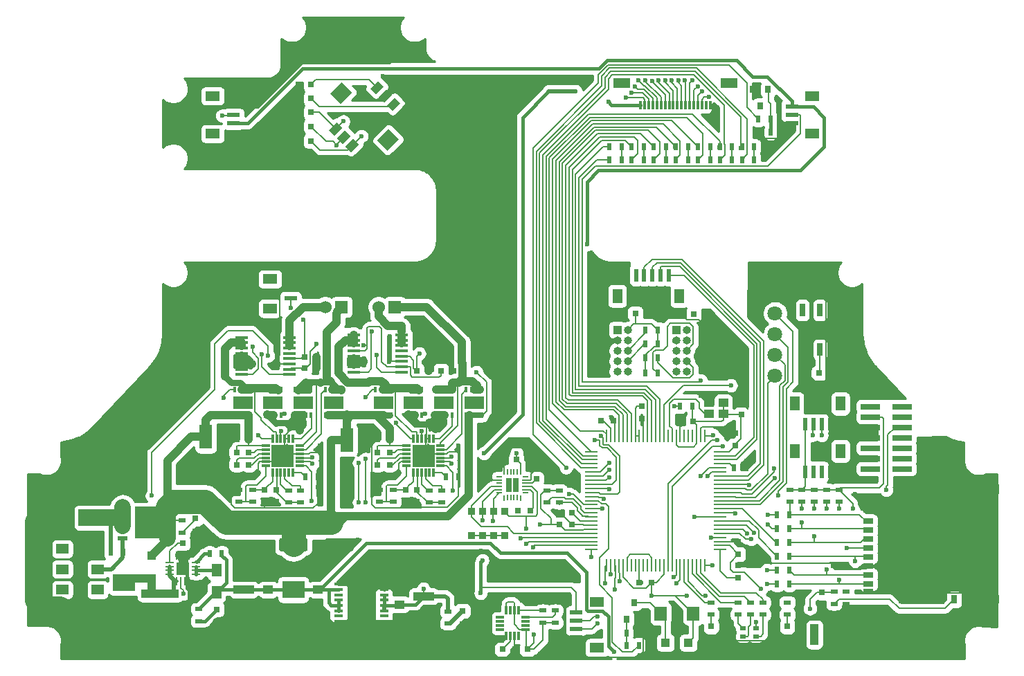
<source format=gtl>
G04 #@! TF.GenerationSoftware,KiCad,Pcbnew,(5.1.6)-1*
G04 #@! TF.CreationDate,2021-05-13T14:20:42+09:00*
G04 #@! TF.ProjectId,MainBoard_v1,4d61696e-426f-4617-9264-5f76312e6b69,rev?*
G04 #@! TF.SameCoordinates,Original*
G04 #@! TF.FileFunction,Copper,L1,Top*
G04 #@! TF.FilePolarity,Positive*
%FSLAX46Y46*%
G04 Gerber Fmt 4.6, Leading zero omitted, Abs format (unit mm)*
G04 Created by KiCad (PCBNEW (5.1.6)-1) date 2021-05-13 14:20:42*
%MOMM*%
%LPD*%
G01*
G04 APERTURE LIST*
G04 #@! TA.AperFunction,SMDPad,CuDef*
%ADD10R,2.400000X1.550000*%
G04 #@! TD*
G04 #@! TA.AperFunction,SMDPad,CuDef*
%ADD11R,0.350000X0.650000*%
G04 #@! TD*
G04 #@! TA.AperFunction,SMDPad,CuDef*
%ADD12C,0.100000*%
G04 #@! TD*
G04 #@! TA.AperFunction,SMDPad,CuDef*
%ADD13R,0.500000X0.900000*%
G04 #@! TD*
G04 #@! TA.AperFunction,SMDPad,CuDef*
%ADD14R,0.600000X1.550000*%
G04 #@! TD*
G04 #@! TA.AperFunction,SMDPad,CuDef*
%ADD15R,1.200000X1.800000*%
G04 #@! TD*
G04 #@! TA.AperFunction,SMDPad,CuDef*
%ADD16R,2.400000X0.740000*%
G04 #@! TD*
G04 #@! TA.AperFunction,SMDPad,CuDef*
%ADD17R,0.800000X0.750000*%
G04 #@! TD*
G04 #@! TA.AperFunction,SMDPad,CuDef*
%ADD18R,1.500000X0.450000*%
G04 #@! TD*
G04 #@! TA.AperFunction,ComponentPad*
%ADD19C,0.210000*%
G04 #@! TD*
G04 #@! TA.AperFunction,SMDPad,CuDef*
%ADD20R,1.500000X1.500000*%
G04 #@! TD*
G04 #@! TA.AperFunction,SMDPad,CuDef*
%ADD21R,0.240000X1.000000*%
G04 #@! TD*
G04 #@! TA.AperFunction,SMDPad,CuDef*
%ADD22R,1.000000X0.240000*%
G04 #@! TD*
G04 #@! TA.AperFunction,SMDPad,CuDef*
%ADD23R,2.800000X2.800000*%
G04 #@! TD*
G04 #@! TA.AperFunction,SMDPad,CuDef*
%ADD24R,0.300000X1.000000*%
G04 #@! TD*
G04 #@! TA.AperFunction,SMDPad,CuDef*
%ADD25R,1.000000X0.300000*%
G04 #@! TD*
G04 #@! TA.AperFunction,SMDPad,CuDef*
%ADD26R,1.500000X1.800000*%
G04 #@! TD*
G04 #@! TA.AperFunction,SMDPad,CuDef*
%ADD27R,2.500000X1.000000*%
G04 #@! TD*
G04 #@! TA.AperFunction,SMDPad,CuDef*
%ADD28R,1.250000X1.000000*%
G04 #@! TD*
G04 #@! TA.AperFunction,SMDPad,CuDef*
%ADD29R,0.750000X0.800000*%
G04 #@! TD*
G04 #@! TA.AperFunction,SMDPad,CuDef*
%ADD30R,1.600000X3.000000*%
G04 #@! TD*
G04 #@! TA.AperFunction,SMDPad,CuDef*
%ADD31R,1.000000X2.500000*%
G04 #@! TD*
G04 #@! TA.AperFunction,SMDPad,CuDef*
%ADD32R,1.100000X1.100000*%
G04 #@! TD*
G04 #@! TA.AperFunction,SMDPad,CuDef*
%ADD33R,2.734000X2.159000*%
G04 #@! TD*
G04 #@! TA.AperFunction,SMDPad,CuDef*
%ADD34R,0.800000X0.800000*%
G04 #@! TD*
G04 #@! TA.AperFunction,ComponentPad*
%ADD35R,2.000000X2.000000*%
G04 #@! TD*
G04 #@! TA.AperFunction,ComponentPad*
%ADD36C,2.000000*%
G04 #@! TD*
G04 #@! TA.AperFunction,SMDPad,CuDef*
%ADD37R,1.200000X0.700000*%
G04 #@! TD*
G04 #@! TA.AperFunction,SMDPad,CuDef*
%ADD38R,1.200000X1.000000*%
G04 #@! TD*
G04 #@! TA.AperFunction,SMDPad,CuDef*
%ADD39R,0.800000X1.000000*%
G04 #@! TD*
G04 #@! TA.AperFunction,SMDPad,CuDef*
%ADD40R,2.800000X1.000000*%
G04 #@! TD*
G04 #@! TA.AperFunction,SMDPad,CuDef*
%ADD41R,1.900000X1.300000*%
G04 #@! TD*
G04 #@! TA.AperFunction,SMDPad,CuDef*
%ADD42R,1.550000X0.600000*%
G04 #@! TD*
G04 #@! TA.AperFunction,SMDPad,CuDef*
%ADD43R,1.800000X1.200000*%
G04 #@! TD*
G04 #@! TA.AperFunction,ComponentPad*
%ADD44R,1.000000X1.000000*%
G04 #@! TD*
G04 #@! TA.AperFunction,ComponentPad*
%ADD45O,1.000000X1.000000*%
G04 #@! TD*
G04 #@! TA.AperFunction,SMDPad,CuDef*
%ADD46R,2.000000X1.300000*%
G04 #@! TD*
G04 #@! TA.AperFunction,SMDPad,CuDef*
%ADD47R,1.200000X1.500000*%
G04 #@! TD*
G04 #@! TA.AperFunction,SMDPad,CuDef*
%ADD48R,0.750000X0.500000*%
G04 #@! TD*
G04 #@! TA.AperFunction,ComponentPad*
%ADD49R,1.524000X1.524000*%
G04 #@! TD*
G04 #@! TA.AperFunction,ComponentPad*
%ADD50C,1.524000*%
G04 #@! TD*
G04 #@! TA.AperFunction,SMDPad,CuDef*
%ADD51R,0.800000X0.900000*%
G04 #@! TD*
G04 #@! TA.AperFunction,SMDPad,CuDef*
%ADD52R,0.900000X0.500000*%
G04 #@! TD*
G04 #@! TA.AperFunction,SMDPad,CuDef*
%ADD53R,0.900000X0.900000*%
G04 #@! TD*
G04 #@! TA.AperFunction,SMDPad,CuDef*
%ADD54R,0.650000X1.600000*%
G04 #@! TD*
G04 #@! TA.AperFunction,SMDPad,CuDef*
%ADD55R,0.650000X1.500000*%
G04 #@! TD*
G04 #@! TA.AperFunction,SMDPad,CuDef*
%ADD56R,1.500000X1.200000*%
G04 #@! TD*
G04 #@! TA.AperFunction,ComponentPad*
%ADD57C,1.800000*%
G04 #@! TD*
G04 #@! TA.AperFunction,SMDPad,CuDef*
%ADD58R,1.270000X0.610000*%
G04 #@! TD*
G04 #@! TA.AperFunction,SMDPad,CuDef*
%ADD59R,1.020000X0.610000*%
G04 #@! TD*
G04 #@! TA.AperFunction,SMDPad,CuDef*
%ADD60R,3.810000X3.910000*%
G04 #@! TD*
G04 #@! TA.AperFunction,SMDPad,CuDef*
%ADD61R,1.150000X1.000000*%
G04 #@! TD*
G04 #@! TA.AperFunction,SMDPad,CuDef*
%ADD62R,0.800000X0.200000*%
G04 #@! TD*
G04 #@! TA.AperFunction,SMDPad,CuDef*
%ADD63R,0.800000X0.875000*%
G04 #@! TD*
G04 #@! TA.AperFunction,SMDPad,CuDef*
%ADD64R,0.200000X0.800000*%
G04 #@! TD*
G04 #@! TA.AperFunction,SMDPad,CuDef*
%ADD65R,0.200000X0.700000*%
G04 #@! TD*
G04 #@! TA.AperFunction,SMDPad,CuDef*
%ADD66R,0.700000X0.200000*%
G04 #@! TD*
G04 #@! TA.AperFunction,SMDPad,CuDef*
%ADD67R,0.280000X1.500000*%
G04 #@! TD*
G04 #@! TA.AperFunction,SMDPad,CuDef*
%ADD68R,1.500000X0.280000*%
G04 #@! TD*
G04 #@! TA.AperFunction,SMDPad,CuDef*
%ADD69R,1.470000X0.895000*%
G04 #@! TD*
G04 #@! TA.AperFunction,SMDPad,CuDef*
%ADD70R,1.050000X0.450000*%
G04 #@! TD*
G04 #@! TA.AperFunction,ViaPad*
%ADD71C,0.600000*%
G04 #@! TD*
G04 #@! TA.AperFunction,Conductor*
%ADD72C,1.000000*%
G04 #@! TD*
G04 #@! TA.AperFunction,Conductor*
%ADD73C,0.200000*%
G04 #@! TD*
G04 #@! TA.AperFunction,Conductor*
%ADD74C,0.700000*%
G04 #@! TD*
G04 #@! TA.AperFunction,Conductor*
%ADD75C,0.500000*%
G04 #@! TD*
G04 #@! TA.AperFunction,Conductor*
%ADD76C,0.400000*%
G04 #@! TD*
G04 #@! TA.AperFunction,Conductor*
%ADD77C,2.000000*%
G04 #@! TD*
G04 #@! TA.AperFunction,Conductor*
%ADD78C,3.000000*%
G04 #@! TD*
G04 #@! TA.AperFunction,Conductor*
%ADD79C,0.800000*%
G04 #@! TD*
G04 #@! TA.AperFunction,Conductor*
%ADD80C,0.300000*%
G04 #@! TD*
G04 #@! TA.AperFunction,Conductor*
%ADD81C,0.254000*%
G04 #@! TD*
G04 APERTURE END LIST*
D10*
X122600000Y-106400000D03*
D11*
X123575000Y-107950000D03*
X122925000Y-107950000D03*
X122275000Y-107950000D03*
X121625000Y-107950000D03*
X121625000Y-104850000D03*
X122275000Y-104850000D03*
X122925000Y-104850000D03*
X123575000Y-104850000D03*
D10*
X118900000Y-106400000D03*
D11*
X117925000Y-104850000D03*
X118575000Y-104850000D03*
X119225000Y-104850000D03*
X119875000Y-104850000D03*
X119875000Y-107950000D03*
X119225000Y-107950000D03*
X118575000Y-107950000D03*
X117925000Y-107950000D03*
D10*
X115200000Y-106400000D03*
D11*
X114225000Y-104850000D03*
X114875000Y-104850000D03*
X115525000Y-104850000D03*
X116175000Y-104850000D03*
X116175000Y-107950000D03*
X115525000Y-107950000D03*
X114875000Y-107950000D03*
X114225000Y-107950000D03*
D10*
X111500000Y-106400000D03*
D11*
X112475000Y-107950000D03*
X111825000Y-107950000D03*
X111175000Y-107950000D03*
X110525000Y-107950000D03*
X110525000Y-104850000D03*
X111175000Y-104850000D03*
X111825000Y-104850000D03*
X112475000Y-104850000D03*
D10*
X139800000Y-106400000D03*
D11*
X140775000Y-107950000D03*
X140125000Y-107950000D03*
X139475000Y-107950000D03*
X138825000Y-107950000D03*
X138825000Y-104850000D03*
X139475000Y-104850000D03*
X140125000Y-104850000D03*
X140775000Y-104850000D03*
D10*
X136100000Y-106400000D03*
D11*
X135125000Y-104850000D03*
X135775000Y-104850000D03*
X136425000Y-104850000D03*
X137075000Y-104850000D03*
X137075000Y-107950000D03*
X136425000Y-107950000D03*
X135775000Y-107950000D03*
X135125000Y-107950000D03*
D10*
X132400000Y-106400000D03*
D11*
X131425000Y-104850000D03*
X132075000Y-104850000D03*
X132725000Y-104850000D03*
X133375000Y-104850000D03*
X133375000Y-107950000D03*
X132725000Y-107950000D03*
X132075000Y-107950000D03*
X131425000Y-107950000D03*
D10*
X128700000Y-106400000D03*
D11*
X129675000Y-107950000D03*
X129025000Y-107950000D03*
X128375000Y-107950000D03*
X127725000Y-107950000D03*
X127725000Y-104850000D03*
X128375000Y-104850000D03*
X129025000Y-104850000D03*
X129675000Y-104850000D03*
G04 #@! TA.AperFunction,SMDPad,CuDef*
G36*
G01*
X121550000Y-124350000D02*
X121550000Y-123250000D01*
G75*
G02*
X121800000Y-123000000I250000J0D01*
G01*
X124800000Y-123000000D01*
G75*
G02*
X125050000Y-123250000I0J-250000D01*
G01*
X125050000Y-124350000D01*
G75*
G02*
X124800000Y-124600000I-250000J0D01*
G01*
X121800000Y-124600000D01*
G75*
G02*
X121550000Y-124350000I0J250000D01*
G01*
G37*
G04 #@! TD.AperFunction*
G04 #@! TA.AperFunction,SMDPad,CuDef*
G36*
G01*
X115950000Y-124350000D02*
X115950000Y-123250000D01*
G75*
G02*
X116200000Y-123000000I250000J0D01*
G01*
X119200000Y-123000000D01*
G75*
G02*
X119450000Y-123250000I0J-250000D01*
G01*
X119450000Y-124350000D01*
G75*
G02*
X119200000Y-124600000I-250000J0D01*
G01*
X116200000Y-124600000D01*
G75*
G02*
X115950000Y-124350000I0J250000D01*
G01*
G37*
G04 #@! TD.AperFunction*
G04 #@! TA.AperFunction,SMDPad,CuDef*
D12*
G36*
X129193071Y-75607285D02*
G01*
X127920279Y-74334493D01*
X129334493Y-72920279D01*
X130607285Y-74193071D01*
X129193071Y-75607285D01*
G37*
G04 #@! TD.AperFunction*
G04 #@! TA.AperFunction,SMDPad,CuDef*
G36*
X123465507Y-69879721D02*
G01*
X122192715Y-68606929D01*
X123606929Y-67192715D01*
X124879721Y-68465507D01*
X123465507Y-69879721D01*
G37*
G04 #@! TD.AperFunction*
G04 #@! TA.AperFunction,SMDPad,CuDef*
G36*
X122740722Y-73751130D02*
G01*
X122033616Y-73044024D01*
X122988210Y-72089430D01*
X123695316Y-72796536D01*
X122740722Y-73751130D01*
G37*
G04 #@! TD.AperFunction*
G04 #@! TA.AperFunction,SMDPad,CuDef*
G36*
X124755976Y-75766384D02*
G01*
X124048870Y-75059278D01*
X125003464Y-74104684D01*
X125710570Y-74811790D01*
X124755976Y-75766384D01*
G37*
G04 #@! TD.AperFunction*
G04 #@! TA.AperFunction,SMDPad,CuDef*
G36*
X123748349Y-74758757D02*
G01*
X123041243Y-74051651D01*
X123995837Y-73097057D01*
X124702943Y-73804163D01*
X123748349Y-74758757D01*
G37*
G04 #@! TD.AperFunction*
G04 #@! TA.AperFunction,SMDPad,CuDef*
G36*
X128804163Y-69702943D02*
G01*
X128097057Y-68995837D01*
X129051651Y-68041243D01*
X129758757Y-68748349D01*
X128804163Y-69702943D01*
G37*
G04 #@! TD.AperFunction*
G04 #@! TA.AperFunction,SMDPad,CuDef*
G36*
X129811790Y-70710570D02*
G01*
X129104684Y-70003464D01*
X130059278Y-69048870D01*
X130766384Y-69755976D01*
X129811790Y-70710570D01*
G37*
G04 #@! TD.AperFunction*
G04 #@! TA.AperFunction,SMDPad,CuDef*
G36*
X127796536Y-68695316D02*
G01*
X127089430Y-67988210D01*
X128044024Y-67033616D01*
X128751130Y-67740722D01*
X127796536Y-68695316D01*
G37*
G04 #@! TD.AperFunction*
D13*
X163250000Y-75100000D03*
X161750000Y-75100000D03*
D14*
X180300000Y-109062500D03*
X181300000Y-109062500D03*
X182300000Y-109062500D03*
X183300000Y-109062500D03*
D15*
X179000000Y-106537500D03*
X184600000Y-106537500D03*
D16*
X192150000Y-114510000D03*
X188250000Y-114510000D03*
X192150000Y-113240000D03*
X188250000Y-113240000D03*
X192150000Y-111970000D03*
X188250000Y-111970000D03*
X192150000Y-110700000D03*
X188250000Y-110700000D03*
X192150000Y-109430000D03*
X188250000Y-109430000D03*
X192150000Y-108160000D03*
X188250000Y-108160000D03*
X192150000Y-106890000D03*
X188250000Y-106890000D03*
D17*
X132750000Y-102500000D03*
X134250000Y-102500000D03*
D18*
X130950000Y-98125000D03*
X130950000Y-98775000D03*
X130950000Y-99425000D03*
X130950000Y-100075000D03*
X130950000Y-100725000D03*
X130950000Y-101375000D03*
X130950000Y-102025000D03*
X130950000Y-102675000D03*
X125050000Y-102675000D03*
X125050000Y-102025000D03*
X125050000Y-101375000D03*
X125050000Y-100725000D03*
X125050000Y-100075000D03*
X125050000Y-99425000D03*
X125050000Y-98775000D03*
X125050000Y-98125000D03*
D19*
X103620000Y-126120000D03*
X104780000Y-126120000D03*
X104780000Y-127280000D03*
X103620000Y-127280000D03*
X104200000Y-126700000D03*
D20*
X104200000Y-126700000D03*
D21*
X103950000Y-125100000D03*
X103450000Y-125100000D03*
X104450000Y-125100000D03*
X104950000Y-125100000D03*
D22*
X105800000Y-126450000D03*
X105800000Y-125950000D03*
X105800000Y-126950000D03*
X105800000Y-127450000D03*
X102600000Y-126450000D03*
X102600000Y-125950000D03*
X102600000Y-126950000D03*
X102600000Y-127450000D03*
D21*
X103450000Y-128300000D03*
X103950000Y-128300000D03*
X104450000Y-128300000D03*
X104950000Y-128300000D03*
D19*
X115250000Y-111750000D03*
X117550000Y-111750000D03*
X115250000Y-114050000D03*
X117550000Y-114050000D03*
X116400000Y-112900000D03*
D23*
X116400000Y-112900000D03*
D24*
X117150000Y-115000000D03*
X117650000Y-115000000D03*
X116650000Y-115000000D03*
X115650000Y-115000000D03*
X116150000Y-115000000D03*
X115150000Y-115000000D03*
D25*
X114300000Y-111650000D03*
X114300000Y-112150000D03*
X114300000Y-112650000D03*
X114300000Y-113150000D03*
X114300000Y-113650000D03*
X114300000Y-114150000D03*
X118500000Y-111650000D03*
X118500000Y-112150000D03*
X118500000Y-112650000D03*
X118500000Y-113150000D03*
X118500000Y-113650000D03*
X118500000Y-114150000D03*
D24*
X117650000Y-110800000D03*
X117150000Y-110800000D03*
X116650000Y-110800000D03*
X116150000Y-110800000D03*
X115650000Y-110800000D03*
X115150000Y-110800000D03*
D19*
X132450000Y-111750000D03*
X134750000Y-111750000D03*
X132450000Y-114050000D03*
X134750000Y-114050000D03*
X133600000Y-112900000D03*
D23*
X133600000Y-112900000D03*
D24*
X134350000Y-115000000D03*
X134850000Y-115000000D03*
X133850000Y-115000000D03*
X132850000Y-115000000D03*
X133350000Y-115000000D03*
X132350000Y-115000000D03*
D25*
X131500000Y-111650000D03*
X131500000Y-112150000D03*
X131500000Y-112650000D03*
X131500000Y-113150000D03*
X131500000Y-113650000D03*
X131500000Y-114150000D03*
X135700000Y-111650000D03*
X135700000Y-112150000D03*
X135700000Y-112650000D03*
X135700000Y-113150000D03*
X135700000Y-113650000D03*
X135700000Y-114150000D03*
D24*
X134850000Y-110800000D03*
X134350000Y-110800000D03*
X133850000Y-110800000D03*
X133350000Y-110800000D03*
X132850000Y-110800000D03*
X132350000Y-110800000D03*
D26*
X162600000Y-132200000D03*
X166600000Y-132200000D03*
D17*
X181950000Y-102800000D03*
X180450000Y-102800000D03*
D27*
X113800000Y-121900000D03*
X113800000Y-124900000D03*
X100400000Y-129800000D03*
X100400000Y-132800000D03*
D28*
X103100000Y-129800000D03*
X103100000Y-131800000D03*
D17*
X105650000Y-123600000D03*
X104150000Y-123600000D03*
D28*
X114600000Y-129300000D03*
X114600000Y-131300000D03*
D27*
X111600000Y-129300000D03*
X111600000Y-132300000D03*
D28*
X120700000Y-129300000D03*
X120700000Y-131300000D03*
X130700000Y-131100000D03*
X130700000Y-133100000D03*
D27*
X133600000Y-130100000D03*
X133600000Y-133100000D03*
D29*
X172500000Y-106350000D03*
X172500000Y-107850000D03*
D17*
X129450000Y-110900000D03*
X127950000Y-110900000D03*
D29*
X172100000Y-124950000D03*
X172100000Y-123450000D03*
X172100000Y-126350000D03*
X172100000Y-127850000D03*
D17*
X144950000Y-113400000D03*
X143450000Y-113400000D03*
X129450000Y-114000000D03*
X127950000Y-114000000D03*
X129450000Y-112500000D03*
X127950000Y-112500000D03*
X137250000Y-102500000D03*
X135750000Y-102500000D03*
D29*
X171700000Y-110150000D03*
X171700000Y-111650000D03*
X147400000Y-114250000D03*
X147400000Y-115750000D03*
D17*
X145150000Y-119600000D03*
X146650000Y-119600000D03*
D29*
X131400000Y-118550000D03*
X131400000Y-117050000D03*
X132800000Y-118550000D03*
X132800000Y-117050000D03*
D17*
X166550000Y-108700000D03*
X165050000Y-108700000D03*
X159950000Y-128400000D03*
X161450000Y-128400000D03*
D30*
X124200000Y-111000000D03*
X124200000Y-115400000D03*
D29*
X160300000Y-106850000D03*
X160300000Y-108350000D03*
D17*
X155350000Y-108600000D03*
X156850000Y-108600000D03*
X119050000Y-100800000D03*
X120550000Y-100800000D03*
X112250000Y-110900000D03*
X110750000Y-110900000D03*
D31*
X181400000Y-134800000D03*
X184400000Y-134800000D03*
D29*
X182300000Y-131150000D03*
X182300000Y-129650000D03*
D17*
X112250000Y-114000000D03*
X110750000Y-114000000D03*
X112250000Y-112500000D03*
X110750000Y-112500000D03*
X120550000Y-102200000D03*
X119050000Y-102200000D03*
X165150000Y-95600000D03*
X166650000Y-95600000D03*
X158000000Y-95500000D03*
X159500000Y-95500000D03*
X151750000Y-119900000D03*
X150250000Y-119900000D03*
X150250000Y-121300000D03*
X151750000Y-121300000D03*
D29*
X114200000Y-118550000D03*
X114200000Y-117050000D03*
X115600000Y-118550000D03*
X115600000Y-117050000D03*
D30*
X107000000Y-110600000D03*
X107000000Y-115000000D03*
D17*
X143250000Y-136600000D03*
X141750000Y-136600000D03*
X146300000Y-136600000D03*
X144800000Y-136600000D03*
X118350000Y-67500000D03*
X119850000Y-67500000D03*
X118350000Y-70900000D03*
X119850000Y-70900000D03*
X118350000Y-72600000D03*
X119850000Y-72600000D03*
X118350000Y-69200000D03*
X119850000Y-69200000D03*
X118350000Y-74400000D03*
X119850000Y-74400000D03*
D32*
X100400000Y-127900000D03*
X100400000Y-125100000D03*
D33*
X97000000Y-132820000D03*
X97000000Y-128400000D03*
X117700000Y-133720000D03*
X117700000Y-129300000D03*
D34*
X105700000Y-120600000D03*
X105700000Y-122200000D03*
X108300000Y-131700000D03*
X108300000Y-133300000D03*
X138400000Y-131900000D03*
X138400000Y-133500000D03*
D32*
X166000000Y-135800000D03*
X163200000Y-135800000D03*
D34*
X168800000Y-133800000D03*
X168800000Y-135400000D03*
X178100000Y-133800000D03*
X178100000Y-135400000D03*
D13*
X164950000Y-106800000D03*
X166450000Y-106800000D03*
X178350000Y-120100000D03*
X176850000Y-120100000D03*
X178350000Y-121800000D03*
X176850000Y-121800000D03*
X178350000Y-123500000D03*
X176850000Y-123500000D03*
X178350000Y-125200000D03*
X176850000Y-125200000D03*
X178350000Y-126900000D03*
X176850000Y-126900000D03*
X178350000Y-128600000D03*
X176850000Y-128600000D03*
D35*
X92400000Y-120500000D03*
D36*
X92400000Y-118000000D03*
D14*
X180300000Y-114862500D03*
X181300000Y-114862500D03*
X182300000Y-114862500D03*
X183300000Y-114862500D03*
D15*
X179000000Y-112337500D03*
X184600000Y-112337500D03*
D37*
X188000000Y-129550000D03*
X188000000Y-128600000D03*
X188000000Y-120900000D03*
X188000000Y-122000000D03*
X188000000Y-123100000D03*
X188000000Y-124200000D03*
X188000000Y-125300000D03*
X188000000Y-126400000D03*
X188000000Y-127500000D03*
D38*
X188000000Y-119350000D03*
X192300000Y-130500000D03*
D39*
X198500000Y-130500000D03*
D40*
X202650000Y-130500000D03*
D41*
X203100000Y-117000000D03*
D42*
X117362500Y-93600000D03*
X117362500Y-92600000D03*
D43*
X114837500Y-94900000D03*
X114837500Y-91300000D03*
D44*
X157300000Y-97500000D03*
D45*
X158570000Y-97500000D03*
X157300000Y-98770000D03*
X158570000Y-98770000D03*
X157300000Y-100040000D03*
X158570000Y-100040000D03*
X157300000Y-101310000D03*
X158570000Y-101310000D03*
X157300000Y-102580000D03*
X158570000Y-102580000D03*
D44*
X164500000Y-97520000D03*
D45*
X165770000Y-97520000D03*
X164500000Y-98790000D03*
X165770000Y-98790000D03*
X164500000Y-100060000D03*
X165770000Y-100060000D03*
X164500000Y-101330000D03*
X165770000Y-101330000D03*
X164500000Y-102600000D03*
X165770000Y-102600000D03*
D14*
X163600000Y-90837500D03*
X162600000Y-90837500D03*
X161600000Y-90837500D03*
X160600000Y-90837500D03*
X159600000Y-90837500D03*
X158600000Y-90837500D03*
D15*
X164900000Y-93362500D03*
X157300000Y-93362500D03*
D42*
X110362500Y-72200000D03*
X110362500Y-71200000D03*
X110362500Y-70200000D03*
D43*
X107837500Y-73500000D03*
X107837500Y-68900000D03*
D24*
X161150000Y-70000000D03*
X168150000Y-70000000D03*
X160650000Y-70000000D03*
X167650000Y-70000000D03*
X166150000Y-70000000D03*
X166650000Y-70000000D03*
X161650000Y-70000000D03*
X167150000Y-70000000D03*
X162650000Y-70000000D03*
D46*
X157850000Y-67300000D03*
D24*
X163650000Y-70000000D03*
X165150000Y-70000000D03*
X168650000Y-70000000D03*
X164650000Y-70000000D03*
X163150000Y-70000000D03*
X164150000Y-70000000D03*
D46*
X170950000Y-67300000D03*
D24*
X165650000Y-70000000D03*
X160150000Y-70000000D03*
X162150000Y-70000000D03*
D42*
X178637500Y-70200000D03*
X178637500Y-71200000D03*
X178637500Y-72200000D03*
D43*
X181162500Y-68900000D03*
X181162500Y-73500000D03*
D47*
X108300000Y-126900000D03*
X108300000Y-129600000D03*
D48*
X172700000Y-135000000D03*
X174250000Y-135000000D03*
X174250000Y-134000000D03*
X172700000Y-134000000D03*
D49*
X123600000Y-94700000D03*
D50*
X121600000Y-94700000D03*
D51*
X175750000Y-68100000D03*
X173850000Y-68100000D03*
X174800000Y-70100000D03*
D13*
X95350000Y-124700000D03*
X96850000Y-124700000D03*
X108950000Y-124900000D03*
X107450000Y-124900000D03*
D52*
X104100000Y-120850000D03*
X104100000Y-122350000D03*
X106100000Y-131650000D03*
X106100000Y-133150000D03*
X136600000Y-131950000D03*
X136600000Y-133450000D03*
D13*
X173050000Y-114400000D03*
X171550000Y-114400000D03*
D52*
X128200000Y-117050000D03*
X128200000Y-118550000D03*
X148700000Y-117150000D03*
X148700000Y-118650000D03*
X150200000Y-117150000D03*
X150200000Y-118650000D03*
X129900000Y-118550000D03*
X129900000Y-117050000D03*
X134300000Y-118650000D03*
X134300000Y-117150000D03*
X135800000Y-118650000D03*
X135800000Y-117150000D03*
D13*
X136350000Y-115500000D03*
X137850000Y-115500000D03*
D52*
X178400000Y-117050000D03*
X178400000Y-118550000D03*
X179900000Y-117050000D03*
X179900000Y-118550000D03*
X181400000Y-117050000D03*
X181400000Y-118550000D03*
X182900000Y-117050000D03*
X182900000Y-118550000D03*
X184400000Y-117050000D03*
X184400000Y-118550000D03*
X183800000Y-129550000D03*
X183800000Y-131050000D03*
X185300000Y-129550000D03*
X185300000Y-131050000D03*
X111000000Y-117050000D03*
X111000000Y-118550000D03*
X112700000Y-118550000D03*
X112700000Y-117050000D03*
D13*
X159950000Y-136100000D03*
X158450000Y-136100000D03*
X162250000Y-99200000D03*
X160750000Y-99200000D03*
X162250000Y-97500000D03*
X160750000Y-97500000D03*
X160750000Y-100900000D03*
X162250000Y-100900000D03*
X160750000Y-102800000D03*
X162250000Y-102800000D03*
D52*
X117100000Y-118650000D03*
X117100000Y-117150000D03*
D13*
X158450000Y-134600000D03*
X159950000Y-134600000D03*
D52*
X118600000Y-118650000D03*
X118600000Y-117150000D03*
D13*
X119150000Y-115500000D03*
X120650000Y-115500000D03*
D52*
X149700000Y-133350000D03*
X149700000Y-131850000D03*
X148200000Y-133350000D03*
X148200000Y-131850000D03*
D13*
X157850000Y-76700000D03*
X156350000Y-76700000D03*
X157850000Y-75100000D03*
X156350000Y-75100000D03*
X160550000Y-75100000D03*
X159050000Y-75100000D03*
X160550000Y-76700000D03*
X159050000Y-76700000D03*
X163250000Y-76700000D03*
X161750000Y-76700000D03*
X165950000Y-75100000D03*
X164450000Y-75100000D03*
X165950000Y-76700000D03*
X164450000Y-76700000D03*
X168650000Y-75100000D03*
X167150000Y-75100000D03*
X168650000Y-76700000D03*
X167150000Y-76700000D03*
X171350000Y-75100000D03*
X169850000Y-75100000D03*
X171350000Y-76700000D03*
X169850000Y-76700000D03*
X174050000Y-75100000D03*
X172550000Y-75100000D03*
X174050000Y-76700000D03*
X172550000Y-76700000D03*
D52*
X168800000Y-130850000D03*
X168800000Y-132350000D03*
X178100000Y-130850000D03*
X178100000Y-132350000D03*
X175100000Y-132350000D03*
X175100000Y-130850000D03*
X173600000Y-132350000D03*
X173600000Y-130850000D03*
X172100000Y-132350000D03*
X172100000Y-130850000D03*
D13*
X174550000Y-71700000D03*
X176050000Y-71700000D03*
X176050000Y-73300000D03*
X174550000Y-73300000D03*
D53*
X143500000Y-119700000D03*
X139500000Y-119700000D03*
X142160000Y-119700000D03*
X140840000Y-119700000D03*
X142160000Y-122700000D03*
X143500000Y-122700000D03*
X139500000Y-122700000D03*
X140840000Y-122700000D03*
D42*
X152300000Y-132100000D03*
X152300000Y-133100000D03*
X152300000Y-134100000D03*
X152300000Y-135100000D03*
D43*
X154825000Y-130800000D03*
X154825000Y-136400000D03*
D54*
X179950000Y-95100000D03*
D55*
X179950000Y-99900000D03*
D54*
X182100000Y-95100000D03*
D55*
X182100000Y-99900000D03*
D56*
X89450000Y-129300000D03*
X89450000Y-124300000D03*
X93750000Y-129300000D03*
X93750000Y-124300000D03*
X93750000Y-126800000D03*
X89450000Y-126800000D03*
D57*
X168980000Y-98030000D03*
X176600000Y-103110000D03*
X176600000Y-95490000D03*
X176600000Y-98030000D03*
X176600000Y-100570000D03*
D58*
X96830000Y-119195000D03*
X96830000Y-120465000D03*
X96830000Y-121735000D03*
X96830000Y-123005000D03*
D59*
X102295000Y-123005000D03*
X102295000Y-121735000D03*
X102295000Y-120465000D03*
X102295000Y-119195000D03*
D60*
X100190000Y-121100000D03*
D61*
X170275000Y-106400000D03*
X168525000Y-106400000D03*
X168525000Y-107800000D03*
X170275000Y-107800000D03*
D62*
X142900000Y-117065000D03*
X146020000Y-116665000D03*
D63*
X144060000Y-116900000D03*
D64*
X144260000Y-114905000D03*
D62*
X146020000Y-115865000D03*
D65*
X145460000Y-114855000D03*
X143460000Y-118075000D03*
X145460000Y-118075000D03*
D66*
X146070000Y-115465000D03*
D64*
X145060000Y-118025000D03*
D62*
X146020000Y-116265000D03*
D64*
X143860000Y-114905000D03*
D66*
X142850000Y-117465000D03*
D64*
X144660000Y-118025000D03*
D62*
X142900000Y-116265000D03*
X146020000Y-117065000D03*
D63*
X144860000Y-116900000D03*
D64*
X143860000Y-118025000D03*
D66*
X146070000Y-117465000D03*
D62*
X142900000Y-115865000D03*
D64*
X144660000Y-114905000D03*
X145060000Y-114905000D03*
D65*
X143460000Y-114855000D03*
D62*
X142900000Y-116665000D03*
D64*
X144260000Y-118025000D03*
D66*
X142850000Y-115465000D03*
D63*
X144060000Y-116030000D03*
X144860000Y-116030000D03*
D67*
X168000000Y-110500000D03*
X167500000Y-110500000D03*
X167000000Y-110500000D03*
X166500000Y-110500000D03*
X166000000Y-110500000D03*
X165500000Y-110500000D03*
X165000000Y-110500000D03*
X164500000Y-110500000D03*
X164000000Y-110500000D03*
X163500000Y-110500000D03*
X163000000Y-110500000D03*
X162500000Y-110500000D03*
X162000000Y-110500000D03*
X161500000Y-110500000D03*
X161000000Y-110500000D03*
X160500000Y-110500000D03*
X160000000Y-110500000D03*
X159500000Y-110500000D03*
X159000000Y-110500000D03*
X158500000Y-110500000D03*
X158000000Y-110500000D03*
X157500000Y-110500000D03*
X157000000Y-110500000D03*
X156500000Y-110500000D03*
X156000000Y-110500000D03*
D68*
X154100000Y-112400000D03*
X154100000Y-112900000D03*
X154100000Y-113400000D03*
X154100000Y-113900000D03*
X154100000Y-114400000D03*
X154100000Y-114900000D03*
X154100000Y-115400000D03*
X154100000Y-115900000D03*
X154100000Y-116400000D03*
X154100000Y-116900000D03*
X154100000Y-117400000D03*
X154100000Y-117900000D03*
X154100000Y-118400000D03*
X154100000Y-118900000D03*
X154100000Y-119400000D03*
X154100000Y-119900000D03*
X154100000Y-120400000D03*
X154100000Y-120900000D03*
X154100000Y-121400000D03*
X154100000Y-121900000D03*
X154100000Y-122400000D03*
X154100000Y-122900000D03*
X154100000Y-123400000D03*
X154100000Y-123900000D03*
X154100000Y-124400000D03*
D67*
X156000000Y-126300000D03*
X156500000Y-126300000D03*
X157000000Y-126300000D03*
X157500000Y-126300000D03*
X158000000Y-126300000D03*
X158500000Y-126300000D03*
X159000000Y-126300000D03*
X159500000Y-126300000D03*
X160000000Y-126300000D03*
X160500000Y-126300000D03*
X161000000Y-126300000D03*
X161500000Y-126300000D03*
X162000000Y-126300000D03*
X162500000Y-126300000D03*
X163000000Y-126300000D03*
X163500000Y-126300000D03*
X164000000Y-126300000D03*
X164500000Y-126300000D03*
X165000000Y-126300000D03*
X165500000Y-126300000D03*
X166000000Y-126300000D03*
X166500000Y-126300000D03*
X167000000Y-126300000D03*
X167500000Y-126300000D03*
X168000000Y-126300000D03*
D68*
X169900000Y-124400000D03*
X169900000Y-123900000D03*
X169900000Y-123400000D03*
X169900000Y-122900000D03*
X169900000Y-122400000D03*
X169900000Y-121900000D03*
X169900000Y-121400000D03*
X169900000Y-120900000D03*
X169900000Y-120400000D03*
X169900000Y-119900000D03*
X169900000Y-119400000D03*
X169900000Y-118900000D03*
X169900000Y-118400000D03*
X169900000Y-117900000D03*
X169900000Y-117400000D03*
X169900000Y-116900000D03*
X169900000Y-116400000D03*
X169900000Y-115900000D03*
X169900000Y-115400000D03*
X169900000Y-114900000D03*
X169900000Y-114400000D03*
X169900000Y-113900000D03*
X169900000Y-113400000D03*
X169900000Y-112900000D03*
X169900000Y-112400000D03*
D18*
X111350000Y-98425000D03*
X111350000Y-99075000D03*
X111350000Y-99725000D03*
X111350000Y-100375000D03*
X111350000Y-101025000D03*
X111350000Y-101675000D03*
X111350000Y-102325000D03*
X111350000Y-102975000D03*
X117250000Y-102975000D03*
X117250000Y-102325000D03*
X117250000Y-101675000D03*
X117250000Y-101025000D03*
X117250000Y-100375000D03*
X117250000Y-99725000D03*
X117250000Y-99075000D03*
X117250000Y-98425000D03*
D24*
X145250000Y-131850000D03*
X144750000Y-131850000D03*
X144250000Y-131850000D03*
X143750000Y-131850000D03*
D25*
X142950000Y-134150000D03*
X142950000Y-133650000D03*
X142950000Y-133150000D03*
X142950000Y-132650000D03*
X146050000Y-134150000D03*
X146050000Y-133650000D03*
X146050000Y-133150000D03*
X146050000Y-132650000D03*
D24*
X143750000Y-134950000D03*
X144250000Y-134950000D03*
X144750000Y-134950000D03*
X145250000Y-134950000D03*
D51*
X159400000Y-130900000D03*
X160350000Y-132900000D03*
X158450000Y-132900000D03*
D69*
X126735000Y-132242500D03*
X126735000Y-131347500D03*
X126735000Y-130452500D03*
X126735000Y-129557500D03*
X125265000Y-132242500D03*
X125265000Y-131347500D03*
X125265000Y-130452500D03*
X125265000Y-129557500D03*
D70*
X123225000Y-133175000D03*
X123225000Y-132525000D03*
X123225000Y-131875000D03*
X123225000Y-131225000D03*
X123225000Y-130575000D03*
X123225000Y-129925000D03*
X123225000Y-129275000D03*
X123225000Y-128625000D03*
X128775000Y-128625000D03*
X128775000Y-129275000D03*
X128775000Y-129925000D03*
X128775000Y-130575000D03*
X128775000Y-131225000D03*
X128775000Y-131875000D03*
X128775000Y-132525000D03*
X128775000Y-133175000D03*
D49*
X130100000Y-94700000D03*
D50*
X128100000Y-94700000D03*
D71*
X126300000Y-101400000D03*
X129400000Y-100600000D03*
X112600000Y-101700000D03*
X115700000Y-101700000D03*
X115700000Y-100900000D03*
X120550014Y-100800000D03*
X120549978Y-102200000D03*
X118500000Y-109800000D03*
X118500000Y-108900000D03*
X117700000Y-108900000D03*
X116800000Y-108900000D03*
X135100000Y-108900000D03*
X134300000Y-108900000D03*
X136000000Y-108900000D03*
X135100000Y-109599999D03*
X106900000Y-115600000D03*
X124200000Y-115400014D03*
X129400000Y-101400000D03*
X137250000Y-102500000D03*
X134200000Y-101400000D03*
X183700000Y-126400000D03*
X156850000Y-108600000D03*
X160300000Y-108350000D03*
X172100000Y-126350000D03*
X140700000Y-115800000D03*
X145100000Y-119600000D03*
X150250000Y-119900000D03*
X160200000Y-128400000D03*
X160300000Y-132100000D03*
X186400000Y-117600000D03*
X167500000Y-105600000D03*
X165050004Y-108699996D03*
X173850008Y-68100008D03*
X172123513Y-123481649D03*
X173100000Y-113500000D03*
X183299980Y-114862500D03*
X179900000Y-104000000D03*
X172500000Y-106350000D03*
X171700000Y-110150000D03*
X182300004Y-131149996D03*
X188000000Y-129550000D03*
X174549994Y-73300006D03*
X169500000Y-70300000D03*
X119400000Y-125900000D03*
X119500000Y-135800000D03*
X113800000Y-124900000D03*
X113800000Y-135700000D03*
X140700000Y-124500000D03*
X129370000Y-64780000D03*
X128927907Y-68872093D03*
X118350000Y-67500000D03*
X196000000Y-111800000D03*
X167700000Y-100100000D03*
X181900000Y-112300000D03*
X141500000Y-98300000D03*
X135600000Y-80700000D03*
X131900000Y-72600000D03*
X111700000Y-77400000D03*
X148500000Y-126200000D03*
X179400000Y-135800000D03*
X168350000Y-135850000D03*
X153600000Y-66900000D03*
X121200000Y-60500000D03*
X129000000Y-60600000D03*
X133600000Y-64100000D03*
X164200000Y-131200000D03*
X170400000Y-132000000D03*
X176600000Y-132100000D03*
X179800000Y-132600000D03*
X106950000Y-128250000D03*
X132300000Y-96200000D03*
X125700000Y-96600000D03*
X128600000Y-66450000D03*
X188800000Y-115800000D03*
X152150000Y-115700000D03*
X191800000Y-121200000D03*
X196650000Y-121250000D03*
X196650000Y-127450000D03*
X191700000Y-127150000D03*
X196400000Y-116250000D03*
X188700000Y-105250000D03*
X184250000Y-101250000D03*
X184150000Y-96900000D03*
X180537500Y-92762500D03*
X174400000Y-95850000D03*
X172200000Y-101700000D03*
X155000000Y-102050000D03*
X154950000Y-95550000D03*
X154800000Y-90000000D03*
X162000000Y-93750000D03*
X136700000Y-68750000D03*
X142950000Y-68600000D03*
X143000000Y-75700000D03*
X115600000Y-73150000D03*
X103950000Y-71900000D03*
X112050000Y-68350000D03*
X121400000Y-63500000D03*
X137500000Y-89250000D03*
X121750000Y-91000000D03*
X130050000Y-90800000D03*
X108700000Y-90850000D03*
X103700000Y-94800000D03*
X108800000Y-94650000D03*
X103800000Y-101650000D03*
X98750000Y-107700000D03*
X94400000Y-113300000D03*
X88175000Y-119125000D03*
X87339999Y-131600001D03*
X93300000Y-135800000D03*
X100350000Y-135800000D03*
X107000000Y-135800000D03*
X125900000Y-135800000D03*
X131850000Y-135800000D03*
X137100000Y-135800000D03*
X150900000Y-136500000D03*
X125900000Y-126950000D03*
X188100000Y-134150000D03*
X193000000Y-134200000D03*
X140850000Y-110750000D03*
X176900000Y-69300000D03*
X93750000Y-124300000D03*
X97475000Y-116225000D03*
X125600000Y-123200000D03*
X122300000Y-125800000D03*
X126100000Y-109400000D03*
X120900000Y-111700000D03*
X123800000Y-118900000D03*
X137900000Y-111700000D03*
X120650000Y-116750000D03*
X126000000Y-112000000D03*
X171200000Y-104300000D03*
X181950000Y-102800000D03*
X192150000Y-113239986D03*
X133100000Y-100400000D03*
X140100000Y-102700000D03*
X104225002Y-129800000D03*
X108300000Y-129600000D03*
X156900000Y-136900000D03*
X166650000Y-95600000D03*
X153600175Y-87069662D03*
X147900000Y-121300000D03*
X100400000Y-117800000D03*
X137200000Y-117200000D03*
X119900000Y-118400000D03*
X114600000Y-100700000D03*
X126300034Y-99400000D03*
X120500000Y-99199999D03*
X146650000Y-119600000D03*
X133600002Y-129200000D03*
X143500000Y-122700000D03*
X161500000Y-130000000D03*
X174300000Y-133300000D03*
X185400000Y-124200000D03*
X147100000Y-134800000D03*
X165800000Y-130000000D03*
X174900000Y-129200000D03*
X186100000Y-119400021D03*
X145000000Y-112600000D03*
X166450000Y-106800000D03*
X140600000Y-129700000D03*
X152199990Y-68300000D03*
X155350000Y-108599976D03*
X172500000Y-107850000D03*
X180300000Y-108800000D03*
X183800000Y-129550000D03*
X180875728Y-131624272D03*
X181400000Y-134800000D03*
X156200000Y-69600000D03*
X174050000Y-76700000D03*
X171350000Y-76700000D03*
X168650000Y-76700000D03*
X165950000Y-76700000D03*
X163250000Y-76700000D03*
X160550000Y-76700000D03*
X157850000Y-76700000D03*
X140818402Y-125700010D03*
X141000000Y-112599988D03*
X156300000Y-113799992D03*
X127920280Y-67864466D03*
X156300000Y-117000000D03*
X123800000Y-72000000D03*
X166775728Y-120375728D03*
X123000000Y-74900000D03*
X156330576Y-114647730D03*
X129935534Y-69879720D03*
X156289160Y-115537690D03*
X126012133Y-73787867D03*
X168100000Y-130000000D03*
X178100000Y-130850000D03*
X173192659Y-122421585D03*
X175710844Y-120110844D03*
X175700009Y-121300009D03*
X173984438Y-122307109D03*
X179900000Y-121100000D03*
X179900000Y-119400021D03*
X181400000Y-122800000D03*
X181400000Y-119400021D03*
X186400000Y-125800000D03*
X185300000Y-129550000D03*
X175600000Y-126900000D03*
X164186952Y-127776534D03*
X182900000Y-126800000D03*
X182900000Y-119400021D03*
X184400000Y-128100000D03*
X184400000Y-119400021D03*
X175600000Y-128600000D03*
X164575728Y-128475728D03*
X176544129Y-115685926D03*
X182300000Y-114862500D03*
X176500000Y-114500000D03*
X181300000Y-114862500D03*
X168800010Y-122900000D03*
X190200000Y-117100000D03*
X168900000Y-126300000D03*
X192149987Y-108159987D03*
X173425788Y-116522761D03*
X192150000Y-110699984D03*
X173699733Y-123109354D03*
X183800000Y-131049986D03*
X149700000Y-131850000D03*
X167500000Y-115400000D03*
X182300000Y-110399996D03*
X148200000Y-131850000D03*
X168374277Y-115374267D03*
X181225728Y-110374272D03*
X154100000Y-125300000D03*
X109000000Y-71300000D03*
X168990838Y-110356450D03*
X167500000Y-103700000D03*
X113829762Y-100483776D03*
X127900000Y-100600016D03*
X148700000Y-118649978D03*
X112700000Y-99600000D03*
X127324272Y-97700010D03*
X150200000Y-118650016D03*
X154574272Y-111025728D03*
X155298718Y-110451196D03*
X169570734Y-110956633D03*
X170170744Y-111730724D03*
X156350000Y-76700000D03*
X158385414Y-69112155D03*
X156350006Y-75100000D03*
X159000000Y-68499986D03*
X159050000Y-75100000D03*
X159455980Y-67762850D03*
X159050000Y-76700000D03*
X159914941Y-66964592D03*
X161750000Y-75100000D03*
X160759087Y-66960188D03*
X161750000Y-76700000D03*
X161557338Y-67013244D03*
X164399978Y-75100000D03*
X162357208Y-66998152D03*
X164450000Y-76700000D03*
X163157217Y-67000184D03*
X167149998Y-75100000D03*
X163957228Y-66999989D03*
X167150000Y-76700000D03*
X164757235Y-67002735D03*
X169800727Y-75149271D03*
X165557241Y-66999796D03*
X169850000Y-76700000D03*
X166450192Y-67000000D03*
X172400728Y-75249272D03*
X167125608Y-67706462D03*
X172550000Y-76700000D03*
X167640481Y-68318773D03*
X151400000Y-117599979D03*
X151042878Y-114357122D03*
X142100000Y-120900000D03*
X147000000Y-124099990D03*
X145500000Y-123000000D03*
X140800000Y-120800000D03*
X146200000Y-123700000D03*
X146200000Y-121800000D03*
X154900008Y-133400020D03*
X155664820Y-118213364D03*
X154900000Y-132600009D03*
X155500115Y-119413375D03*
X171700000Y-120000000D03*
X177000000Y-117800000D03*
X126499996Y-105700000D03*
X130237058Y-108885602D03*
X133800000Y-107800000D03*
X133382004Y-109914137D03*
X113400004Y-110400000D03*
X109200000Y-105800000D03*
X116600000Y-107800000D03*
X116182002Y-109914138D03*
X137000000Y-113900000D03*
X157600000Y-128300000D03*
X137000000Y-113000000D03*
X156482592Y-127453137D03*
X120000000Y-113900000D03*
X125700000Y-113800000D03*
X125700000Y-118600000D03*
X157000000Y-129300000D03*
X120000000Y-113100000D03*
X126500000Y-113300000D03*
X126500000Y-118600000D03*
X155799409Y-128504628D03*
X160300000Y-106850000D03*
X164300000Y-106800000D03*
X118900004Y-96300000D03*
X117400000Y-94800000D03*
X168500000Y-69000000D03*
X174800000Y-70100000D03*
D72*
X125050000Y-101375000D02*
X126275000Y-101375000D01*
X126275000Y-101375000D02*
X126300000Y-101400000D01*
D73*
X129675000Y-101375000D02*
X130950000Y-101375000D01*
X129400000Y-101100000D02*
X129400000Y-101024264D01*
X129400000Y-101024264D02*
X129400000Y-100600000D01*
X129675000Y-101375000D02*
X129400000Y-101100000D01*
X132650000Y-107800000D02*
X131650000Y-107800000D01*
D74*
X132150000Y-108150000D02*
X132150000Y-107800000D01*
D72*
X135100000Y-108900000D02*
X135800000Y-108200000D01*
D73*
X133850000Y-110800000D02*
X133850000Y-112650000D01*
X136350000Y-107800000D02*
X135350000Y-107800000D01*
X131400000Y-118550000D02*
X132800000Y-118550000D01*
X131250000Y-119300000D02*
X131400000Y-119150000D01*
X131400000Y-119150000D02*
X131400000Y-118550000D01*
X127709998Y-119300000D02*
X131250000Y-119300000D01*
X128200000Y-117050000D02*
X127550000Y-117050000D01*
X127300000Y-118890002D02*
X127709998Y-119300000D01*
X127550000Y-117050000D02*
X127300000Y-117300000D01*
X127300000Y-117300000D02*
X127300000Y-118890002D01*
X133850000Y-110800000D02*
X134350000Y-110800000D01*
X133850000Y-110800000D02*
X133850000Y-110334143D01*
X133850000Y-110334143D02*
X133982005Y-110202138D01*
X133982005Y-110202138D02*
X133982005Y-109182005D01*
X127950000Y-110900000D02*
X127350000Y-110900000D01*
X127249999Y-111000001D02*
X127249999Y-117249999D01*
X127350000Y-110900000D02*
X127249999Y-111000001D01*
X133850000Y-112650000D02*
X135700000Y-112650000D01*
D75*
X100380000Y-132820000D02*
X100400000Y-132800000D01*
X97000000Y-132820000D02*
X100380000Y-132820000D01*
X102100000Y-132800000D02*
X103100000Y-131800000D01*
X100400000Y-132800000D02*
X102100000Y-132800000D01*
D73*
X105650000Y-124400000D02*
X104950000Y-125100000D01*
X105650000Y-123600000D02*
X105650000Y-124400000D01*
D76*
X104700000Y-127200000D02*
X104200000Y-126700000D01*
X104950000Y-128300000D02*
X104700000Y-128300000D01*
X104700000Y-128300000D02*
X104700000Y-127200000D01*
X104700000Y-128300000D02*
X104470001Y-128300000D01*
X104200000Y-126700000D02*
X104200000Y-125100000D01*
D73*
X104950000Y-125100000D02*
X104200000Y-125100000D01*
X104200000Y-125100000D02*
X103450000Y-125100000D01*
D76*
X104925003Y-129368617D02*
X104925003Y-131425003D01*
X104700000Y-128300000D02*
X104700000Y-129143614D01*
X104700000Y-129143614D02*
X104925003Y-129368617D01*
X104550006Y-131800000D02*
X103100000Y-131800000D01*
X104925003Y-131425003D02*
X104550006Y-131800000D01*
D77*
X86300000Y-122685787D02*
X86300000Y-124100000D01*
D76*
X117280000Y-133300000D02*
X117700000Y-133720000D01*
X114600000Y-133200000D02*
X114700000Y-133300000D01*
X114600000Y-131300000D02*
X114600000Y-133200000D01*
X114700000Y-133300000D02*
X117280000Y-133300000D01*
X111600000Y-133200000D02*
X111600000Y-133300000D01*
X111600000Y-132300000D02*
X111600000Y-133200000D01*
X108300000Y-133300000D02*
X111600000Y-133300000D01*
X111600000Y-133300000D02*
X114700000Y-133300000D01*
X125265000Y-132242500D02*
X125265000Y-129557500D01*
X126735000Y-129557500D02*
X126735000Y-132242500D01*
X128775000Y-128625000D02*
X128775000Y-129275000D01*
X126650000Y-128625000D02*
X126735000Y-128710000D01*
X126735000Y-128710000D02*
X126735000Y-129557500D01*
X126125000Y-128625000D02*
X126650000Y-128625000D01*
X123225000Y-128625000D02*
X126125000Y-128625000D01*
X126125000Y-128625000D02*
X128775000Y-128625000D01*
X126745000Y-133100000D02*
X126800000Y-133100000D01*
X126735000Y-133090000D02*
X126745000Y-133100000D01*
X126735000Y-132242500D02*
X126735000Y-133090000D01*
X125265000Y-129557500D02*
X126735000Y-129557500D01*
X120700000Y-133600000D02*
X120800000Y-133700000D01*
X120700000Y-131300000D02*
X120700000Y-133600000D01*
X117700000Y-133720000D02*
X120800000Y-133700000D01*
X133600000Y-133100000D02*
X130700000Y-133100000D01*
X130625000Y-133175000D02*
X130700000Y-133100000D01*
X128775000Y-133175000D02*
X130625000Y-133175000D01*
X126725000Y-133175000D02*
X126800000Y-133100000D01*
X126875000Y-133175000D02*
X128775000Y-133175000D01*
X126800000Y-133100000D02*
X126875000Y-133175000D01*
X126425000Y-133175000D02*
X126875000Y-133175000D01*
X123225000Y-133175000D02*
X126425000Y-133175000D01*
X126425000Y-133175000D02*
X126725000Y-133175000D01*
D73*
X115650000Y-113650000D02*
X116400000Y-112900000D01*
X114300000Y-113650000D02*
X115650000Y-113650000D01*
X116650000Y-112650000D02*
X118500000Y-112650000D01*
X114200000Y-118550000D02*
X115600000Y-118550000D01*
X110350000Y-117050000D02*
X110100000Y-117300000D01*
X111000000Y-117050000D02*
X110350000Y-117050000D01*
X110100000Y-118890002D02*
X110509998Y-119300000D01*
X110100000Y-117300000D02*
X110100000Y-118890002D01*
X114050000Y-119300000D02*
X114200000Y-119150000D01*
X114200000Y-119150000D02*
X114200000Y-118550000D01*
X110509998Y-119300000D02*
X114050000Y-119300000D01*
D74*
X118650000Y-107800000D02*
X118650000Y-108150000D01*
X118650000Y-108150000D02*
X118600000Y-108200000D01*
D73*
X116650000Y-110800000D02*
X117150000Y-110800000D01*
X116650000Y-112650000D02*
X116400000Y-112900000D01*
X116650000Y-110800000D02*
X116650000Y-112650000D01*
X115450000Y-107800000D02*
X114450000Y-107800000D01*
X119150000Y-107800000D02*
X118150000Y-107800000D01*
X115975000Y-101675000D02*
X117250000Y-101675000D01*
D72*
X111350000Y-101675000D02*
X111350000Y-100650009D01*
X111350000Y-101025000D02*
X111350000Y-102049999D01*
X111350000Y-101675000D02*
X112575000Y-101675000D01*
X112575000Y-101675000D02*
X112600000Y-101700000D01*
D73*
X115700000Y-101700000D02*
X115700000Y-101675736D01*
X115700000Y-101675736D02*
X115700736Y-101675000D01*
X115700736Y-101675000D02*
X115975000Y-101675000D01*
X115700000Y-101400000D02*
X115700000Y-101324264D01*
X115975000Y-101675000D02*
X115700000Y-101400000D01*
X115700000Y-101324264D02*
X115700000Y-100900000D01*
D72*
X120550014Y-100800000D02*
X120550014Y-102199964D01*
X120550014Y-102199964D02*
X120549978Y-102200000D01*
X125050000Y-101375000D02*
X125050000Y-101000001D01*
X125050000Y-101375000D02*
X125050000Y-101749999D01*
D75*
X93235787Y-122685787D02*
X86300000Y-122685787D01*
X93750000Y-123200000D02*
X93235787Y-122685787D01*
X93750000Y-124300000D02*
X93750000Y-124300000D01*
D78*
X86300000Y-128500000D02*
X86300000Y-130560002D01*
X87339999Y-131600001D02*
X87339999Y-131600001D01*
X86300000Y-130560002D02*
X87339999Y-131600001D01*
D77*
X86300000Y-124100000D02*
X86300000Y-128500000D01*
X86300000Y-128500000D02*
X86300000Y-130900000D01*
D78*
X89100001Y-131600001D02*
X93300000Y-135800000D01*
D76*
X122700000Y-133700000D02*
X123225000Y-133175000D01*
X120800000Y-133700000D02*
X122700000Y-133700000D01*
D72*
X108300000Y-135600000D02*
X108500000Y-135800000D01*
X108300000Y-133300000D02*
X108300000Y-135600000D01*
X97000000Y-132820000D02*
X97000000Y-135800000D01*
D78*
X93300000Y-135800000D02*
X97000000Y-135800000D01*
X97000000Y-135800000D02*
X100350000Y-135800000D01*
D73*
X116650000Y-110800000D02*
X116650000Y-110450000D01*
X116650000Y-110450000D02*
X117000000Y-110100000D01*
X117000000Y-109400000D02*
X116500000Y-108900000D01*
X117000000Y-110100000D02*
X117000000Y-109400000D01*
D72*
X118500000Y-107950000D02*
X118519999Y-107930001D01*
X118500000Y-109800000D02*
X118500000Y-107950000D01*
X136000000Y-108900000D02*
X134300000Y-108900000D01*
X135100000Y-108900000D02*
X135100000Y-109599999D01*
D73*
X120650000Y-118750000D02*
X120650000Y-116750000D01*
X114050000Y-119300000D02*
X120100000Y-119300000D01*
X120100000Y-119300000D02*
X120650000Y-118750000D01*
D74*
X118650000Y-107800000D02*
X118974999Y-107800000D01*
D73*
X131349999Y-119200001D02*
X136490001Y-119200001D01*
X131250000Y-119300000D02*
X131349999Y-119200001D01*
X136490001Y-119200001D02*
X137850000Y-117840002D01*
X137850000Y-116150000D02*
X137850000Y-115500000D01*
X137850000Y-117840002D02*
X137850000Y-116150000D01*
D72*
X134250000Y-101450000D02*
X134200000Y-101400000D01*
X134250000Y-102500000D02*
X134250000Y-101450000D01*
D73*
X115700000Y-100900000D02*
X116037501Y-100562499D01*
X105700000Y-123550000D02*
X105650000Y-123600000D01*
X105700000Y-122200000D02*
X105700000Y-123550000D01*
X202549999Y-129699999D02*
X203350000Y-130500000D01*
X201450000Y-119350000D02*
X203800000Y-117000000D01*
X196650000Y-119350000D02*
X196650000Y-121250000D01*
X188700000Y-119350000D02*
X196650000Y-119350000D01*
X196650000Y-129650000D02*
X196600001Y-129699999D01*
X196600001Y-129699999D02*
X202549999Y-129699999D01*
X196650000Y-119350000D02*
X201450000Y-119350000D01*
X181100000Y-132700000D02*
X181850000Y-132700000D01*
X160500000Y-108550000D02*
X160300000Y-108350000D01*
X160500000Y-110500000D02*
X160500000Y-108550000D01*
X157000000Y-108750000D02*
X157000000Y-110500000D01*
X156850000Y-108600000D02*
X157000000Y-108750000D01*
X159950000Y-126350000D02*
X160000000Y-126300000D01*
X159950000Y-128400000D02*
X159950000Y-126350000D01*
X138400000Y-134500000D02*
X137100000Y-135800000D01*
X138400000Y-133500000D02*
X138400000Y-134500000D01*
X160350000Y-134200000D02*
X159950000Y-134600000D01*
X160350000Y-132900000D02*
X160350000Y-134200000D01*
X178400000Y-135400000D02*
X181100000Y-132700000D01*
X178100000Y-135400000D02*
X178400000Y-135400000D01*
X168950001Y-135550001D02*
X168800000Y-135400000D01*
X177949999Y-135550001D02*
X168950001Y-135550001D01*
X178100000Y-135400000D02*
X177949999Y-135550001D01*
X143400000Y-134950000D02*
X141750000Y-136600000D01*
X143750000Y-134950000D02*
X143400000Y-134950000D01*
X137300000Y-136000000D02*
X137100000Y-135800000D01*
X144750000Y-136550000D02*
X144800000Y-136600000D01*
X144750000Y-134950000D02*
X144750000Y-136550000D01*
X153169998Y-121400000D02*
X154100000Y-121400000D01*
X153069998Y-121300000D02*
X153169998Y-121400000D01*
X151750000Y-121300000D02*
X153069998Y-121300000D01*
X150350000Y-119900000D02*
X151750000Y-121300000D01*
X150250000Y-119900000D02*
X150350000Y-119900000D01*
X143450000Y-114845000D02*
X143460000Y-114855000D01*
X143450000Y-113400000D02*
X143450000Y-114845000D01*
X143800009Y-137599990D02*
X144800000Y-136600000D01*
X141750000Y-136600000D02*
X141750000Y-137250000D01*
X141750000Y-137250000D02*
X142099990Y-137599990D01*
X137900000Y-136600000D02*
X137100000Y-135800000D01*
X141750000Y-136600000D02*
X137900000Y-136600000D01*
X149800010Y-137599990D02*
X150900000Y-136500000D01*
D78*
X125900000Y-135800000D02*
X131850000Y-135800000D01*
D73*
X140765000Y-115865000D02*
X142900000Y-115865000D01*
X140700000Y-115800000D02*
X140765000Y-115865000D01*
X145150000Y-119600000D02*
X145100000Y-119600000D01*
X159950000Y-128400000D02*
X160200000Y-128400000D01*
X160300000Y-132850000D02*
X160350000Y-132900000D01*
X160300000Y-132100000D02*
X160300000Y-132850000D01*
X160500001Y-135150001D02*
X159950000Y-134600000D01*
X159800010Y-137599990D02*
X160500001Y-136899999D01*
X160500001Y-136899999D02*
X160500001Y-135150001D01*
X166600010Y-137599990D02*
X168350000Y-135850000D01*
X172349999Y-126100001D02*
X172100000Y-126350000D01*
X183400001Y-126100001D02*
X172349999Y-126100001D01*
X183700000Y-126400000D02*
X183400001Y-126100001D01*
X188700000Y-119350000D02*
X188150000Y-119350000D01*
X188150000Y-119350000D02*
X186400000Y-117600000D01*
X143450000Y-112825000D02*
X144375000Y-111900000D01*
X143450000Y-113400000D02*
X143450000Y-112825000D01*
X147400000Y-113650000D02*
X147400000Y-114250000D01*
X145650000Y-111900000D02*
X147400000Y-113650000D01*
X144375000Y-111900000D02*
X145650000Y-111900000D01*
X143100000Y-113400000D02*
X143450000Y-113400000D01*
X140700000Y-115800000D02*
X143100000Y-113400000D01*
X168525000Y-106400000D02*
X168300000Y-106400000D01*
X168300000Y-106400000D02*
X167500000Y-105600000D01*
X165050000Y-108700000D02*
X165050004Y-108699996D01*
X165000000Y-110500000D02*
X165000000Y-108750000D01*
X165000000Y-108750000D02*
X165050004Y-108699996D01*
X143800009Y-137599990D02*
X149800010Y-137599990D01*
X159800010Y-137599990D02*
X166600010Y-137599990D01*
X142099990Y-137599990D02*
X143800009Y-137599990D01*
X149800010Y-137599990D02*
X159800010Y-137599990D01*
D78*
X89300000Y-118000000D02*
X89839998Y-118000000D01*
X86300000Y-128500000D02*
X86300000Y-121000000D01*
X86300000Y-121000000D02*
X88175000Y-119125000D01*
D73*
X146635000Y-115865000D02*
X146724999Y-115775001D01*
X146020000Y-115865000D02*
X146635000Y-115865000D01*
X147400000Y-114434998D02*
X147400000Y-114250000D01*
X146724999Y-115109999D02*
X147400000Y-114434998D01*
X146724999Y-115775001D02*
X146724999Y-115109999D01*
X165825001Y-96275001D02*
X165150000Y-95600000D01*
X167225001Y-96275001D02*
X165825001Y-96275001D01*
X168980000Y-98030000D02*
X167225001Y-96275001D01*
X158000000Y-95500000D02*
X158675001Y-94824999D01*
X169900000Y-123400000D02*
X172041864Y-123400000D01*
X172041864Y-123400000D02*
X172123513Y-123481649D01*
X173050000Y-114400000D02*
X173050000Y-113550000D01*
X173050000Y-113550000D02*
X173100000Y-113500000D01*
X183300000Y-114862480D02*
X183299980Y-114862500D01*
X183300000Y-109062500D02*
X183300000Y-114862480D01*
X181762500Y-92762500D02*
X180537500Y-92762500D01*
X182800000Y-93800000D02*
X181762500Y-92762500D01*
X183300000Y-109062500D02*
X183300000Y-105797498D01*
X183300000Y-105797498D02*
X182800000Y-105297498D01*
X179950000Y-102300000D02*
X180450000Y-102800000D01*
X179950000Y-99900000D02*
X179950000Y-102300000D01*
X180450000Y-102800000D02*
X181450000Y-103800000D01*
X182800000Y-105297498D02*
X182800000Y-103800000D01*
X181450000Y-103800000D02*
X182800000Y-103800000D01*
X182800000Y-103800000D02*
X182800000Y-93800000D01*
X188250000Y-109430000D02*
X188250000Y-110700000D01*
X158600000Y-94749998D02*
X158675001Y-94824999D01*
X158600000Y-90837500D02*
X158600000Y-94749998D01*
X180450000Y-102800000D02*
X180450000Y-103450000D01*
X180450000Y-103450000D02*
X179900000Y-104000000D01*
X172500000Y-106350000D02*
X173300000Y-107150000D01*
X193800001Y-129699999D02*
X196600001Y-129699999D01*
X192650000Y-130850000D02*
X193800001Y-129699999D01*
X182300000Y-131150000D02*
X182300000Y-132700000D01*
X181100000Y-132700000D02*
X182300000Y-132700000D01*
X182300000Y-132700000D02*
X183649980Y-132700000D01*
X184999991Y-132100009D02*
X184999991Y-131349989D01*
X184999991Y-131349989D02*
X185299990Y-131049990D01*
X183649980Y-132700000D02*
X184400000Y-132700000D01*
X184400000Y-132700000D02*
X184999991Y-132100009D01*
X184400000Y-134800000D02*
X184400000Y-132700000D01*
X191350000Y-129550000D02*
X192650000Y-130850000D01*
X188000000Y-129550000D02*
X191350000Y-129550000D01*
D76*
X174550000Y-73300000D02*
X174549994Y-73300006D01*
D73*
X176787499Y-74050001D02*
X175299989Y-74050001D01*
X175299989Y-74050001D02*
X174549994Y-73300006D01*
X178637500Y-72200000D02*
X176787499Y-74050001D01*
X168650000Y-70000000D02*
X169200000Y-70000000D01*
X169200000Y-70000000D02*
X169500000Y-70300000D01*
X116037501Y-100562499D02*
X116037501Y-92949999D01*
X116387500Y-92600000D02*
X117362500Y-92600000D01*
X116037501Y-92949999D02*
X116387500Y-92600000D01*
D78*
X108500000Y-135800000D02*
X119500000Y-135800000D01*
X119500000Y-135800000D02*
X125900000Y-135800000D01*
D73*
X128775000Y-128625000D02*
X132900000Y-124500000D01*
X132900000Y-124500000D02*
X140700000Y-124500000D01*
D76*
X113306456Y-70200000D02*
X118726456Y-64780000D01*
X110362500Y-70200000D02*
X113306456Y-70200000D01*
X118350000Y-74400000D02*
X118350000Y-67500000D01*
X118726456Y-64780000D02*
X129370000Y-64780000D01*
D73*
X168350000Y-135850000D02*
X168800000Y-135400000D01*
X111950000Y-115650000D02*
X111000000Y-116600000D01*
X113609998Y-113650000D02*
X113400011Y-113859987D01*
X111000000Y-116600000D02*
X111000000Y-117050000D01*
X114300000Y-113650000D02*
X113609998Y-113650000D01*
X113400011Y-115149989D02*
X112900000Y-115650000D01*
X113400011Y-113859987D02*
X113400011Y-115149989D01*
X112900000Y-115650000D02*
X111950000Y-115650000D01*
X186850000Y-113240000D02*
X188250000Y-113240000D01*
X186300000Y-111250000D02*
X186300000Y-112690000D01*
X186300000Y-112690000D02*
X186850000Y-113240000D01*
X188250000Y-110700000D02*
X186850000Y-110700000D01*
X186850000Y-110700000D02*
X186300000Y-111250000D01*
X186860000Y-113240000D02*
X188250000Y-113240000D01*
X183299980Y-114862500D02*
X185237500Y-114862500D01*
X185237500Y-114862500D02*
X186860000Y-113240000D01*
X183700000Y-126400000D02*
X184000000Y-126700000D01*
X187700000Y-126700000D02*
X188000000Y-126400000D01*
X184000000Y-126700000D02*
X187700000Y-126700000D01*
X196650000Y-121250000D02*
X196650000Y-127450000D01*
X196650000Y-127450000D02*
X196650000Y-129650000D01*
X180537500Y-92762500D02*
X178400000Y-92762500D01*
D78*
X88175000Y-119125000D02*
X89300000Y-118000000D01*
X87339999Y-131600001D02*
X89100001Y-131600001D01*
X93300000Y-135800000D02*
X93300000Y-135800000D01*
X100350000Y-135800000D02*
X107000000Y-135800000D01*
X107000000Y-135800000D02*
X108500000Y-135800000D01*
X125900000Y-135800000D02*
X125900000Y-135800000D01*
X131850000Y-135800000D02*
X137100000Y-135800000D01*
D73*
X137100000Y-135800000D02*
X137100000Y-135800000D01*
X150900000Y-136500000D02*
X152300000Y-135100000D01*
D75*
X93750000Y-124300000D02*
X93750000Y-123200000D01*
D77*
X92400000Y-118000000D02*
X89839998Y-118000000D01*
D73*
X156592894Y-98770000D02*
X157300000Y-98770000D01*
X156000000Y-98177106D02*
X156592894Y-98770000D01*
X156000000Y-96900000D02*
X156000000Y-98177106D01*
X158000000Y-95500000D02*
X157400000Y-95500000D01*
X157400000Y-95500000D02*
X156000000Y-96900000D01*
D75*
X121200000Y-125900000D02*
X123300000Y-123800000D01*
X119400000Y-125900000D02*
X121200000Y-125900000D01*
D73*
X121100000Y-114400000D02*
X120650000Y-114850000D01*
X119561996Y-112650000D02*
X119711998Y-112499998D01*
X119711998Y-112499998D02*
X120899998Y-112499998D01*
X118500000Y-112650000D02*
X119561996Y-112650000D01*
X120899998Y-112499998D02*
X121100000Y-112700000D01*
X120650000Y-114850000D02*
X120650000Y-115500000D01*
X121100000Y-112700000D02*
X121100000Y-114400000D01*
X137850000Y-114850000D02*
X137850000Y-115500000D01*
X136461996Y-112650000D02*
X136711998Y-112399998D01*
X135700000Y-112650000D02*
X136461996Y-112650000D01*
X137799998Y-112399998D02*
X137850000Y-112450000D01*
X136711998Y-112399998D02*
X137799998Y-112399998D01*
X137850000Y-112450000D02*
X137850000Y-114850000D01*
X109400000Y-116600000D02*
X110100000Y-117300000D01*
X109400000Y-111650000D02*
X109400000Y-116600000D01*
X110750000Y-110900000D02*
X110150000Y-110900000D01*
X110150000Y-110900000D02*
X109400000Y-111650000D01*
X120650000Y-116750000D02*
X120650000Y-115500000D01*
X167669998Y-109400000D02*
X167500000Y-109569998D01*
X171700000Y-110150000D02*
X170950000Y-109400000D01*
X167500000Y-109569998D02*
X167500000Y-110500000D01*
X170950000Y-109400000D02*
X167669998Y-109400000D01*
X169725000Y-105200000D02*
X168525000Y-106400000D01*
X172500000Y-106350000D02*
X171350000Y-105200000D01*
X171350000Y-105200000D02*
X169725000Y-105200000D01*
X163100000Y-94300000D02*
X164400000Y-95600000D01*
X164400000Y-95600000D02*
X165150000Y-95600000D01*
X158675001Y-94824999D02*
X159200000Y-94300000D01*
X159200000Y-94300000D02*
X163100000Y-94300000D01*
X128200000Y-116600000D02*
X128200000Y-117050000D01*
X129200000Y-115600000D02*
X128200000Y-116600000D01*
X130809998Y-113650000D02*
X130600011Y-113859987D01*
X131500000Y-113650000D02*
X130809998Y-113650000D01*
X130365002Y-115600000D02*
X129200000Y-115600000D01*
X130600011Y-113859987D02*
X130600011Y-115364991D01*
X130600011Y-115364991D02*
X130365002Y-115600000D01*
D72*
X114581384Y-107950000D02*
X114506385Y-107875001D01*
X114875000Y-107950000D02*
X114581384Y-107950000D01*
X114875000Y-107950000D02*
X115299999Y-107950000D01*
X118824999Y-107950000D02*
X118849990Y-107950000D01*
X118575000Y-107950000D02*
X118824999Y-107950000D01*
X118575000Y-107950000D02*
X117925000Y-107950000D01*
X131831384Y-107950000D02*
X131756385Y-107875001D01*
X132075000Y-107950000D02*
X131831384Y-107950000D01*
X132075000Y-107950000D02*
X132499999Y-107950000D01*
X135775000Y-107950000D02*
X134950000Y-107950000D01*
X134950000Y-107950000D02*
X136199999Y-107950000D01*
D79*
X132075000Y-108139133D02*
X132950003Y-109014136D01*
X132075000Y-107950000D02*
X132075000Y-108139133D01*
X134185864Y-109014136D02*
X134300000Y-108900000D01*
X132950003Y-109014136D02*
X134185864Y-109014136D01*
X114875000Y-108230002D02*
X114875000Y-107950000D01*
X115544998Y-108900000D02*
X114875000Y-108230002D01*
X116800000Y-108900000D02*
X115544998Y-108900000D01*
D73*
X165346288Y-104300011D02*
X169724989Y-104300011D01*
X163000000Y-106646299D02*
X165346288Y-104300011D01*
X163000000Y-110500000D02*
X163000000Y-106646299D01*
X169724989Y-104300011D02*
X169734979Y-104310001D01*
X169724989Y-104300011D02*
X171199989Y-104300011D01*
X171199989Y-104300011D02*
X171200000Y-104300000D01*
X182100000Y-102650000D02*
X181950000Y-102800000D01*
X182100000Y-99900000D02*
X182100000Y-102650000D01*
D72*
X128700000Y-107930001D02*
X127950000Y-107930001D01*
D73*
X128050000Y-111650000D02*
X129550000Y-111650000D01*
X129550000Y-111650000D02*
X130800000Y-111650000D01*
X129450000Y-111550000D02*
X129450000Y-110900000D01*
X127950000Y-111750000D02*
X128050000Y-111650000D01*
X130800000Y-111650000D02*
X131500000Y-111650000D01*
X127950000Y-111750000D02*
X127950000Y-112500000D01*
D77*
X102200000Y-121100000D02*
X102300000Y-121200000D01*
X100190000Y-121100000D02*
X102200000Y-121100000D01*
X102295000Y-119195000D02*
X102300000Y-121200000D01*
X102300000Y-121200000D02*
X102295000Y-123005000D01*
D72*
X102295000Y-123205000D02*
X100400000Y-125100000D01*
X102295000Y-123005000D02*
X102295000Y-123205000D01*
D73*
X110750000Y-111750000D02*
X110750000Y-112500000D01*
X113600000Y-111650000D02*
X114300000Y-111650000D01*
X110750000Y-111750000D02*
X110850000Y-111650000D01*
X112250000Y-111550000D02*
X112250000Y-110900000D01*
X110850000Y-111650000D02*
X112350000Y-111650000D01*
X112350000Y-111650000D02*
X112250000Y-111550000D01*
X112350000Y-111650000D02*
X113600000Y-111650000D01*
D72*
X111500000Y-107930001D02*
X110750000Y-107930001D01*
X112250000Y-107930001D02*
X111500000Y-107930001D01*
X109749999Y-107930001D02*
X112250000Y-107930001D01*
X124200000Y-108500000D02*
X124200000Y-111000000D01*
X107569999Y-107930001D02*
X109749999Y-107930001D01*
X107000000Y-108500000D02*
X107569999Y-107930001D01*
X107000000Y-111000000D02*
X107000000Y-108500000D01*
X105200000Y-110600000D02*
X107000000Y-110600000D01*
X102295000Y-113505000D02*
X105200000Y-110600000D01*
X102295000Y-119195000D02*
X102295000Y-113505000D01*
X112199999Y-110849999D02*
X112199999Y-107980002D01*
X112250000Y-110900000D02*
X112199999Y-110849999D01*
X112199999Y-107980002D02*
X112250000Y-107930001D01*
D74*
X124175000Y-107800000D02*
X124200000Y-107825000D01*
X124200000Y-107825000D02*
X124200000Y-108500000D01*
D72*
X122400000Y-111000000D02*
X124200000Y-111000000D01*
X122300000Y-111100000D02*
X122400000Y-111000000D01*
X122300000Y-119800000D02*
X122300000Y-111100000D01*
D73*
X132800000Y-102450000D02*
X132750000Y-102500000D01*
X132750000Y-101925000D02*
X132750000Y-102500000D01*
X132750000Y-100750000D02*
X132750000Y-102500000D01*
X133100000Y-100400000D02*
X132750000Y-100750000D01*
X131900000Y-100725000D02*
X132400000Y-101225000D01*
X130950000Y-100725000D02*
X131900000Y-100725000D01*
X132400009Y-102150009D02*
X132750000Y-102500000D01*
X132400009Y-101959311D02*
X132400009Y-102150009D01*
X132400000Y-101959302D02*
X132400009Y-101959311D01*
X132400000Y-101225000D02*
X132400000Y-101959302D01*
D78*
X102990001Y-118499999D02*
X106899999Y-118499999D01*
X102295000Y-119195000D02*
X102990001Y-118499999D01*
X106899999Y-118499999D02*
X109500010Y-121100010D01*
D72*
X122299990Y-121100010D02*
X123100000Y-120300000D01*
D73*
X102650000Y-120850000D02*
X102300000Y-121200000D01*
X104100000Y-120850000D02*
X102650000Y-120850000D01*
D72*
X123100000Y-120300000D02*
X126900000Y-120300000D01*
X126900000Y-120300000D02*
X126700000Y-120300000D01*
D73*
X140960002Y-107800000D02*
X141300000Y-107460002D01*
X141300000Y-107460002D02*
X141300000Y-103900000D01*
X140550000Y-107800000D02*
X140960002Y-107800000D01*
X141300000Y-103900000D02*
X140100000Y-102700000D01*
D72*
X121599980Y-122100000D02*
X120599990Y-121100010D01*
X121599980Y-121800020D02*
X121599980Y-122100000D01*
X126700000Y-120300000D02*
X123100000Y-120300000D01*
X123100000Y-120300000D02*
X121599980Y-121800020D01*
X123300010Y-121100010D02*
X122299990Y-121100010D01*
X126700000Y-120300000D02*
X124100020Y-120300000D01*
X124100020Y-120300000D02*
X123300010Y-121100010D01*
D78*
X117700000Y-121600000D02*
X117200010Y-121100010D01*
X117700000Y-123800000D02*
X117700000Y-121600000D01*
X109500010Y-121100010D02*
X117200010Y-121100010D01*
X117200010Y-121100010D02*
X122299990Y-121100010D01*
D74*
X139200000Y-107950000D02*
X140700000Y-107950000D01*
D72*
X139100000Y-108050000D02*
X139200000Y-107950000D01*
X126900000Y-120300000D02*
X136600000Y-120300000D01*
X139100000Y-117800000D02*
X139100000Y-108050000D01*
X136600000Y-120300000D02*
X139100000Y-117800000D01*
X121950000Y-107950000D02*
X121910009Y-107950000D01*
X122275000Y-107950000D02*
X121950000Y-107950000D01*
X124075000Y-107950000D02*
X124200000Y-107825000D01*
X122275000Y-107950000D02*
X124075000Y-107950000D01*
X127855001Y-107930001D02*
X124769999Y-107930001D01*
X129450000Y-109525000D02*
X127855001Y-107930001D01*
X124769999Y-107930001D02*
X124200000Y-108500000D01*
X129450000Y-110900000D02*
X129450000Y-109525000D01*
D79*
X129499990Y-107930001D02*
X129499990Y-107950000D01*
X128700000Y-107930001D02*
X129499990Y-107930001D01*
D72*
X97500000Y-127900000D02*
X97000000Y-128400000D01*
X100400000Y-127900000D02*
X97500000Y-127900000D01*
X100400000Y-127900000D02*
X100400000Y-129800000D01*
X100400000Y-129800000D02*
X103100000Y-129800000D01*
D75*
X102600000Y-127450000D02*
X102600000Y-126520001D01*
X103330000Y-128300000D02*
X103379999Y-128300000D01*
X102600000Y-126950000D02*
X102600000Y-127570000D01*
X103100000Y-129800000D02*
X103100000Y-128100000D01*
X102600000Y-127570000D02*
X103000000Y-128000000D01*
X103100000Y-128100000D02*
X103000000Y-128000000D01*
X103000000Y-128000000D02*
X103330000Y-128300000D01*
D73*
X103950000Y-128300000D02*
X103950000Y-129100734D01*
X103950000Y-129100734D02*
X104225002Y-129375736D01*
X104225002Y-129375736D02*
X104225002Y-129800000D01*
D76*
X108150000Y-129600000D02*
X106100000Y-131650000D01*
X108300000Y-129600000D02*
X108150000Y-129600000D01*
X117700000Y-129300000D02*
X111600000Y-129300000D01*
X108600000Y-129300000D02*
X108300000Y-129600000D01*
X111600000Y-129300000D02*
X108600000Y-129300000D01*
X109500000Y-125650000D02*
X109500000Y-128400000D01*
X109500000Y-128400000D02*
X108300000Y-129600000D01*
X108950000Y-124900000D02*
X108950000Y-125100000D01*
X108950000Y-125100000D02*
X109500000Y-125650000D01*
X123225000Y-130575000D02*
X123225000Y-131875000D01*
X123200000Y-129300000D02*
X123225000Y-129275000D01*
X122000000Y-129300000D02*
X122000000Y-130925000D01*
X117700000Y-129300000D02*
X122000000Y-129300000D01*
X122300000Y-131225000D02*
X123225000Y-131225000D01*
X122000000Y-130925000D02*
X122300000Y-131225000D01*
X122000000Y-129300000D02*
X123200000Y-129300000D01*
D73*
X162250000Y-99200000D02*
X162250000Y-97500000D01*
X160750000Y-100594299D02*
X160750000Y-100900000D01*
X162150009Y-99549991D02*
X161794308Y-99549991D01*
X162250000Y-99450000D02*
X162150009Y-99549991D01*
X161794308Y-99549991D02*
X160750000Y-100594299D01*
X162250000Y-99200000D02*
X162250000Y-99450000D01*
X160750000Y-100900000D02*
X160750000Y-102800000D01*
X159320001Y-96749999D02*
X158570000Y-97500000D01*
X162250000Y-97500000D02*
X161499999Y-96749999D01*
X159500000Y-96700000D02*
X159549999Y-96749999D01*
X159500000Y-95500000D02*
X159500000Y-96700000D01*
X161499999Y-96749999D02*
X159549999Y-96749999D01*
X159549999Y-96749999D02*
X159320001Y-96749999D01*
D76*
X181300000Y-70200000D02*
X182600000Y-71500000D01*
X179700008Y-77999992D02*
X155000008Y-77999992D01*
X182600000Y-75100000D02*
X179700008Y-77999992D01*
X155000008Y-77999992D02*
X153600175Y-79399825D01*
X178637500Y-70200000D02*
X181300000Y-70200000D01*
X182600000Y-71500000D02*
X182600000Y-75100000D01*
X153600175Y-79399825D02*
X153600175Y-87069662D01*
X118854998Y-65500000D02*
X112154998Y-72200000D01*
X155055776Y-65500000D02*
X118854998Y-65500000D01*
X156055776Y-64500000D02*
X155055776Y-65500000D01*
X178637500Y-70200000D02*
X178637500Y-69500000D01*
X112154998Y-72200000D02*
X110362500Y-72200000D01*
X178637500Y-69500000D02*
X175637511Y-66500011D01*
X175637511Y-66500011D02*
X173878930Y-66500011D01*
X171878919Y-64500000D02*
X156055776Y-64500000D01*
X173878930Y-66500011D02*
X171878919Y-64500000D01*
X143000001Y-124800000D02*
X151200000Y-124800000D01*
X153524999Y-127124999D02*
X153524999Y-131720001D01*
X141800001Y-123600000D02*
X143000001Y-124800000D01*
X120900000Y-129300000D02*
X126600000Y-123600000D01*
X120700000Y-129300000D02*
X120900000Y-129300000D01*
X151200000Y-124800000D02*
X153524999Y-127124999D01*
X153524999Y-131720001D02*
X153704998Y-131900000D01*
X153704998Y-131900000D02*
X155499999Y-131899999D01*
X156200000Y-136200000D02*
X156900000Y-136900000D01*
X155499999Y-131899999D02*
X156200000Y-132600000D01*
X126600000Y-123600000D02*
X141800001Y-123600000D01*
X156200000Y-132600000D02*
X156200000Y-136200000D01*
X128775000Y-131225000D02*
X128775000Y-129925000D01*
X130575000Y-131225000D02*
X130700000Y-131100000D01*
X128775000Y-131225000D02*
X130575000Y-131225000D01*
X132600000Y-131100000D02*
X133600000Y-130100000D01*
X130700000Y-131100000D02*
X132600000Y-131100000D01*
D73*
X118725000Y-102325000D02*
X118850000Y-102200000D01*
D75*
X128775000Y-131225000D02*
X128775000Y-131849999D01*
D73*
X135750000Y-103075000D02*
X135525000Y-103300000D01*
X135750000Y-102500000D02*
X135750000Y-103075000D01*
X135525000Y-103300000D02*
X132234998Y-103300000D01*
X132234998Y-103300000D02*
X132000000Y-103065002D01*
X131900000Y-102025000D02*
X130950000Y-102025000D01*
X132000001Y-102125001D02*
X131900000Y-102025000D01*
X132000000Y-103065002D02*
X132000001Y-102125001D01*
X137200000Y-114950000D02*
X136400000Y-114150000D01*
X136400000Y-114150000D02*
X135700000Y-114150000D01*
X137200000Y-117200000D02*
X137200000Y-114950000D01*
X117375000Y-102200000D02*
X117250000Y-102325000D01*
X119050000Y-102200000D02*
X117375000Y-102200000D01*
X171050000Y-123900000D02*
X169900000Y-123900000D01*
X172100000Y-124950000D02*
X171050000Y-123900000D01*
X178400000Y-117050000D02*
X184400000Y-117050000D01*
X182250000Y-129700000D02*
X182300000Y-129650000D01*
X167000000Y-109150000D02*
X167000000Y-110500000D01*
X166550000Y-108700000D02*
X167000000Y-109150000D01*
X166450000Y-108600000D02*
X166550000Y-108700000D01*
X166450000Y-106800000D02*
X166450000Y-108600000D01*
X155550000Y-108600000D02*
X155350000Y-108600000D01*
X156500000Y-109550000D02*
X155550000Y-108600000D01*
X156500000Y-110500000D02*
X156500000Y-109550000D01*
X169950000Y-106575000D02*
X170275000Y-106900000D01*
X163000000Y-127450000D02*
X163000000Y-126300000D01*
X162050000Y-128400000D02*
X163000000Y-127450000D01*
X161450000Y-128400000D02*
X162050000Y-128400000D01*
X128500002Y-97400002D02*
X128500002Y-101400002D01*
X129125000Y-102025000D02*
X130950000Y-102025000D01*
X128200000Y-97100000D02*
X128500002Y-97400002D01*
X126700000Y-97300000D02*
X126900000Y-97100000D01*
X126700000Y-99400000D02*
X126700000Y-97300000D01*
X128500002Y-101400002D02*
X129125000Y-102025000D01*
X126900000Y-97100000D02*
X128200000Y-97100000D01*
X125050000Y-100075000D02*
X126425000Y-100075000D01*
X126700000Y-99800000D02*
X126700000Y-99400000D01*
X126425000Y-100075000D02*
X126700000Y-99800000D01*
X126700000Y-99400000D02*
X126300034Y-99400000D01*
X120500000Y-99400002D02*
X120500000Y-99100000D01*
X119750001Y-100150001D02*
X120500000Y-99400002D01*
X119050000Y-102200000D02*
X119200000Y-102200000D01*
X119750001Y-101649999D02*
X119750001Y-100150001D01*
X119200000Y-102200000D02*
X119750001Y-101649999D01*
X120500000Y-99100000D02*
X120500000Y-99199999D01*
X118500000Y-114150000D02*
X119200000Y-114150000D01*
X119900000Y-114850000D02*
X119900000Y-118400000D01*
X119200000Y-114150000D02*
X119900000Y-114850000D01*
X166600000Y-135200000D02*
X166000000Y-135800000D01*
X166600000Y-132200000D02*
X166600000Y-135200000D01*
X149700000Y-133350000D02*
X148200000Y-133350000D01*
X148200000Y-135500000D02*
X147100000Y-136600000D01*
X147100000Y-136600000D02*
X146300000Y-136600000D01*
X148200000Y-133350000D02*
X148200000Y-135500000D01*
X144750000Y-133540002D02*
X144750000Y-131850000D01*
X145359998Y-134150000D02*
X144750000Y-133540002D01*
X146050000Y-134150000D02*
X145359998Y-134150000D01*
X144750000Y-130950000D02*
X144750000Y-131850000D01*
X144600000Y-130800000D02*
X144750000Y-130950000D01*
X143900000Y-130800000D02*
X144600000Y-130800000D01*
X143750000Y-131850000D02*
X143750000Y-130950000D01*
X143750000Y-130950000D02*
X143900000Y-130800000D01*
X153169998Y-121900000D02*
X154100000Y-121900000D01*
X153084999Y-121984999D02*
X153169998Y-121900000D01*
X150934999Y-121984999D02*
X153084999Y-121984999D01*
X150250000Y-121300000D02*
X150934999Y-121984999D01*
X145460001Y-113910001D02*
X145460001Y-114855000D01*
X144950000Y-113400000D02*
X145460001Y-113910001D01*
X146665000Y-117065000D02*
X146020000Y-117065000D01*
X147000000Y-117400000D02*
X146665000Y-117065000D01*
X147000000Y-119250000D02*
X147000000Y-117400000D01*
X146650000Y-119600000D02*
X147000000Y-119250000D01*
X150250000Y-121300000D02*
X149200000Y-121300000D01*
X149200000Y-121300000D02*
X148600000Y-121300000D01*
X158000000Y-127765002D02*
X158000000Y-126300000D01*
X159309999Y-129075001D02*
X158000000Y-127765002D01*
X160774999Y-129075001D02*
X159309999Y-129075001D01*
X161450000Y-128400000D02*
X160774999Y-129075001D01*
X146200000Y-136500000D02*
X146300000Y-136600000D01*
X146050000Y-134150000D02*
X146200000Y-134300000D01*
X146200000Y-134300000D02*
X146200000Y-136500000D01*
X148600000Y-121300000D02*
X147900000Y-121300000D01*
D75*
X136600000Y-130400000D02*
X136600000Y-131950000D01*
X133600000Y-130100000D02*
X136300000Y-130100000D01*
X136300000Y-130100000D02*
X136600000Y-130400000D01*
D73*
X133600000Y-130100000D02*
X133600000Y-129200002D01*
X133600000Y-129200002D02*
X133600002Y-129200000D01*
X143500000Y-122700000D02*
X139500000Y-122700000D01*
X161500000Y-128450000D02*
X161450000Y-128400000D01*
X161500000Y-130000000D02*
X161500000Y-128450000D01*
X164400000Y-130000000D02*
X166600000Y-132200000D01*
X161500000Y-130000000D02*
X164400000Y-130000000D01*
X174300000Y-133950000D02*
X174250000Y-134000000D01*
X174300000Y-133300000D02*
X174300000Y-133950000D01*
X147100000Y-135800000D02*
X147100000Y-134800000D01*
X146300000Y-136600000D02*
X147100000Y-135800000D01*
X164400000Y-130000000D02*
X165800000Y-130000000D01*
X172849999Y-127149999D02*
X171450001Y-127149999D01*
X174900000Y-129200000D02*
X172849999Y-127149999D01*
X171450001Y-127149999D02*
X171100000Y-126799998D01*
X171100000Y-125950000D02*
X172100000Y-124950000D01*
X171100000Y-126799998D02*
X171100000Y-125950000D01*
X184400000Y-117050000D02*
X186100000Y-118750000D01*
X186100000Y-118750000D02*
X186100000Y-119400021D01*
X170275000Y-106400000D02*
X170275000Y-107800000D01*
X170075000Y-108700000D02*
X166550000Y-108700000D01*
X170275000Y-108500000D02*
X170075000Y-108700000D01*
X170275000Y-107800000D02*
X170275000Y-108500000D01*
X167000000Y-111450000D02*
X166650000Y-111800000D01*
X167000000Y-110500000D02*
X167000000Y-111450000D01*
X164750000Y-111800000D02*
X164500000Y-111550000D01*
X164500000Y-111550000D02*
X164500000Y-110500000D01*
X166650000Y-111800000D02*
X164750000Y-111800000D01*
X184400000Y-117050000D02*
X184450001Y-116999999D01*
X170950000Y-112400000D02*
X171700000Y-111650000D01*
X169900000Y-112400000D02*
X170950000Y-112400000D01*
X145000000Y-113350000D02*
X144950000Y-113400000D01*
X145000000Y-112600000D02*
X145000000Y-113350000D01*
X150150000Y-117200000D02*
X148850000Y-117200000D01*
X150200000Y-117150000D02*
X150150000Y-117200000D01*
X148850000Y-117200000D02*
X148800000Y-117150000D01*
X148800000Y-117150000D02*
X148700000Y-117150000D01*
X147949999Y-119340001D02*
X149200000Y-120590002D01*
X147949999Y-117650001D02*
X147949999Y-119340001D01*
X148700000Y-117150000D02*
X148450000Y-117150000D01*
X149200000Y-120590002D02*
X149200000Y-121300000D01*
X148450000Y-117150000D02*
X147949999Y-117650001D01*
X140700000Y-129000000D02*
X140600000Y-129100000D01*
D76*
X140600000Y-129700000D02*
X140600000Y-129100000D01*
D73*
X152300000Y-129600000D02*
X151700000Y-129000000D01*
X152300000Y-132100000D02*
X152300000Y-129600000D01*
X151700000Y-129000000D02*
X140700000Y-129000000D01*
X155350000Y-108600000D02*
X155350000Y-108599976D01*
X170325000Y-107850000D02*
X170275000Y-107800000D01*
X172500000Y-107850000D02*
X170325000Y-107850000D01*
X171700000Y-111474286D02*
X171700000Y-111650000D01*
X172375001Y-110799285D02*
X171700000Y-111474286D01*
X172500000Y-107850000D02*
X172375001Y-107974999D01*
X172375001Y-107974999D02*
X172375001Y-110799285D01*
X180300000Y-109062500D02*
X180300000Y-108800000D01*
X180300000Y-108800000D02*
X180300000Y-114862500D01*
X180300000Y-116650000D02*
X179900000Y-117050000D01*
X180300000Y-114862500D02*
X180300000Y-116650000D01*
X184599993Y-116850007D02*
X184400000Y-117050000D01*
X189349993Y-116850007D02*
X184599993Y-116850007D01*
X189849977Y-116350023D02*
X189349993Y-116850007D01*
X189650000Y-108160000D02*
X188250000Y-108160000D01*
X189849977Y-108359977D02*
X189650000Y-108160000D01*
X189849977Y-116350023D02*
X189849977Y-108359977D01*
X185400000Y-124200000D02*
X188000000Y-124200000D01*
X182300000Y-129650000D02*
X183700000Y-129650000D01*
X183700000Y-129650000D02*
X183800000Y-129550000D01*
X180875728Y-130499272D02*
X180875728Y-131624272D01*
X181725000Y-129650000D02*
X180875728Y-130499272D01*
X182300000Y-129650000D02*
X181725000Y-129650000D01*
D76*
X156600000Y-70000000D02*
X160099999Y-70000000D01*
X156200000Y-69600000D02*
X156600000Y-70000000D01*
D73*
X157850000Y-75100000D02*
X157850000Y-76700000D01*
X160550000Y-75100000D02*
X160550000Y-76700000D01*
X163250000Y-75100000D02*
X163250000Y-76700000D01*
X165950000Y-75100000D02*
X165950000Y-76700000D01*
X168650000Y-75100000D02*
X168650000Y-76700000D01*
X171350000Y-75100000D02*
X171350000Y-76700000D01*
X174050000Y-75100000D02*
X174050000Y-76700000D01*
D76*
X140600000Y-129100000D02*
X140600000Y-125918412D01*
X140600000Y-125918412D02*
X140818402Y-125700010D01*
D73*
X100400000Y-112540002D02*
X108100000Y-104840002D01*
X109700000Y-97600000D02*
X112700000Y-97600000D01*
X114600000Y-99500000D02*
X114600000Y-100700000D01*
X100400000Y-117800000D02*
X100400000Y-112540002D01*
X112700000Y-97600000D02*
X114600000Y-99500000D01*
X108100000Y-104840002D02*
X108100000Y-99200000D01*
X108100000Y-99200000D02*
X109700000Y-97600000D01*
D75*
X148900000Y-68300000D02*
X152199990Y-68300000D01*
D76*
X148900000Y-68300000D02*
X145700000Y-71500000D01*
X145700000Y-107899988D02*
X141000000Y-112599988D01*
X145700000Y-71500000D02*
X145700000Y-107899988D01*
D73*
X169900000Y-127000000D02*
X169900000Y-124400000D01*
X172100000Y-127850000D02*
X170750000Y-127850000D01*
X170750000Y-127850000D02*
X169900000Y-127000000D01*
X131975000Y-116450000D02*
X131400000Y-117025000D01*
X132350000Y-115000000D02*
X132350000Y-116100000D01*
X132350000Y-116100000D02*
X132000000Y-116450000D01*
X129900000Y-117050000D02*
X131400000Y-117050000D01*
X114775000Y-116450000D02*
X114200000Y-117025000D01*
X114800000Y-116450000D02*
X114775000Y-116450000D01*
X115150000Y-116100000D02*
X114800000Y-116450000D01*
X114200000Y-117025000D02*
X114200000Y-117050000D01*
X115150000Y-115000000D02*
X115150000Y-116100000D01*
X112700000Y-117050000D02*
X114200000Y-117050000D01*
X155199992Y-114900000D02*
X156300000Y-113799992D01*
X154100000Y-114900000D02*
X155199992Y-114900000D01*
X126948519Y-66892705D02*
X127920280Y-67864466D01*
X120457295Y-66892705D02*
X126948519Y-66892705D01*
X119850000Y-67500000D02*
X120457295Y-66892705D01*
X154100000Y-116900000D02*
X156200000Y-116900000D01*
X156200000Y-116900000D02*
X156300000Y-117000000D01*
X123784746Y-72000000D02*
X122864466Y-72920280D01*
X123800000Y-72000000D02*
X123784746Y-72000000D01*
X120844186Y-70900000D02*
X122864466Y-72920280D01*
X119850000Y-70900000D02*
X120844186Y-70900000D01*
X169900000Y-120400000D02*
X166800000Y-120400000D01*
X166800000Y-120400000D02*
X166775728Y-120375728D01*
X123000000Y-74800000D02*
X123872093Y-73927907D01*
X123000000Y-74900000D02*
X123000000Y-74800000D01*
X122505204Y-74405204D02*
X123000000Y-74900000D01*
X121655204Y-74405204D02*
X122505204Y-74405204D01*
X119850000Y-72600000D02*
X121655204Y-74405204D01*
X155578306Y-115400000D02*
X156330576Y-114647730D01*
X154100000Y-115400000D02*
X155578306Y-115400000D01*
X129635523Y-70179731D02*
X129935534Y-69879720D01*
X120829731Y-70179731D02*
X129635523Y-70179731D01*
X119850000Y-69200000D02*
X120829731Y-70179731D01*
X155926850Y-115900000D02*
X156289160Y-115537690D01*
X154100000Y-115900000D02*
X155926850Y-115900000D01*
X126012133Y-73803121D02*
X124879720Y-74935534D01*
X126012133Y-73787867D02*
X126012133Y-73803121D01*
X124315253Y-75500001D02*
X124879720Y-74935534D01*
X120950001Y-75500001D02*
X124315253Y-75500001D01*
X119850000Y-74400000D02*
X120950001Y-75500001D01*
X105700000Y-120750000D02*
X104100000Y-122350000D01*
X105700000Y-120600000D02*
X105700000Y-120750000D01*
D76*
X106850000Y-133150000D02*
X108300000Y-131700000D01*
X106100000Y-133150000D02*
X106850000Y-133150000D01*
D75*
X136850000Y-133450000D02*
X138400000Y-131900000D01*
X136600000Y-133450000D02*
X136850000Y-133450000D01*
D73*
X165500000Y-128365700D02*
X167984300Y-130850000D01*
X167984300Y-130850000D02*
X168800000Y-130850000D01*
X165500000Y-126300000D02*
X165500000Y-128365700D01*
X166000000Y-126300000D02*
X166000000Y-128300000D01*
X166000000Y-128300000D02*
X167700000Y-130000000D01*
X167700000Y-130000000D02*
X168100000Y-130000000D01*
X178400000Y-120050000D02*
X178350000Y-120100000D01*
X178400000Y-118550000D02*
X178400000Y-120050000D01*
X187700000Y-120900000D02*
X188000000Y-120900000D01*
X178350000Y-120100000D02*
X186900000Y-120100000D01*
X186900000Y-120100000D02*
X187700000Y-120900000D01*
X169900000Y-121900000D02*
X172671074Y-121900000D01*
X172671074Y-121900000D02*
X173192659Y-122421585D01*
X176850000Y-120100000D02*
X175721688Y-120100000D01*
X175721688Y-120100000D02*
X175710844Y-120110844D01*
X176850000Y-121800000D02*
X176200000Y-121800000D01*
X176200000Y-121800000D02*
X175700009Y-121300009D01*
X169900000Y-121400000D02*
X173077329Y-121400000D01*
X173077329Y-121400000D02*
X173984438Y-122307109D01*
X178350000Y-121800000D02*
X179900000Y-121800000D01*
X179900000Y-121100000D02*
X179900000Y-121800000D01*
X179900000Y-118550000D02*
X179900000Y-119400021D01*
X187800000Y-121800000D02*
X188000000Y-122000000D01*
X179900000Y-121800000D02*
X187800000Y-121800000D01*
X170850000Y-119400000D02*
X169900000Y-119400000D01*
X172600000Y-119400000D02*
X170850000Y-119400000D01*
X176850000Y-123500000D02*
X176700000Y-123500000D01*
X176700000Y-123500000D02*
X172600000Y-119400000D01*
X178350000Y-123500000D02*
X181400000Y-123500000D01*
X181400000Y-122800000D02*
X181400000Y-123500000D01*
X181400000Y-118550000D02*
X181400000Y-119400021D01*
X187500000Y-123100000D02*
X188000000Y-123100000D01*
X181400000Y-123500000D02*
X187100000Y-123500000D01*
X187100000Y-123500000D02*
X187500000Y-123100000D01*
X178350000Y-125200000D02*
X186400000Y-125200000D01*
X186400000Y-125800000D02*
X186400000Y-125200000D01*
X187900000Y-125200000D02*
X188000000Y-125300000D01*
X186400000Y-125200000D02*
X187900000Y-125200000D01*
X173465333Y-120900000D02*
X169900000Y-120900000D01*
X174584440Y-122934440D02*
X174584440Y-122019107D01*
X174584440Y-122019107D02*
X173465333Y-120900000D01*
X176850000Y-125200000D02*
X174584440Y-122934440D01*
X175600000Y-126900000D02*
X176850000Y-126900000D01*
X164500000Y-127463486D02*
X164186952Y-127776534D01*
X164500000Y-126300000D02*
X164500000Y-127463486D01*
X178350000Y-126900000D02*
X178950000Y-127500000D01*
X178950000Y-127500000D02*
X182900000Y-127500000D01*
X182900000Y-126800000D02*
X182900000Y-127500000D01*
X182900000Y-118550000D02*
X182900000Y-119400021D01*
X182900000Y-127500000D02*
X188000000Y-127500000D01*
X178350000Y-128600000D02*
X184400000Y-128600000D01*
X184400000Y-128100000D02*
X184400000Y-128600000D01*
X184400000Y-118550000D02*
X184400000Y-119400021D01*
X184400000Y-128600000D02*
X188000000Y-128600000D01*
X175600000Y-128600000D02*
X176850000Y-128600000D01*
X165000000Y-128051456D02*
X164575728Y-128475728D01*
X165000000Y-126300000D02*
X165000000Y-128051456D01*
D77*
X96795000Y-120500000D02*
X96830000Y-120465000D01*
X96830000Y-119195000D02*
X96830000Y-121499999D01*
D75*
X95350000Y-120550000D02*
X95300000Y-120500000D01*
X95350000Y-124700000D02*
X95350000Y-120550000D01*
D77*
X95300000Y-120500000D02*
X96795000Y-120500000D01*
X92400000Y-120500000D02*
X95300000Y-120500000D01*
D73*
X169900000Y-117900000D02*
X171700000Y-117900000D01*
X171800000Y-118000000D02*
X174230055Y-118000000D01*
X174230055Y-118000000D02*
X176544129Y-115685926D01*
X171700000Y-117900000D02*
X171800000Y-118000000D01*
X173767956Y-117599989D02*
X176500000Y-114867945D01*
X176500000Y-114867945D02*
X176500000Y-114500000D01*
X172411998Y-117400000D02*
X172611987Y-117599989D01*
X172611987Y-117599989D02*
X173767956Y-117599989D01*
X169900000Y-117400000D02*
X172411998Y-117400000D01*
X169900000Y-122900000D02*
X168800010Y-122900000D01*
X190200000Y-116688504D02*
X190200000Y-117100000D01*
X190394252Y-116494252D02*
X190200000Y-116688504D01*
X191309998Y-109430000D02*
X192150000Y-109430000D01*
X190394252Y-110345746D02*
X191309998Y-109430000D01*
X190394252Y-116494252D02*
X190394252Y-110345746D01*
X168000000Y-126300000D02*
X168900000Y-126300000D01*
X169900000Y-116400000D02*
X170684302Y-116400000D01*
X170684302Y-116400000D02*
X170684332Y-116400030D01*
X173303027Y-116400000D02*
X173425788Y-116522761D01*
X169900000Y-116400000D02*
X173303027Y-116400000D01*
D72*
X130950000Y-98775000D02*
X130950000Y-98125000D01*
X130950000Y-98775000D02*
X130950000Y-99149999D01*
X130950000Y-97725000D02*
X130950000Y-97027630D01*
X128100000Y-95868616D02*
X128100000Y-94700000D01*
X129259014Y-97027630D02*
X128100000Y-95868616D01*
X130950000Y-97027630D02*
X129259014Y-97027630D01*
D73*
X135700000Y-111300000D02*
X137750000Y-109250000D01*
X135700000Y-111650000D02*
X135700000Y-111300000D01*
X137750000Y-109250000D02*
X137750000Y-104450000D01*
X137750000Y-104450000D02*
X137750000Y-103950000D01*
D72*
X138350001Y-103435001D02*
X138300000Y-103485002D01*
X137835003Y-103949999D02*
X138350001Y-103435001D01*
X137150001Y-103949999D02*
X137835003Y-103949999D01*
X134000000Y-94700000D02*
X130100000Y-94700000D01*
X138306000Y-101520998D02*
X138306000Y-99006000D01*
X138306000Y-99006000D02*
X134000000Y-94700000D01*
X138350001Y-103435001D02*
X138350001Y-101564999D01*
X138350001Y-101564999D02*
X138306000Y-101520998D01*
X137075000Y-104025000D02*
X137150001Y-103949999D01*
X137075000Y-104850000D02*
X137075000Y-104025000D01*
X139735001Y-103949999D02*
X140125000Y-104339998D01*
X137964999Y-103949999D02*
X138089999Y-103824999D01*
X138089999Y-103824999D02*
X139560001Y-103824999D01*
X139560001Y-103824999D02*
X139685001Y-103949999D01*
X140125000Y-104339998D02*
X140125000Y-104850000D01*
X137150001Y-103949999D02*
X137964999Y-103949999D01*
X139685001Y-103949999D02*
X139735001Y-103949999D01*
X140125000Y-104850000D02*
X140499990Y-104850000D01*
X140125000Y-104850000D02*
X139850010Y-104850000D01*
X137075000Y-104850000D02*
X135125000Y-104850000D01*
D73*
X172283072Y-122400000D02*
X172992426Y-123109354D01*
X172992426Y-123109354D02*
X173699733Y-123109354D01*
X169900000Y-122400000D02*
X172283072Y-122400000D01*
X197399999Y-131600001D02*
X198500000Y-130500000D01*
X191759999Y-131600001D02*
X197399999Y-131600001D01*
X190609987Y-130449989D02*
X191759999Y-131600001D01*
X184400011Y-130449989D02*
X190609987Y-130449989D01*
X183800000Y-131050000D02*
X184400011Y-130449989D01*
X165200010Y-88900010D02*
X161562490Y-88900010D01*
X175200011Y-98900011D02*
X165200010Y-88900010D01*
X169900000Y-115900000D02*
X173355702Y-115900000D01*
X161562490Y-88900010D02*
X160600000Y-89862500D01*
X173355702Y-115900000D02*
X175200011Y-114055691D01*
X175200011Y-114055691D02*
X175200011Y-98900011D01*
X160600000Y-89862500D02*
X160600000Y-90837500D01*
X174800000Y-99065700D02*
X165034321Y-89300021D01*
X161600000Y-89862500D02*
X161600000Y-90837500D01*
X169900000Y-115400000D02*
X173290002Y-115400000D01*
X174800000Y-113890002D02*
X174800000Y-99065700D01*
X173290002Y-115400000D02*
X174800000Y-113890002D01*
X162162479Y-89300021D02*
X161600000Y-89862500D01*
X165034321Y-89300021D02*
X162162479Y-89300021D01*
X169900000Y-113400000D02*
X171900000Y-113400000D01*
X162700001Y-89762499D02*
X162600000Y-89862500D01*
X171900000Y-113400000D02*
X174399989Y-110900011D01*
X164931099Y-89762499D02*
X162700001Y-89762499D01*
X174399989Y-110900011D02*
X174399989Y-99231389D01*
X174399989Y-99231389D02*
X164931099Y-89762499D01*
X162600000Y-89862500D02*
X162600000Y-90837500D01*
X171765002Y-112900000D02*
X173999978Y-110665024D01*
X173999978Y-99397078D02*
X165440400Y-90837500D01*
X169900000Y-112900000D02*
X171765002Y-112900000D01*
X165440400Y-90837500D02*
X163600000Y-90837500D01*
X173999978Y-110665024D02*
X173999978Y-99397078D01*
X149350000Y-132650000D02*
X146050000Y-132650000D01*
X149700000Y-132300000D02*
X149350000Y-132650000D01*
X149700000Y-131850000D02*
X149700000Y-132300000D01*
X168500000Y-114400000D02*
X167500000Y-115400000D01*
X169900000Y-114400000D02*
X168500000Y-114400000D01*
X182300000Y-109062500D02*
X182300000Y-110399996D01*
X148200000Y-131850000D02*
X145250000Y-131850000D01*
X168848544Y-114900000D02*
X168374277Y-115374267D01*
X169900000Y-114900000D02*
X168848544Y-114900000D01*
X181225728Y-109136772D02*
X181300000Y-109062500D01*
X181225728Y-110374272D02*
X181225728Y-109136772D01*
X154100000Y-124400000D02*
X154100000Y-125300000D01*
X110262500Y-71300000D02*
X110362500Y-71200000D01*
X109000000Y-71300000D02*
X110262500Y-71300000D01*
X168847288Y-110500000D02*
X168990838Y-110356450D01*
X168000000Y-110500000D02*
X168847288Y-110500000D01*
X154600019Y-77499981D02*
X175700019Y-77499981D01*
X167300000Y-103900000D02*
X153000165Y-103900000D01*
X167500000Y-103700000D02*
X167300000Y-103900000D01*
X175700019Y-77499981D02*
X179712501Y-73487499D01*
X153000165Y-103900000D02*
X153000165Y-79099835D01*
X179712501Y-73487499D02*
X179712501Y-71300001D01*
X179712501Y-71300001D02*
X179612500Y-71200000D01*
X179612500Y-71200000D02*
X178637500Y-71200000D01*
X153000165Y-79099835D02*
X154600019Y-77499981D01*
X172100000Y-133400000D02*
X172700000Y-134000000D01*
X172100000Y-132350000D02*
X172100000Y-133400000D01*
X175100000Y-134725000D02*
X175100000Y-132350000D01*
X174825000Y-135000000D02*
X175100000Y-134725000D01*
X174250000Y-135000000D02*
X174825000Y-135000000D01*
X173375001Y-134899999D02*
X173275000Y-135000000D01*
X173375001Y-133824999D02*
X173375001Y-134899999D01*
X173600000Y-133600000D02*
X173375001Y-133824999D01*
X173275000Y-135000000D02*
X172700000Y-135000000D01*
X173600000Y-132350000D02*
X173600000Y-133600000D01*
D72*
X125050000Y-98775000D02*
X125050000Y-99149999D01*
D73*
X132800001Y-110059999D02*
X132749944Y-110009942D01*
X132800001Y-110750001D02*
X132800001Y-110059999D01*
D74*
X132150000Y-105000000D02*
X133150000Y-105000000D01*
D72*
X132750000Y-104600000D02*
X133019999Y-104869999D01*
D74*
X132150000Y-105000000D02*
X133150000Y-105000000D01*
D72*
X125050000Y-98775000D02*
X125050000Y-98125000D01*
X129025000Y-104850000D02*
X128600001Y-104850000D01*
X129025000Y-104850000D02*
X129675000Y-104850000D01*
X124025000Y-98775000D02*
X125050000Y-98775000D01*
X128585001Y-103949999D02*
X128460001Y-103824999D01*
X133019999Y-104869999D02*
X132750000Y-104600000D01*
X129350000Y-104600000D02*
X128699999Y-103949999D01*
X128460001Y-103824999D02*
X126989999Y-103824999D01*
X128699999Y-103949999D02*
X128585001Y-103949999D01*
X126864999Y-103949999D02*
X124349999Y-103949999D01*
X132750000Y-104600000D02*
X129350000Y-104600000D01*
X126989999Y-103824999D02*
X126864999Y-103949999D01*
X124349999Y-103949999D02*
X123200000Y-102800000D01*
X123200000Y-102800000D02*
X123200000Y-99600000D01*
X123200000Y-99600000D02*
X124025000Y-98775000D01*
D73*
X130200000Y-108000000D02*
X130200000Y-104600000D01*
X132199944Y-109999944D02*
X130200000Y-108000000D01*
X132749944Y-109999944D02*
X132199944Y-109999944D01*
D74*
X114950000Y-105000000D02*
X115950000Y-105000000D01*
X114950000Y-105000000D02*
X114550000Y-104600000D01*
X114550000Y-104600000D02*
X113000000Y-104600000D01*
D72*
X113000000Y-104600000D02*
X112150000Y-104600000D01*
X115550000Y-104600000D02*
X115819999Y-104869999D01*
X113000000Y-104600000D02*
X114100000Y-104600000D01*
X114100000Y-104600000D02*
X115550000Y-104600000D01*
D76*
X111350000Y-99725000D02*
X111350000Y-98425000D01*
D72*
X111350000Y-99075000D02*
X111350000Y-99449999D01*
X110056386Y-99075000D02*
X111350000Y-99075000D01*
X109300000Y-103160002D02*
X109300000Y-99831386D01*
X109300000Y-99831386D02*
X110056386Y-99075000D01*
D74*
X112150000Y-104600000D02*
X111900000Y-104850000D01*
X111900000Y-104850000D02*
X111250001Y-104850000D01*
D72*
X111825000Y-104850000D02*
X111400001Y-104850000D01*
X111825000Y-104850000D02*
X112475000Y-104850000D01*
D79*
X111825000Y-104850000D02*
X111825000Y-104525000D01*
X111224999Y-103924999D02*
X110089997Y-103924999D01*
X111825000Y-104525000D02*
X111224999Y-103924999D01*
X109325000Y-103160002D02*
X110089997Y-103924999D01*
X109300000Y-103160002D02*
X109325000Y-103160002D01*
D73*
X115600001Y-110100001D02*
X115600001Y-110750001D01*
X115234997Y-109999999D02*
X115499999Y-109999999D01*
X113749999Y-108515001D02*
X115234997Y-109999999D01*
X113749999Y-108298616D02*
X113749999Y-108515001D01*
X115600001Y-110750001D02*
X115650000Y-110800000D01*
X113000000Y-107548617D02*
X113749999Y-108298616D01*
X115499999Y-109999999D02*
X115600001Y-110100001D01*
X113000000Y-104600000D02*
X113000000Y-107548617D01*
X176050000Y-69850000D02*
X176050000Y-71340000D01*
X175800000Y-69600000D02*
X176050000Y-69850000D01*
X175750000Y-68100000D02*
X175800000Y-68150000D01*
X176050000Y-71340000D02*
X176050000Y-71700000D01*
X175800000Y-68150000D02*
X175800000Y-69600000D01*
D76*
X176050000Y-71700000D02*
X176050000Y-73300000D01*
D75*
X96830000Y-123005000D02*
X96830000Y-125420000D01*
D76*
X96825000Y-123000000D02*
X96830000Y-123005000D01*
D75*
X95450000Y-126800000D02*
X93750000Y-126800000D01*
X96830000Y-125420000D02*
X95450000Y-126800000D01*
D73*
X171050000Y-113900000D02*
X169900000Y-113900000D01*
X171550000Y-114400000D02*
X171050000Y-113900000D01*
X131500000Y-114150000D02*
X131500000Y-115400000D01*
X130400001Y-116499999D02*
X129209999Y-116499999D01*
X131500000Y-115400000D02*
X130400001Y-116499999D01*
X129209999Y-116499999D02*
X129100000Y-116609998D01*
X129050000Y-118550000D02*
X129050000Y-116659998D01*
X129900000Y-118550000D02*
X129050000Y-118550000D01*
X129050000Y-118550000D02*
X128200000Y-118550000D01*
X114775000Y-102975000D02*
X113829762Y-102029762D01*
X113829762Y-102029762D02*
X113829762Y-100483776D01*
X117250000Y-102975000D02*
X114775000Y-102975000D01*
X127900000Y-102100000D02*
X127900000Y-100600016D01*
X130950000Y-102675000D02*
X128475000Y-102675000D01*
X128475000Y-102675000D02*
X127900000Y-102100000D01*
X154100000Y-119900000D02*
X153265701Y-119900000D01*
X151930693Y-118199989D02*
X150989991Y-118199989D01*
X153265701Y-119900000D02*
X152850013Y-119484312D01*
X152850013Y-119119309D02*
X151930693Y-118199989D01*
X150839989Y-118049987D02*
X149299991Y-118049987D01*
X152850013Y-119484312D02*
X152850013Y-119119309D01*
X150989991Y-118199989D02*
X150839989Y-118049987D01*
X149299991Y-118049987D02*
X148700000Y-118649978D01*
X125050000Y-102675000D02*
X126000000Y-102675000D01*
X113424729Y-100966745D02*
X112700000Y-100242016D01*
X112725000Y-102975000D02*
X113424729Y-102275271D01*
X112700000Y-100242016D02*
X112700000Y-99600000D01*
X111350000Y-102975000D02*
X112725000Y-102975000D01*
X113424729Y-102275271D02*
X113424729Y-100966745D01*
X127200010Y-102299990D02*
X127200010Y-97824272D01*
X127200010Y-97824272D02*
X127324272Y-97700010D01*
X125050000Y-102675000D02*
X126825000Y-102675000D01*
X126825000Y-102675000D02*
X127200010Y-102299990D01*
X153800000Y-120400000D02*
X154100000Y-120400000D01*
X153740001Y-120340001D02*
X153800000Y-120400000D01*
X153049999Y-120249998D02*
X153049999Y-120280001D01*
X152450002Y-119650001D02*
X153049999Y-120249998D01*
X152450002Y-119284998D02*
X152450002Y-119650001D01*
X150200000Y-118850000D02*
X150450000Y-118600000D01*
X153109999Y-120340001D02*
X153740001Y-120340001D01*
X150450000Y-118600000D02*
X151765004Y-118600000D01*
X151765004Y-118600000D02*
X152450002Y-119284998D01*
X153049999Y-120280001D02*
X153109999Y-120340001D01*
X112009999Y-116499999D02*
X111900000Y-116609998D01*
X111850000Y-116659998D02*
X112009999Y-116499999D01*
X111850000Y-118550000D02*
X111850000Y-116659998D01*
X112700000Y-118550000D02*
X111850000Y-118550000D01*
X111850000Y-118550000D02*
X111000000Y-118550000D01*
X113200001Y-116499999D02*
X112009999Y-116499999D01*
X114300000Y-114150000D02*
X114300000Y-115400000D01*
X114300000Y-115400000D02*
X113200001Y-116499999D01*
X158450000Y-132900000D02*
X158450000Y-134600000D01*
X158450000Y-134600000D02*
X158450000Y-136100000D01*
X159150000Y-136900000D02*
X159950000Y-136100000D01*
X155913365Y-118813365D02*
X156200000Y-119100000D01*
X155376819Y-118813365D02*
X155913365Y-118813365D01*
X157900000Y-136900000D02*
X159150000Y-136900000D01*
X155100000Y-128700000D02*
X156700011Y-130300011D01*
X155100000Y-125400000D02*
X155100000Y-128700000D01*
X156200000Y-119100000D02*
X156200000Y-124300000D01*
X154963454Y-118400000D02*
X155376819Y-118813365D01*
X156700011Y-135700011D02*
X157900000Y-136900000D01*
X156700011Y-130300011D02*
X156700011Y-135700011D01*
X154100000Y-118400000D02*
X154963454Y-118400000D01*
X156200000Y-124300000D02*
X155100000Y-125400000D01*
X160460000Y-99210000D02*
X160650000Y-99400000D01*
X160680000Y-99200000D02*
X158570000Y-101310000D01*
X160750000Y-99200000D02*
X160680000Y-99200000D01*
X155159988Y-111059988D02*
X155125728Y-111025728D01*
X155159988Y-111655690D02*
X155159988Y-111059988D01*
X157200000Y-113100000D02*
X156050012Y-111950012D01*
X157200000Y-115900000D02*
X157200000Y-113100000D01*
X156700000Y-116400000D02*
X157200000Y-115900000D01*
X156050012Y-111950012D02*
X155454310Y-111950012D01*
X155125728Y-111025728D02*
X154574272Y-111025728D01*
X154100000Y-116400000D02*
X156700000Y-116400000D01*
X155454310Y-111950012D02*
X155159988Y-111655690D01*
X160610000Y-97940000D02*
X160650000Y-97900000D01*
X160750000Y-97860000D02*
X158570000Y-100040000D01*
X160750000Y-97500000D02*
X160750000Y-97860000D01*
X155559999Y-110712477D02*
X155298718Y-110451196D01*
X155619999Y-111550001D02*
X155559999Y-111490001D01*
X156215701Y-111550001D02*
X155619999Y-111550001D01*
X157600011Y-112934311D02*
X156215701Y-111550001D01*
X155050000Y-117400000D02*
X155250000Y-117600000D01*
X157300000Y-117600000D02*
X157600011Y-117299989D01*
X154100000Y-117400000D02*
X155050000Y-117400000D01*
X155250000Y-117600000D02*
X157300000Y-117600000D01*
X155559999Y-111490001D02*
X155559999Y-110712477D01*
X157600011Y-117299989D02*
X157600011Y-112934311D01*
X163500000Y-116315243D02*
X168858610Y-110956633D01*
X168858610Y-110956633D02*
X169570734Y-110956633D01*
X163500000Y-126300000D02*
X163500000Y-116315243D01*
X166570001Y-102984001D02*
X166570001Y-102130001D01*
X166154001Y-103400001D02*
X166570001Y-102984001D01*
X164100001Y-103400001D02*
X166154001Y-103400001D01*
X162250000Y-101550000D02*
X164100001Y-103400001D01*
X166570001Y-102130001D02*
X165770000Y-101330000D01*
X162250000Y-100900000D02*
X162250000Y-101550000D01*
X164000000Y-116635720D02*
X168904996Y-111730724D01*
X164000000Y-126300000D02*
X164000000Y-116635720D01*
X168904996Y-111730724D02*
X170170744Y-111730724D01*
X162923999Y-99950001D02*
X163400000Y-99474000D01*
X161699999Y-100209999D02*
X161959997Y-99950001D01*
X162250000Y-102800000D02*
X161699999Y-102249999D01*
X161959997Y-99950001D02*
X162923999Y-99950001D01*
X161699999Y-102249999D02*
X161699999Y-100209999D01*
X166570001Y-97135999D02*
X166570001Y-99259999D01*
X163759999Y-96719999D02*
X166154001Y-96719999D01*
X166570001Y-99259999D02*
X165770000Y-100060000D01*
X163400000Y-97079998D02*
X163759999Y-96719999D01*
X166154001Y-96719999D02*
X166570001Y-97135999D01*
X163400000Y-99474000D02*
X163400000Y-97079998D01*
X158397569Y-69100000D02*
X158385414Y-69112155D01*
X160440002Y-69100000D02*
X158397569Y-69100000D01*
X160650000Y-70000000D02*
X160650000Y-69309998D01*
X160650000Y-69309998D02*
X160440002Y-69100000D01*
X162500000Y-106000000D02*
X160900000Y-104400000D01*
X152600154Y-104400000D02*
X152600154Y-78875582D01*
X162500000Y-110500000D02*
X162500000Y-106000000D01*
X154775736Y-76700000D02*
X156350000Y-76700000D01*
X160900000Y-104400000D02*
X152600154Y-104400000D01*
X152600154Y-78875582D02*
X154775736Y-76700000D01*
X160405688Y-68499986D02*
X159000000Y-68499986D01*
X161150000Y-69244298D02*
X160405688Y-68499986D01*
X161150000Y-70000000D02*
X161150000Y-69244298D01*
X162000000Y-106065700D02*
X160734311Y-104800011D01*
X160734311Y-104800011D02*
X152200143Y-104800011D01*
X152200143Y-104800011D02*
X152200143Y-78499857D01*
X155600000Y-75100000D02*
X156350000Y-75100000D01*
X162000000Y-110500000D02*
X162000000Y-106065700D01*
X152200143Y-78499857D02*
X155600000Y-75100000D01*
X161650000Y-69178598D02*
X160534251Y-68062849D01*
X161650000Y-70000000D02*
X161650000Y-69178598D01*
X159755979Y-68062849D02*
X159455980Y-67762850D01*
X160534251Y-68062849D02*
X159755979Y-68062849D01*
X151800132Y-77911864D02*
X155411908Y-74300088D01*
X158250088Y-74300088D02*
X159050000Y-75100000D01*
X155411908Y-74300088D02*
X158250088Y-74300088D01*
X161500000Y-110500000D02*
X161500000Y-106131400D01*
X161500000Y-106131400D02*
X160568622Y-105200022D01*
X151802922Y-105200022D02*
X151800132Y-105197232D01*
X160568622Y-105200022D02*
X151802922Y-105200022D01*
X151800132Y-105197232D02*
X151800132Y-77911864D01*
X162150000Y-70000000D02*
X162150000Y-69112898D01*
X162150000Y-69112898D02*
X160641758Y-67604656D01*
X160555005Y-67604656D02*
X159914941Y-66964592D01*
X160641758Y-67604656D02*
X160555005Y-67604656D01*
X159800000Y-75950000D02*
X159050000Y-76700000D01*
X159800000Y-74300000D02*
X159800000Y-75950000D01*
X159400077Y-73900077D02*
X159800000Y-74300000D01*
X155099923Y-73900077D02*
X159400077Y-73900077D01*
X161000000Y-106200000D02*
X160400033Y-105600033D01*
X161000000Y-110500000D02*
X161000000Y-106200000D01*
X151637233Y-105600033D02*
X151400121Y-105362921D01*
X151400121Y-105362921D02*
X151400121Y-77599879D01*
X151400121Y-77599879D02*
X155099923Y-73900077D01*
X160400033Y-105600033D02*
X151637233Y-105600033D01*
X162650000Y-69038002D02*
X160759087Y-67147089D01*
X162650000Y-70000000D02*
X162650000Y-69038002D01*
X160759087Y-67147089D02*
X160759087Y-66960188D01*
X157362077Y-106099980D02*
X151299980Y-106099980D01*
X159000000Y-110500000D02*
X159000000Y-107737903D01*
X151000110Y-77375626D02*
X154875670Y-73500066D01*
X154875670Y-73500066D02*
X160150066Y-73500066D01*
X160150066Y-73500066D02*
X161750000Y-75100000D01*
X151299980Y-106099980D02*
X151000110Y-105800110D01*
X159000000Y-107737903D02*
X157362077Y-106099980D01*
X151000110Y-105800110D02*
X151000110Y-77375626D01*
X163150000Y-70000000D02*
X163150000Y-68738004D01*
X163150000Y-68738004D02*
X161557338Y-67145342D01*
X161557338Y-67145342D02*
X161557338Y-67013244D01*
X150600099Y-105965799D02*
X150600099Y-77094101D01*
X150600099Y-77094101D02*
X154594145Y-73100055D01*
X157196388Y-106499991D02*
X151134291Y-106499991D01*
X151134291Y-106499991D02*
X150600099Y-105965799D01*
X154594145Y-73100055D02*
X161100055Y-73100055D01*
X162500000Y-75950000D02*
X161750000Y-76700000D01*
X158500000Y-110500000D02*
X158500000Y-107803603D01*
X161100055Y-73100055D02*
X162500000Y-74500000D01*
X162500000Y-74500000D02*
X162500000Y-75950000D01*
X158500000Y-107803603D02*
X157196388Y-106499991D01*
X163650000Y-68538004D02*
X162357208Y-67245212D01*
X163650000Y-70000000D02*
X163650000Y-68538004D01*
X162357208Y-67245212D02*
X162357208Y-66998152D01*
X162050044Y-72700044D02*
X164450000Y-75100000D01*
X157030699Y-106900002D02*
X150968602Y-106900002D01*
X158000000Y-110500000D02*
X158000000Y-107869302D01*
X150968602Y-106900002D02*
X150200088Y-106131488D01*
X158000000Y-107869302D02*
X157030699Y-106900002D01*
X150200088Y-106131488D02*
X150200088Y-76928412D01*
X154428456Y-72700044D02*
X162050044Y-72700044D01*
X150200088Y-76928412D02*
X154428456Y-72700044D01*
X163157217Y-67245221D02*
X163157217Y-67000184D01*
X164150000Y-68238004D02*
X163157217Y-67245221D01*
X164150000Y-70000000D02*
X164150000Y-68238004D01*
X165000001Y-76149999D02*
X164450000Y-76700000D01*
X157550001Y-107985004D02*
X156865010Y-107300013D01*
X165000001Y-74409999D02*
X165000001Y-76149999D01*
X156865010Y-107300013D02*
X150802913Y-107300013D01*
X150802913Y-107300013D02*
X149800077Y-106297177D01*
X157550001Y-110449999D02*
X157550001Y-107985004D01*
X149800077Y-106297177D02*
X149800077Y-76762723D01*
X154262767Y-72300033D02*
X162890035Y-72300033D01*
X162890035Y-72300033D02*
X165000001Y-74409999D01*
X157500000Y-110500000D02*
X157550001Y-110449999D01*
X149800077Y-76762723D02*
X154262767Y-72300033D01*
X164650000Y-67938004D02*
X163957228Y-67245232D01*
X163957228Y-67245232D02*
X163957228Y-66999989D01*
X164650000Y-70000000D02*
X164650000Y-67938004D01*
X152788395Y-109851195D02*
X149400066Y-106462866D01*
X149400066Y-106462866D02*
X149400066Y-76597034D01*
X156000000Y-110500000D02*
X156000000Y-110264476D01*
X163950022Y-71900022D02*
X167150000Y-75100000D01*
X154097078Y-71900022D02*
X163950022Y-71900022D01*
X156000000Y-110264476D02*
X155586719Y-109851195D01*
X149400066Y-76597034D02*
X154097078Y-71900022D01*
X155586719Y-109851195D02*
X152788395Y-109851195D01*
X165150000Y-67638004D02*
X164757235Y-67245239D01*
X165150000Y-70000000D02*
X165150000Y-67638004D01*
X164757235Y-67245239D02*
X164757235Y-67002735D01*
X165800011Y-71500011D02*
X167750011Y-73450011D01*
X149000055Y-107300055D02*
X149000055Y-76431345D01*
X167750011Y-76099989D02*
X167150000Y-76700000D01*
X167750011Y-73450011D02*
X167750011Y-76099989D01*
X153931389Y-71500011D02*
X165800011Y-71500011D01*
X149000055Y-76431345D02*
X153931389Y-71500011D01*
X154100000Y-112400000D02*
X149000055Y-107300055D01*
X165650000Y-70000000D02*
X165650000Y-67092555D01*
X165650000Y-67092555D02*
X165557241Y-66999796D01*
X154100000Y-112900000D02*
X153084306Y-112900000D01*
X169850000Y-74450000D02*
X169850000Y-75100000D01*
X166500000Y-71100000D02*
X169850000Y-74450000D01*
X153765700Y-71100000D02*
X166500000Y-71100000D01*
X148600044Y-76265656D02*
X153765700Y-71100000D01*
X148600044Y-108415738D02*
X148600044Y-76265656D01*
X153084306Y-112900000D02*
X148600044Y-108415738D01*
X166150000Y-67300192D02*
X166450192Y-67000000D01*
X166150000Y-70000000D02*
X166150000Y-67300192D01*
X170450007Y-76099993D02*
X169850000Y-76700000D01*
X170400001Y-74761993D02*
X170450007Y-74811999D01*
X170400001Y-70000001D02*
X170400001Y-74761993D01*
X166670455Y-66270455D02*
X170400001Y-70000001D01*
X156689543Y-66270455D02*
X166670455Y-66270455D01*
X156200000Y-68075736D02*
X156200000Y-66759998D01*
X148200033Y-76075703D02*
X156200000Y-68075736D01*
X148200033Y-108581427D02*
X148200033Y-76075703D01*
X154100000Y-113400000D02*
X153018606Y-113400000D01*
X153018606Y-113400000D02*
X148200033Y-108581427D01*
X170450007Y-74811999D02*
X170450007Y-76099993D01*
X156200000Y-66759998D02*
X156689543Y-66270455D01*
X166650000Y-70000000D02*
X166650000Y-68182070D01*
X166650000Y-68182070D02*
X167125608Y-67706462D01*
X155799989Y-67875747D02*
X155799989Y-66594309D01*
X152952906Y-113900000D02*
X147800022Y-108747116D01*
X156523854Y-65870444D02*
X166836144Y-65870444D01*
X147800022Y-75875714D02*
X155799989Y-67875747D01*
X166836144Y-65870444D02*
X172400728Y-71435028D01*
X147800022Y-108747116D02*
X147800022Y-75875714D01*
X154100000Y-113900000D02*
X152952906Y-113900000D01*
X155799989Y-66594309D02*
X156523854Y-65870444D01*
X172400728Y-71435028D02*
X172400728Y-75249272D01*
X167150000Y-70000000D02*
X167150000Y-68809254D01*
X167150000Y-68809254D02*
X167640481Y-68318773D01*
X155399978Y-67675748D02*
X155399978Y-66428620D01*
X147400011Y-75675715D02*
X155399978Y-67675748D01*
X167001833Y-65470433D02*
X173200000Y-71668600D01*
X173200000Y-71668600D02*
X173200000Y-76050000D01*
X156358165Y-65470433D02*
X167001833Y-65470433D01*
X155399978Y-66428620D02*
X156358165Y-65470433D01*
X173200000Y-76050000D02*
X172550000Y-76700000D01*
X152887206Y-114400000D02*
X147400011Y-108912805D01*
X154100000Y-114400000D02*
X152887206Y-114400000D01*
X147400011Y-108912805D02*
X147400011Y-75675715D01*
X167500000Y-126300000D02*
X167500000Y-127234302D01*
X169965688Y-129699990D02*
X174299990Y-129699990D01*
X167500000Y-127234302D02*
X169965688Y-129699990D01*
X175100000Y-130500000D02*
X175100000Y-130850000D01*
X174299990Y-129699990D02*
X175100000Y-130500000D01*
X167000000Y-126300000D02*
X167000000Y-126400000D01*
X172850000Y-130100000D02*
X173600000Y-130850000D01*
X169800000Y-130100000D02*
X172850000Y-130100000D01*
X167000000Y-126300000D02*
X167000000Y-127300000D01*
X167000000Y-127300000D02*
X169800000Y-130100000D01*
X166500000Y-127365700D02*
X169984300Y-130850000D01*
X166500000Y-126300000D02*
X166500000Y-127365700D01*
X169984300Y-130850000D02*
X172100000Y-130850000D01*
X151896381Y-117599979D02*
X151400000Y-117599979D01*
X154100000Y-118900000D02*
X153196402Y-118900000D01*
X153196402Y-118900000D02*
X151896381Y-117599979D01*
X173149999Y-70299999D02*
X173149999Y-67309997D01*
X147000000Y-110314244D02*
X151042878Y-114357122D01*
X174550000Y-71700000D02*
X173149999Y-70299999D01*
X173149999Y-67309997D02*
X170940002Y-65100000D01*
X170940002Y-65100000D02*
X167197100Y-65100000D01*
X167197100Y-65100000D02*
X167167522Y-65070422D01*
X154999967Y-66262931D02*
X154999967Y-67300033D01*
X147000000Y-75300000D02*
X147000000Y-110314244D01*
X156192476Y-65070422D02*
X154999967Y-66262931D01*
X154999967Y-67300033D02*
X147000000Y-75300000D01*
X167167522Y-65070422D02*
X156192476Y-65070422D01*
X142160000Y-118155000D02*
X142850000Y-117465000D01*
X142160000Y-119700000D02*
X142160000Y-118155000D01*
X142100000Y-119760000D02*
X142160000Y-119700000D01*
X142100000Y-120900000D02*
X142100000Y-119760000D01*
X147199990Y-123900000D02*
X147000000Y-124099990D01*
X154100000Y-123900000D02*
X147199990Y-123900000D01*
X140840000Y-118484998D02*
X142259998Y-117065000D01*
X142259998Y-117065000D02*
X142900000Y-117065000D01*
X140840000Y-119700000D02*
X140840000Y-118484998D01*
X154100000Y-122900000D02*
X145600000Y-122900000D01*
X145600000Y-122900000D02*
X145500000Y-123000000D01*
X140800000Y-119740000D02*
X140840000Y-119700000D01*
X140800000Y-120800000D02*
X140800000Y-119740000D01*
X143500000Y-119700000D02*
X144075001Y-120275001D01*
X154100000Y-123400000D02*
X148600000Y-123400000D01*
X148600000Y-123400000D02*
X146500000Y-123400000D01*
X146500000Y-123400000D02*
X146200000Y-123700000D01*
X144075001Y-120275001D02*
X146175001Y-120275001D01*
X146175001Y-120275001D02*
X146200000Y-120300000D01*
X146200000Y-120300000D02*
X146200000Y-121800000D01*
X146865000Y-116665000D02*
X146020000Y-116665000D01*
X147549988Y-120050012D02*
X147549988Y-117349988D01*
X146175001Y-120275001D02*
X147324999Y-120275001D01*
X147549988Y-117349988D02*
X146865000Y-116665000D01*
X147324999Y-120275001D02*
X147549988Y-120050012D01*
X139500000Y-119050000D02*
X141885000Y-116665000D01*
X141885000Y-116665000D02*
X142900000Y-116665000D01*
X139500000Y-119700000D02*
X139500000Y-119050000D01*
X140700000Y-121600000D02*
X139500000Y-120400000D01*
X143840002Y-121600000D02*
X140700000Y-121600000D01*
X139500000Y-120400000D02*
X139500000Y-119700000D01*
X154100000Y-122400000D02*
X144640002Y-122400000D01*
X144640002Y-122400000D02*
X143840002Y-121600000D01*
X152300000Y-134100000D02*
X154200028Y-134100000D01*
X154200028Y-134100000D02*
X154900008Y-133400020D01*
X154100000Y-117900000D02*
X154984300Y-117900000D01*
X154984300Y-117900000D02*
X155084311Y-118000011D01*
X155084311Y-118000011D02*
X155451467Y-118000011D01*
X155451467Y-118000011D02*
X155664820Y-118213364D01*
X153975745Y-133100000D02*
X154475736Y-132600009D01*
X154475736Y-132600009D02*
X154900000Y-132600009D01*
X152300000Y-133100000D02*
X153975745Y-133100000D01*
X154100000Y-119400000D02*
X155486740Y-119400000D01*
X155486740Y-119400000D02*
X155500115Y-119413375D01*
X177800001Y-103686001D02*
X177800000Y-101770000D01*
X177800000Y-101770000D02*
X176600000Y-100570000D01*
X174678598Y-118400000D02*
X177176289Y-115902309D01*
X169900000Y-118400000D02*
X174678598Y-118400000D01*
X177176289Y-115902309D02*
X177176289Y-104310001D01*
X177176001Y-104310001D02*
X177800001Y-103686001D01*
X177176289Y-104310001D02*
X177176001Y-104310001D01*
X178200000Y-99630000D02*
X176600000Y-98030000D01*
X178200000Y-101500000D02*
X178200000Y-99630000D01*
X174744298Y-118900000D02*
X177576299Y-116067998D01*
X177576299Y-104475401D02*
X178200011Y-103851690D01*
X178200011Y-101500011D02*
X178200000Y-101500000D01*
X169900000Y-118900000D02*
X174744298Y-118900000D01*
X177576299Y-116067998D02*
X177576299Y-104475401D01*
X178200011Y-103851690D02*
X178200011Y-101500011D01*
X169900000Y-119900000D02*
X171600000Y-119900000D01*
X171600000Y-119900000D02*
X171700000Y-120000000D01*
X178800000Y-97690000D02*
X176600000Y-95490000D01*
X177000000Y-117231400D02*
X178000000Y-116231400D01*
X178000000Y-116231400D02*
X178000000Y-104700000D01*
X178000000Y-104700000D02*
X178800000Y-103900000D01*
X177000000Y-117800000D02*
X177000000Y-117231400D01*
X178800000Y-103900000D02*
X178800000Y-97690000D01*
X175700001Y-104009999D02*
X175700001Y-115102244D01*
X175700001Y-115102244D02*
X173679483Y-117122762D01*
X172912554Y-116900000D02*
X169900000Y-116900000D01*
X176600000Y-103110000D02*
X175700001Y-104009999D01*
X173679483Y-117122762D02*
X173135316Y-117122762D01*
X173135316Y-117122762D02*
X172912554Y-116900000D01*
X164211998Y-106000000D02*
X163699999Y-106511999D01*
X164000000Y-109569998D02*
X164000000Y-110500000D01*
X168000000Y-107800000D02*
X167300000Y-107100000D01*
X163699999Y-106511999D02*
X163699999Y-109269997D01*
X168525000Y-107800000D02*
X168000000Y-107800000D01*
X166890002Y-106000000D02*
X164211998Y-106000000D01*
X163699999Y-109269997D02*
X164000000Y-109569998D01*
X167300000Y-107100000D02*
X167300000Y-106409998D01*
X167300000Y-106409998D02*
X166890002Y-106000000D01*
X161130002Y-125000000D02*
X161500000Y-125369998D01*
X161500000Y-125369998D02*
X161500000Y-126300000D01*
X158869998Y-125000000D02*
X161130002Y-125000000D01*
X158500000Y-125369998D02*
X158869998Y-125000000D01*
X158500000Y-126300000D02*
X158500000Y-125369998D01*
X163200000Y-132800000D02*
X162600000Y-132200000D01*
X163200000Y-135800000D02*
X163200000Y-132800000D01*
X161300000Y-130900000D02*
X162600000Y-132200000D01*
X159400000Y-130900000D02*
X161300000Y-130900000D01*
X128199999Y-113175001D02*
X130124999Y-113175001D01*
X130650000Y-112650000D02*
X131500000Y-112650000D01*
X127950000Y-113425000D02*
X128199999Y-113175001D01*
X130124999Y-113175001D02*
X130650000Y-112650000D01*
X127950000Y-114000000D02*
X127950000Y-113425000D01*
X130715700Y-113150000D02*
X130800000Y-113150000D01*
X130800000Y-113150000D02*
X131500000Y-113150000D01*
X129865700Y-114000000D02*
X130715700Y-113150000D01*
X129450000Y-114000000D02*
X129865700Y-114000000D01*
X130050000Y-112500000D02*
X130400000Y-112150000D01*
X130400000Y-112150000D02*
X130800000Y-112150000D01*
X130800000Y-112150000D02*
X131500000Y-112150000D01*
X129450000Y-112500000D02*
X130050000Y-112500000D01*
X113515700Y-113150000D02*
X113600000Y-113150000D01*
X112250000Y-114000000D02*
X112665700Y-114000000D01*
X113600000Y-113150000D02*
X114300000Y-113150000D01*
X112665700Y-114000000D02*
X113515700Y-113150000D01*
X127349996Y-104850000D02*
X126499996Y-105700000D01*
X127725000Y-104850000D02*
X127349996Y-104850000D01*
X132000000Y-110800000D02*
X130237058Y-109037058D01*
X130237058Y-109037058D02*
X130237058Y-108885602D01*
X132350000Y-110800000D02*
X132000000Y-110800000D01*
X133382004Y-110767996D02*
X133350000Y-110800000D01*
X133382004Y-109914137D02*
X133382004Y-110767996D01*
X133525000Y-107800000D02*
X133375000Y-107950000D01*
X133800000Y-107800000D02*
X133525000Y-107800000D01*
X137075000Y-109325000D02*
X137075000Y-108475000D01*
X134850000Y-110800000D02*
X135600000Y-110800000D01*
X137075000Y-108475000D02*
X137075000Y-107950000D01*
X135600000Y-110800000D02*
X137075000Y-109325000D01*
X138725000Y-104950000D02*
X138825000Y-104850000D01*
X138725000Y-105000000D02*
X138725000Y-104950000D01*
X138299989Y-105375011D02*
X138825000Y-104850000D01*
X138299989Y-110246307D02*
X138299989Y-105375011D01*
X135700000Y-112150000D02*
X136396296Y-112150000D01*
X136396296Y-112150000D02*
X138299989Y-110246307D01*
X113700003Y-110699999D02*
X113400004Y-110400000D01*
X115150000Y-110800000D02*
X113800004Y-110800000D01*
X113800004Y-110800000D02*
X113700003Y-110699999D01*
X109200000Y-105600000D02*
X109200000Y-105800000D01*
X110525000Y-104850000D02*
X109950000Y-104850000D01*
X109950000Y-104850000D02*
X109200000Y-105600000D01*
X116150000Y-110800000D02*
X116150000Y-109950000D01*
X116325000Y-107800000D02*
X116175000Y-107950000D01*
X116600000Y-107800000D02*
X116325000Y-107800000D01*
X119900000Y-109531386D02*
X119900000Y-107975000D01*
X117650000Y-110800000D02*
X118631386Y-110800000D01*
X119900000Y-107975000D02*
X119875000Y-107950000D01*
X118631386Y-110800000D02*
X119900000Y-109531386D01*
X121439998Y-105000000D02*
X121475000Y-105000000D01*
X121109999Y-105329999D02*
X121439998Y-105000000D01*
X121475000Y-105000000D02*
X121625000Y-104850000D01*
X121109999Y-105374999D02*
X121109999Y-105329999D01*
X121099999Y-105384999D02*
X121109999Y-105374999D01*
X119200000Y-112150000D02*
X121109999Y-110240001D01*
X118500000Y-112150000D02*
X119200000Y-112150000D01*
X121109999Y-110240001D02*
X121109999Y-107425001D01*
X121109999Y-107425001D02*
X121099999Y-107415001D01*
X121099999Y-107415001D02*
X121099999Y-105384999D01*
X133350000Y-116400000D02*
X134100000Y-117150000D01*
X133350000Y-115000000D02*
X133350000Y-116400000D01*
X135800000Y-116650000D02*
X135800000Y-117100000D01*
X134749999Y-116599999D02*
X135749999Y-116599999D01*
X135749999Y-116599999D02*
X135800000Y-116650000D01*
X133850000Y-115700000D02*
X134749999Y-116599999D01*
X133850000Y-115000000D02*
X133850000Y-115700000D01*
X135850000Y-115000000D02*
X136350000Y-115500000D01*
X134850000Y-115000000D02*
X135850000Y-115000000D01*
X116900000Y-117150000D02*
X117100000Y-117150000D01*
X116150000Y-116400000D02*
X116900000Y-117150000D01*
X116150000Y-115000000D02*
X116150000Y-116400000D01*
X117549999Y-116599999D02*
X118549999Y-116599999D01*
X116650000Y-115700000D02*
X117549999Y-116599999D01*
X118600000Y-116650000D02*
X118600000Y-117100000D01*
X118549999Y-116599999D02*
X118600000Y-116650000D01*
X116650000Y-115000000D02*
X116650000Y-115700000D01*
X118650000Y-115000000D02*
X119150000Y-115500000D01*
X117650000Y-115000000D02*
X118650000Y-115000000D01*
X136850000Y-113650000D02*
X136900000Y-113700000D01*
X135700000Y-113650000D02*
X136850000Y-113650000D01*
X136850000Y-113650000D02*
X136850000Y-113750000D01*
X136850000Y-113750000D02*
X137000000Y-113900000D01*
X157500000Y-127200000D02*
X157500000Y-126300000D01*
X157600000Y-127300000D02*
X157500000Y-127200000D01*
X157600000Y-128300000D02*
X157600000Y-127300000D01*
X135700000Y-113150000D02*
X136900000Y-113150000D01*
X136900000Y-113100000D02*
X137000000Y-113000000D01*
X136900000Y-113150000D02*
X136900000Y-113100000D01*
X156500000Y-126300000D02*
X156500000Y-127435729D01*
X156500000Y-127435729D02*
X156482592Y-127453137D01*
X118500000Y-113650000D02*
X119700000Y-113650000D01*
X119700000Y-113650000D02*
X119750000Y-113650000D01*
X119750000Y-113650000D02*
X120000000Y-113900000D01*
X125700000Y-113800000D02*
X125700000Y-118600000D01*
X157000000Y-129300000D02*
X157000000Y-127936099D01*
X157000000Y-127936099D02*
X157099990Y-127836109D01*
X157099990Y-127329992D02*
X157059999Y-127290001D01*
X157099990Y-127836109D02*
X157099990Y-127329992D01*
X157059999Y-127290001D02*
X157059999Y-126359999D01*
X157059999Y-126359999D02*
X157000000Y-126300000D01*
X118500000Y-113150000D02*
X119700000Y-113150000D01*
X119700000Y-113150000D02*
X119950000Y-113150000D01*
X119950000Y-113150000D02*
X120000000Y-113100000D01*
X126500000Y-113300000D02*
X126500000Y-118600000D01*
X156000000Y-126300000D02*
X155799409Y-126500591D01*
X155799409Y-126500591D02*
X155799409Y-128504628D01*
X103550000Y-123600000D02*
X104150000Y-123600000D01*
X102600000Y-124550000D02*
X103550000Y-123600000D01*
X102600000Y-125950000D02*
X102600000Y-124550000D01*
D76*
X105800000Y-127450000D02*
X105800000Y-126470001D01*
X108250000Y-126950000D02*
X108300000Y-126900000D01*
X105800000Y-126950000D02*
X108250000Y-126950000D01*
D80*
X105880009Y-125919991D02*
X105800000Y-125919991D01*
X107450000Y-124900000D02*
X106900000Y-124900000D01*
X106900000Y-124900000D02*
X105880009Y-125919991D01*
D76*
X106800000Y-124900000D02*
X105830009Y-125869991D01*
X107450000Y-124900000D02*
X106800000Y-124900000D01*
D73*
X146885000Y-116265000D02*
X146020000Y-116265000D01*
X147400000Y-115750000D02*
X146885000Y-116265000D01*
X134300000Y-118650000D02*
X135800000Y-118650000D01*
X132800000Y-117350000D02*
X132800000Y-117050000D01*
X134300000Y-118650000D02*
X134100000Y-118650000D01*
X134100000Y-118650000D02*
X132800000Y-117350000D01*
X132850000Y-115000000D02*
X132850000Y-117000000D01*
X159500000Y-107075000D02*
X159500000Y-110500000D01*
X159725000Y-106850000D02*
X159500000Y-107075000D01*
X160300000Y-106850000D02*
X159725000Y-106850000D01*
X159500000Y-110500000D02*
X160000000Y-110500000D01*
X164950000Y-106800000D02*
X164300000Y-106800000D01*
X118625000Y-101025000D02*
X118850000Y-100800000D01*
X117250000Y-101025000D02*
X118625000Y-101025000D01*
X119050000Y-100800000D02*
X119050000Y-96449996D01*
X119050000Y-96449996D02*
X118900004Y-96300000D01*
X117362500Y-93600000D02*
X117362500Y-94762500D01*
X117362500Y-94762500D02*
X117400000Y-94800000D01*
X110750000Y-113425000D02*
X110999999Y-113175001D01*
X110999999Y-113175001D02*
X112924999Y-113175001D01*
X110750000Y-114000000D02*
X110750000Y-113425000D01*
X113450000Y-112650000D02*
X114300000Y-112650000D01*
X112924999Y-113175001D02*
X113450000Y-112650000D01*
X113600000Y-112150000D02*
X114300000Y-112150000D01*
X113200000Y-112150000D02*
X113600000Y-112150000D01*
X112850000Y-112500000D02*
X113200000Y-112150000D01*
X112250000Y-112500000D02*
X112850000Y-112500000D01*
X152750000Y-120900000D02*
X154100000Y-120900000D01*
X151750000Y-119900000D02*
X152750000Y-120900000D01*
X115650000Y-117000000D02*
X115600000Y-117050000D01*
X115650000Y-115000000D02*
X115650000Y-117000000D01*
X117100000Y-118650000D02*
X118600000Y-118650000D01*
X116900000Y-118650000D02*
X115600000Y-117350000D01*
X115600000Y-117350000D02*
X115600000Y-117050000D01*
X117100000Y-118650000D02*
X116900000Y-118650000D01*
X144250000Y-135625000D02*
X144250000Y-134950000D01*
X143275000Y-136600000D02*
X144250000Y-135625000D01*
X143250000Y-136600000D02*
X143275000Y-136600000D01*
D74*
X118975000Y-105000000D02*
X120025000Y-103950000D01*
X118150000Y-105000000D02*
X118975000Y-105000000D01*
X119150000Y-105000000D02*
X119650000Y-105000000D01*
D72*
X119200000Y-103950000D02*
X118280001Y-104869999D01*
D74*
X120025000Y-103950000D02*
X120550000Y-103950000D01*
D73*
X118850000Y-111650000D02*
X120550000Y-109950000D01*
X120550000Y-109950000D02*
X120550000Y-103950000D01*
X118500000Y-111650000D02*
X118850000Y-111650000D01*
D72*
X121050001Y-103949999D02*
X121050000Y-103950000D01*
X122925000Y-104850000D02*
X122500001Y-104850000D01*
X123552930Y-104850000D02*
X123563965Y-104861035D01*
X122925000Y-104850000D02*
X123552930Y-104850000D01*
D79*
X119250002Y-103899998D02*
X119200000Y-103950000D01*
X121800000Y-103899998D02*
X119250002Y-103899998D01*
X121800000Y-103899998D02*
X122255000Y-103899998D01*
D72*
X121800000Y-97800000D02*
X121800000Y-103444998D01*
X123062001Y-95237999D02*
X123062001Y-95401761D01*
X121800000Y-103444998D02*
X122255000Y-103899998D01*
X123000000Y-95463762D02*
X123000000Y-96600000D01*
X123600000Y-94700000D02*
X123062001Y-95237999D01*
X123062001Y-95401761D02*
X123000000Y-95463762D01*
X123000000Y-96600000D02*
X121800000Y-97800000D01*
D79*
X122925000Y-104569998D02*
X122925000Y-104850000D01*
X122255000Y-103899998D02*
X122925000Y-104569998D01*
D72*
X117250000Y-99075000D02*
X117250000Y-99449999D01*
X117250000Y-99075000D02*
X117250000Y-98425000D01*
X117250000Y-98675000D02*
X117250000Y-96372370D01*
X118922370Y-94700000D02*
X121600000Y-94700000D01*
X117250000Y-96372370D02*
X118922370Y-94700000D01*
D73*
X167950000Y-69000000D02*
X168500000Y-69000000D01*
X167650000Y-70000000D02*
X167650000Y-69300000D01*
X167650000Y-69300000D02*
X167950000Y-69000000D01*
X168800000Y-132350000D02*
X168800000Y-133800000D01*
X178100000Y-132350000D02*
X178100000Y-133800000D01*
D81*
G36*
X198009560Y-110849810D02*
G01*
X198031233Y-110857870D01*
X198051840Y-110868370D01*
X198132039Y-110895360D01*
X198989475Y-111129928D01*
X199012235Y-111134023D01*
X199034373Y-111140707D01*
X199118079Y-111153067D01*
X199118084Y-111153068D01*
X199118085Y-111153068D01*
X199677033Y-111202953D01*
X199713362Y-113019406D01*
X199653932Y-113318179D01*
X199653932Y-113681823D01*
X199724876Y-114038479D01*
X199864036Y-114374442D01*
X200066066Y-114676801D01*
X200323200Y-114933935D01*
X200625559Y-115135965D01*
X200961522Y-115275125D01*
X201318178Y-115346069D01*
X201681822Y-115346069D01*
X202038478Y-115275125D01*
X202374441Y-115135965D01*
X202380290Y-115132057D01*
X203765001Y-115170521D01*
X203764999Y-133817369D01*
X202170096Y-133779395D01*
X202038478Y-133724877D01*
X201681822Y-133653933D01*
X201318178Y-133653933D01*
X200961522Y-133724877D01*
X200625559Y-133864037D01*
X200323200Y-134066067D01*
X200066066Y-134323201D01*
X199864036Y-134625560D01*
X199724876Y-134961523D01*
X199653932Y-135318179D01*
X199653932Y-135681823D01*
X199724876Y-136038479D01*
X199767232Y-136140736D01*
X199728559Y-137765001D01*
X157254975Y-137765001D01*
X157342889Y-137728586D01*
X157496028Y-137626262D01*
X157566918Y-137555372D01*
X157617366Y-137582337D01*
X157755915Y-137624365D01*
X157900000Y-137638556D01*
X157936105Y-137635000D01*
X159113895Y-137635000D01*
X159150000Y-137638556D01*
X159186105Y-137635000D01*
X159294085Y-137624365D01*
X159432633Y-137582337D01*
X159560320Y-137514087D01*
X159672238Y-137422238D01*
X159695258Y-137394188D01*
X159901374Y-137188072D01*
X160200000Y-137188072D01*
X160324482Y-137175812D01*
X160444180Y-137139502D01*
X160554494Y-137080537D01*
X160651185Y-137001185D01*
X160730537Y-136904494D01*
X160789502Y-136794180D01*
X160825812Y-136674482D01*
X160838072Y-136550000D01*
X160838072Y-135650000D01*
X160825812Y-135525518D01*
X160789502Y-135405820D01*
X160730537Y-135295506D01*
X160651185Y-135198815D01*
X160554494Y-135119463D01*
X160444180Y-135060498D01*
X160324482Y-135024188D01*
X160200000Y-135011928D01*
X159700000Y-135011928D01*
X159575518Y-135024188D01*
X159455820Y-135060498D01*
X159345506Y-135119463D01*
X159329975Y-135132209D01*
X159338072Y-135050000D01*
X159338072Y-134150000D01*
X159325812Y-134025518D01*
X159289502Y-133905820D01*
X159254188Y-133839754D01*
X159301185Y-133801185D01*
X159380537Y-133704494D01*
X159439502Y-133594180D01*
X159475812Y-133474482D01*
X159488072Y-133350000D01*
X159488072Y-132450000D01*
X159475812Y-132325518D01*
X159439502Y-132205820D01*
X159380537Y-132095506D01*
X159301185Y-131998815D01*
X159288095Y-131988072D01*
X159800000Y-131988072D01*
X159924482Y-131975812D01*
X160044180Y-131939502D01*
X160154494Y-131880537D01*
X160251185Y-131801185D01*
X160330537Y-131704494D01*
X160367683Y-131635000D01*
X160995554Y-131635000D01*
X161211928Y-131851374D01*
X161211928Y-133100000D01*
X161224188Y-133224482D01*
X161260498Y-133344180D01*
X161319463Y-133454494D01*
X161398815Y-133551185D01*
X161495506Y-133630537D01*
X161605820Y-133689502D01*
X161725518Y-133725812D01*
X161850000Y-133738072D01*
X162465001Y-133738072D01*
X162465000Y-134642546D01*
X162405820Y-134660498D01*
X162295506Y-134719463D01*
X162198815Y-134798815D01*
X162119463Y-134895506D01*
X162060498Y-135005820D01*
X162024188Y-135125518D01*
X162011928Y-135250000D01*
X162011928Y-136350000D01*
X162024188Y-136474482D01*
X162060498Y-136594180D01*
X162119463Y-136704494D01*
X162198815Y-136801185D01*
X162295506Y-136880537D01*
X162405820Y-136939502D01*
X162525518Y-136975812D01*
X162650000Y-136988072D01*
X163750000Y-136988072D01*
X163874482Y-136975812D01*
X163994180Y-136939502D01*
X164104494Y-136880537D01*
X164201185Y-136801185D01*
X164280537Y-136704494D01*
X164339502Y-136594180D01*
X164375812Y-136474482D01*
X164388072Y-136350000D01*
X164388072Y-135250000D01*
X164375812Y-135125518D01*
X164339502Y-135005820D01*
X164280537Y-134895506D01*
X164201185Y-134798815D01*
X164104494Y-134719463D01*
X163994180Y-134660498D01*
X163935000Y-134642546D01*
X163935000Y-133352603D01*
X163939502Y-133344180D01*
X163975812Y-133224482D01*
X163988072Y-133100000D01*
X163988072Y-131300000D01*
X163975812Y-131175518D01*
X163939502Y-131055820D01*
X163880537Y-130945506D01*
X163801185Y-130848815D01*
X163704494Y-130769463D01*
X163640019Y-130735000D01*
X164095554Y-130735000D01*
X165211928Y-131851375D01*
X165211928Y-133100000D01*
X165224188Y-133224482D01*
X165260498Y-133344180D01*
X165319463Y-133454494D01*
X165398815Y-133551185D01*
X165495506Y-133630537D01*
X165605820Y-133689502D01*
X165725518Y-133725812D01*
X165850000Y-133738072D01*
X165865001Y-133738072D01*
X165865001Y-134611928D01*
X165450000Y-134611928D01*
X165325518Y-134624188D01*
X165205820Y-134660498D01*
X165095506Y-134719463D01*
X164998815Y-134798815D01*
X164919463Y-134895506D01*
X164860498Y-135005820D01*
X164824188Y-135125518D01*
X164811928Y-135250000D01*
X164811928Y-136350000D01*
X164824188Y-136474482D01*
X164860498Y-136594180D01*
X164919463Y-136704494D01*
X164998815Y-136801185D01*
X165095506Y-136880537D01*
X165205820Y-136939502D01*
X165325518Y-136975812D01*
X165450000Y-136988072D01*
X166550000Y-136988072D01*
X166674482Y-136975812D01*
X166794180Y-136939502D01*
X166904494Y-136880537D01*
X167001185Y-136801185D01*
X167080537Y-136704494D01*
X167139502Y-136594180D01*
X167175812Y-136474482D01*
X167188072Y-136350000D01*
X167188072Y-135642019D01*
X167214087Y-135610320D01*
X167282337Y-135482633D01*
X167314156Y-135377741D01*
X167324365Y-135344086D01*
X167326916Y-135318179D01*
X167335000Y-135236105D01*
X167335000Y-135236098D01*
X167338555Y-135200001D01*
X167335000Y-135163904D01*
X167335000Y-133738072D01*
X167350000Y-133738072D01*
X167474482Y-133725812D01*
X167594180Y-133689502D01*
X167704494Y-133630537D01*
X167761928Y-133583402D01*
X167761928Y-134200000D01*
X167774188Y-134324482D01*
X167810498Y-134444180D01*
X167869463Y-134554494D01*
X167948815Y-134651185D01*
X168045506Y-134730537D01*
X168155820Y-134789502D01*
X168275518Y-134825812D01*
X168400000Y-134838072D01*
X169200000Y-134838072D01*
X169324482Y-134825812D01*
X169444180Y-134789502D01*
X169554494Y-134730537D01*
X169651185Y-134651185D01*
X169730537Y-134554494D01*
X169789502Y-134444180D01*
X169825812Y-134324482D01*
X169838072Y-134200000D01*
X169838072Y-133400000D01*
X169825812Y-133275518D01*
X169789502Y-133155820D01*
X169730537Y-133045506D01*
X169718191Y-133030463D01*
X169780537Y-132954494D01*
X169839502Y-132844180D01*
X169875812Y-132724482D01*
X169888072Y-132600000D01*
X169888072Y-132100000D01*
X169875812Y-131975518D01*
X169839502Y-131855820D01*
X169780537Y-131745506D01*
X169701185Y-131648815D01*
X169641704Y-131600000D01*
X169701185Y-131551185D01*
X169713666Y-131535977D01*
X169840215Y-131574365D01*
X169948195Y-131585000D01*
X169948204Y-131585000D01*
X169984299Y-131588555D01*
X170020394Y-131585000D01*
X171240019Y-131585000D01*
X171258296Y-131600000D01*
X171198815Y-131648815D01*
X171119463Y-131745506D01*
X171060498Y-131855820D01*
X171024188Y-131975518D01*
X171011928Y-132100000D01*
X171011928Y-132600000D01*
X171024188Y-132724482D01*
X171060498Y-132844180D01*
X171119463Y-132954494D01*
X171198815Y-133051185D01*
X171295506Y-133130537D01*
X171365001Y-133167683D01*
X171365001Y-133363885D01*
X171361444Y-133400000D01*
X171375635Y-133544085D01*
X171408958Y-133653933D01*
X171417664Y-133682633D01*
X171485914Y-133810320D01*
X171577763Y-133922238D01*
X171605808Y-133945254D01*
X171686928Y-134026374D01*
X171686928Y-134250000D01*
X171699188Y-134374482D01*
X171735498Y-134494180D01*
X171738609Y-134500000D01*
X171735498Y-134505820D01*
X171699188Y-134625518D01*
X171686928Y-134750000D01*
X171686928Y-135250000D01*
X171699188Y-135374482D01*
X171735498Y-135494180D01*
X171794463Y-135604494D01*
X171873815Y-135701185D01*
X171970506Y-135780537D01*
X172080820Y-135839502D01*
X172200518Y-135875812D01*
X172325000Y-135888072D01*
X173075000Y-135888072D01*
X173199482Y-135875812D01*
X173319180Y-135839502D01*
X173429494Y-135780537D01*
X173475000Y-135743191D01*
X173520506Y-135780537D01*
X173630820Y-135839502D01*
X173750518Y-135875812D01*
X173875000Y-135888072D01*
X174625000Y-135888072D01*
X174749482Y-135875812D01*
X174869180Y-135839502D01*
X174979494Y-135780537D01*
X175076185Y-135701185D01*
X175086356Y-135688791D01*
X175107633Y-135682337D01*
X175235320Y-135614087D01*
X175347238Y-135522238D01*
X175370259Y-135494187D01*
X175594192Y-135270254D01*
X175622237Y-135247238D01*
X175714087Y-135135320D01*
X175782337Y-135007633D01*
X175824365Y-134869085D01*
X175835000Y-134761105D01*
X175835000Y-134761104D01*
X175838556Y-134725000D01*
X175835000Y-134688895D01*
X175835000Y-133167683D01*
X175904494Y-133130537D01*
X176001185Y-133051185D01*
X176080537Y-132954494D01*
X176139502Y-132844180D01*
X176175812Y-132724482D01*
X176188072Y-132600000D01*
X176188072Y-132100000D01*
X176175812Y-131975518D01*
X176139502Y-131855820D01*
X176080537Y-131745506D01*
X176001185Y-131648815D01*
X175941704Y-131600000D01*
X176001185Y-131551185D01*
X176080537Y-131454494D01*
X176139502Y-131344180D01*
X176175812Y-131224482D01*
X176188072Y-131100000D01*
X176188072Y-130600000D01*
X177011928Y-130600000D01*
X177011928Y-131100000D01*
X177024188Y-131224482D01*
X177060498Y-131344180D01*
X177119463Y-131454494D01*
X177198815Y-131551185D01*
X177258296Y-131600000D01*
X177198815Y-131648815D01*
X177119463Y-131745506D01*
X177060498Y-131855820D01*
X177024188Y-131975518D01*
X177011928Y-132100000D01*
X177011928Y-132600000D01*
X177024188Y-132724482D01*
X177060498Y-132844180D01*
X177119463Y-132954494D01*
X177181809Y-133030463D01*
X177169463Y-133045506D01*
X177110498Y-133155820D01*
X177074188Y-133275518D01*
X177061928Y-133400000D01*
X177061928Y-134200000D01*
X177074188Y-134324482D01*
X177110498Y-134444180D01*
X177169463Y-134554494D01*
X177248815Y-134651185D01*
X177345506Y-134730537D01*
X177455820Y-134789502D01*
X177575518Y-134825812D01*
X177700000Y-134838072D01*
X178500000Y-134838072D01*
X178624482Y-134825812D01*
X178744180Y-134789502D01*
X178854494Y-134730537D01*
X178951185Y-134651185D01*
X179030537Y-134554494D01*
X179089502Y-134444180D01*
X179125812Y-134324482D01*
X179138072Y-134200000D01*
X179138072Y-133550000D01*
X180261928Y-133550000D01*
X180261928Y-136050000D01*
X180274188Y-136174482D01*
X180310498Y-136294180D01*
X180369463Y-136404494D01*
X180448815Y-136501185D01*
X180545506Y-136580537D01*
X180655820Y-136639502D01*
X180775518Y-136675812D01*
X180900000Y-136688072D01*
X181900000Y-136688072D01*
X182024482Y-136675812D01*
X182144180Y-136639502D01*
X182254494Y-136580537D01*
X182351185Y-136501185D01*
X182430537Y-136404494D01*
X182489502Y-136294180D01*
X182525812Y-136174482D01*
X182538072Y-136050000D01*
X182538072Y-133550000D01*
X182525812Y-133425518D01*
X182489502Y-133305820D01*
X182430537Y-133195506D01*
X182351185Y-133098815D01*
X182254494Y-133019463D01*
X182144180Y-132960498D01*
X182024482Y-132924188D01*
X181900000Y-132911928D01*
X180900000Y-132911928D01*
X180775518Y-132924188D01*
X180655820Y-132960498D01*
X180545506Y-133019463D01*
X180448815Y-133098815D01*
X180369463Y-133195506D01*
X180310498Y-133305820D01*
X180274188Y-133425518D01*
X180261928Y-133550000D01*
X179138072Y-133550000D01*
X179138072Y-133400000D01*
X179125812Y-133275518D01*
X179089502Y-133155820D01*
X179030537Y-133045506D01*
X179018191Y-133030463D01*
X179080537Y-132954494D01*
X179139502Y-132844180D01*
X179175812Y-132724482D01*
X179188072Y-132600000D01*
X179188072Y-132100000D01*
X179175812Y-131975518D01*
X179139502Y-131855820D01*
X179080537Y-131745506D01*
X179001185Y-131648815D01*
X178941704Y-131600000D01*
X179001185Y-131551185D01*
X179080537Y-131454494D01*
X179139502Y-131344180D01*
X179175812Y-131224482D01*
X179188072Y-131100000D01*
X179188072Y-130600000D01*
X179175812Y-130475518D01*
X179139502Y-130355820D01*
X179080537Y-130245506D01*
X179001185Y-130148815D01*
X178904494Y-130069463D01*
X178794180Y-130010498D01*
X178674482Y-129974188D01*
X178550000Y-129961928D01*
X178399276Y-129961928D01*
X178372729Y-129950932D01*
X178192089Y-129915000D01*
X178007911Y-129915000D01*
X177827271Y-129950932D01*
X177800724Y-129961928D01*
X177650000Y-129961928D01*
X177525518Y-129974188D01*
X177405820Y-130010498D01*
X177295506Y-130069463D01*
X177198815Y-130148815D01*
X177119463Y-130245506D01*
X177060498Y-130355820D01*
X177024188Y-130475518D01*
X177011928Y-130600000D01*
X176188072Y-130600000D01*
X176175812Y-130475518D01*
X176139502Y-130355820D01*
X176080537Y-130245506D01*
X176001185Y-130148815D01*
X175904494Y-130069463D01*
X175794180Y-130010498D01*
X175674482Y-129974188D01*
X175610163Y-129967853D01*
X175594197Y-129954750D01*
X175530868Y-129891422D01*
X175626262Y-129796028D01*
X175728586Y-129642889D01*
X175780564Y-129517401D01*
X175872729Y-129499068D01*
X176042889Y-129428586D01*
X176072821Y-129408586D01*
X176148815Y-129501185D01*
X176245506Y-129580537D01*
X176355820Y-129639502D01*
X176475518Y-129675812D01*
X176600000Y-129688072D01*
X177100000Y-129688072D01*
X177224482Y-129675812D01*
X177344180Y-129639502D01*
X177454494Y-129580537D01*
X177551185Y-129501185D01*
X177600000Y-129441704D01*
X177648815Y-129501185D01*
X177745506Y-129580537D01*
X177855820Y-129639502D01*
X177975518Y-129675812D01*
X178100000Y-129688072D01*
X178600000Y-129688072D01*
X178724482Y-129675812D01*
X178844180Y-129639502D01*
X178954494Y-129580537D01*
X179051185Y-129501185D01*
X179130537Y-129404494D01*
X179167683Y-129335000D01*
X181000553Y-129335000D01*
X180381536Y-129954018D01*
X180353490Y-129977035D01*
X180261641Y-130088953D01*
X180193391Y-130216640D01*
X180172377Y-130285914D01*
X180151363Y-130355187D01*
X180137172Y-130499272D01*
X180140728Y-130535378D01*
X180140728Y-131041321D01*
X180047142Y-131181383D01*
X179976660Y-131351543D01*
X179940728Y-131532183D01*
X179940728Y-131716361D01*
X179976660Y-131897001D01*
X180047142Y-132067161D01*
X180149466Y-132220300D01*
X180279700Y-132350534D01*
X180432839Y-132452858D01*
X180602999Y-132523340D01*
X180783639Y-132559272D01*
X180967817Y-132559272D01*
X181148457Y-132523340D01*
X181318617Y-132452858D01*
X181471756Y-132350534D01*
X181601990Y-132220300D01*
X181704314Y-132067161D01*
X181774796Y-131897001D01*
X181810728Y-131716361D01*
X181810728Y-131532183D01*
X181774796Y-131351543D01*
X181704314Y-131181383D01*
X181610728Y-131041321D01*
X181610728Y-130803718D01*
X181753037Y-130661409D01*
X181800518Y-130675812D01*
X181925000Y-130688072D01*
X182675000Y-130688072D01*
X182723421Y-130683303D01*
X182711928Y-130800000D01*
X182711928Y-131300000D01*
X182724188Y-131424482D01*
X182760498Y-131544180D01*
X182819463Y-131654494D01*
X182898815Y-131751185D01*
X182995506Y-131830537D01*
X183105820Y-131889502D01*
X183225518Y-131925812D01*
X183350000Y-131938072D01*
X183500758Y-131938072D01*
X183527271Y-131949054D01*
X183707911Y-131984986D01*
X183892089Y-131984986D01*
X184072729Y-131949054D01*
X184099242Y-131938072D01*
X184250000Y-131938072D01*
X184374482Y-131925812D01*
X184494180Y-131889502D01*
X184604494Y-131830537D01*
X184701185Y-131751185D01*
X184780537Y-131654494D01*
X184839502Y-131544180D01*
X184875812Y-131424482D01*
X184888072Y-131300000D01*
X184888072Y-131184989D01*
X190305541Y-131184989D01*
X191214745Y-132094194D01*
X191237761Y-132122239D01*
X191302824Y-132175635D01*
X191349679Y-132214088D01*
X191477365Y-132282338D01*
X191615914Y-132324366D01*
X191759999Y-132338557D01*
X191796104Y-132335001D01*
X197363894Y-132335001D01*
X197399999Y-132338557D01*
X197436104Y-132335001D01*
X197544084Y-132324366D01*
X197682632Y-132282338D01*
X197810319Y-132214088D01*
X197922237Y-132122239D01*
X197945257Y-132094189D01*
X198401374Y-131638072D01*
X198900000Y-131638072D01*
X199024482Y-131625812D01*
X199144180Y-131589502D01*
X199254494Y-131530537D01*
X199351185Y-131451185D01*
X199430537Y-131354494D01*
X199489502Y-131244180D01*
X199525812Y-131124482D01*
X199538072Y-131000000D01*
X199538072Y-130000000D01*
X199525812Y-129875518D01*
X199489502Y-129755820D01*
X199430537Y-129645506D01*
X199351185Y-129548815D01*
X199254494Y-129469463D01*
X199144180Y-129410498D01*
X199024482Y-129374188D01*
X198900000Y-129361928D01*
X198100000Y-129361928D01*
X197975518Y-129374188D01*
X197855820Y-129410498D01*
X197745506Y-129469463D01*
X197648815Y-129548815D01*
X197569463Y-129645506D01*
X197510498Y-129755820D01*
X197474188Y-129875518D01*
X197461928Y-130000000D01*
X197461928Y-130498625D01*
X197095553Y-130865001D01*
X192064446Y-130865001D01*
X191155245Y-129955801D01*
X191132225Y-129927751D01*
X191020307Y-129835902D01*
X190892620Y-129767652D01*
X190754072Y-129725624D01*
X190646092Y-129714989D01*
X190609987Y-129711433D01*
X190573882Y-129714989D01*
X186388072Y-129714989D01*
X186388072Y-129335000D01*
X186894499Y-129335000D01*
X186948815Y-129401185D01*
X187045506Y-129480537D01*
X187155820Y-129539502D01*
X187275518Y-129575812D01*
X187400000Y-129588072D01*
X188600000Y-129588072D01*
X188724482Y-129575812D01*
X188844180Y-129539502D01*
X188954494Y-129480537D01*
X189051185Y-129401185D01*
X189130537Y-129304494D01*
X189189502Y-129194180D01*
X189225812Y-129074482D01*
X189238072Y-128950000D01*
X189238072Y-128250000D01*
X189225812Y-128125518D01*
X189202904Y-128050000D01*
X189225812Y-127974482D01*
X189238072Y-127850000D01*
X189238072Y-127150000D01*
X189225812Y-127025518D01*
X189189502Y-126905820D01*
X189130537Y-126795506D01*
X189051185Y-126698815D01*
X188954494Y-126619463D01*
X188844180Y-126560498D01*
X188724482Y-126524188D01*
X188600000Y-126511928D01*
X187400000Y-126511928D01*
X187275518Y-126524188D01*
X187155820Y-126560498D01*
X187045506Y-126619463D01*
X186948815Y-126698815D01*
X186894499Y-126765000D01*
X183835000Y-126765000D01*
X183835000Y-126707911D01*
X183799068Y-126527271D01*
X183728586Y-126357111D01*
X183626262Y-126203972D01*
X183496028Y-126073738D01*
X183342889Y-125971414D01*
X183254977Y-125935000D01*
X185473536Y-125935000D01*
X185500932Y-126072729D01*
X185571414Y-126242889D01*
X185673738Y-126396028D01*
X185803972Y-126526262D01*
X185957111Y-126628586D01*
X186127271Y-126699068D01*
X186307911Y-126735000D01*
X186492089Y-126735000D01*
X186672729Y-126699068D01*
X186842889Y-126628586D01*
X186996028Y-126526262D01*
X187126262Y-126396028D01*
X187218204Y-126258426D01*
X187275518Y-126275812D01*
X187400000Y-126288072D01*
X188600000Y-126288072D01*
X188724482Y-126275812D01*
X188844180Y-126239502D01*
X188954494Y-126180537D01*
X189051185Y-126101185D01*
X189130537Y-126004494D01*
X189189502Y-125894180D01*
X189225812Y-125774482D01*
X189238072Y-125650000D01*
X189238072Y-124950000D01*
X189225812Y-124825518D01*
X189202904Y-124750000D01*
X189225812Y-124674482D01*
X189238072Y-124550000D01*
X189238072Y-123850000D01*
X189225812Y-123725518D01*
X189202904Y-123650000D01*
X189225812Y-123574482D01*
X189238072Y-123450000D01*
X189238072Y-122750000D01*
X189225812Y-122625518D01*
X189202904Y-122550000D01*
X189225812Y-122474482D01*
X189238072Y-122350000D01*
X189238072Y-121650000D01*
X189225812Y-121525518D01*
X189202904Y-121450000D01*
X189225812Y-121374482D01*
X189238072Y-121250000D01*
X189238072Y-120550000D01*
X189225812Y-120425518D01*
X189189502Y-120305820D01*
X189130537Y-120195506D01*
X189051185Y-120098815D01*
X188954494Y-120019463D01*
X188844180Y-119960498D01*
X188724482Y-119924188D01*
X188600000Y-119911928D01*
X187751374Y-119911928D01*
X187445258Y-119605812D01*
X187422238Y-119577762D01*
X187310320Y-119485913D01*
X187182633Y-119417663D01*
X187044085Y-119375635D01*
X187035000Y-119374740D01*
X187035000Y-119307932D01*
X186999068Y-119127292D01*
X186928586Y-118957132D01*
X186835000Y-118817070D01*
X186835000Y-118786104D01*
X186838556Y-118749999D01*
X186824365Y-118605914D01*
X186803932Y-118538556D01*
X186782337Y-118467367D01*
X186714087Y-118339680D01*
X186655352Y-118268112D01*
X186645253Y-118255806D01*
X186645250Y-118255803D01*
X186622237Y-118227762D01*
X186594197Y-118204750D01*
X185974454Y-117585007D01*
X189313888Y-117585007D01*
X189349993Y-117588563D01*
X189386098Y-117585007D01*
X189398725Y-117583763D01*
X189473738Y-117696028D01*
X189603972Y-117826262D01*
X189757111Y-117928586D01*
X189927271Y-117999068D01*
X190107911Y-118035000D01*
X190292089Y-118035000D01*
X190472729Y-117999068D01*
X190642889Y-117928586D01*
X190796028Y-117826262D01*
X190926262Y-117696028D01*
X191028586Y-117542889D01*
X191099068Y-117372729D01*
X191135000Y-117192089D01*
X191135000Y-117007911D01*
X191099068Y-116827271D01*
X191077269Y-116774643D01*
X191118617Y-116638337D01*
X191129252Y-116530357D01*
X191129252Y-116530356D01*
X191132808Y-116494252D01*
X191129252Y-116458147D01*
X191129252Y-115518072D01*
X193350000Y-115518072D01*
X193474482Y-115505812D01*
X193594180Y-115469502D01*
X193704494Y-115410537D01*
X193801185Y-115331185D01*
X193880537Y-115234494D01*
X193939502Y-115124180D01*
X193975812Y-115004482D01*
X193988072Y-114880000D01*
X193988072Y-114140000D01*
X193975812Y-114015518D01*
X193939502Y-113895820D01*
X193928373Y-113875000D01*
X193939502Y-113854180D01*
X193975812Y-113734482D01*
X193988072Y-113610000D01*
X193988072Y-112870000D01*
X193975812Y-112745518D01*
X193939502Y-112625820D01*
X193928373Y-112605000D01*
X193939502Y-112584180D01*
X193975812Y-112464482D01*
X193988072Y-112340000D01*
X193988072Y-111600000D01*
X193975812Y-111475518D01*
X193939502Y-111355820D01*
X193928373Y-111335000D01*
X193939502Y-111314180D01*
X193975812Y-111194482D01*
X193988072Y-111070000D01*
X193988072Y-110625852D01*
X197444669Y-110580371D01*
X198009560Y-110849810D01*
G37*
X198009560Y-110849810D02*
X198031233Y-110857870D01*
X198051840Y-110868370D01*
X198132039Y-110895360D01*
X198989475Y-111129928D01*
X199012235Y-111134023D01*
X199034373Y-111140707D01*
X199118079Y-111153067D01*
X199118084Y-111153068D01*
X199118085Y-111153068D01*
X199677033Y-111202953D01*
X199713362Y-113019406D01*
X199653932Y-113318179D01*
X199653932Y-113681823D01*
X199724876Y-114038479D01*
X199864036Y-114374442D01*
X200066066Y-114676801D01*
X200323200Y-114933935D01*
X200625559Y-115135965D01*
X200961522Y-115275125D01*
X201318178Y-115346069D01*
X201681822Y-115346069D01*
X202038478Y-115275125D01*
X202374441Y-115135965D01*
X202380290Y-115132057D01*
X203765001Y-115170521D01*
X203764999Y-133817369D01*
X202170096Y-133779395D01*
X202038478Y-133724877D01*
X201681822Y-133653933D01*
X201318178Y-133653933D01*
X200961522Y-133724877D01*
X200625559Y-133864037D01*
X200323200Y-134066067D01*
X200066066Y-134323201D01*
X199864036Y-134625560D01*
X199724876Y-134961523D01*
X199653932Y-135318179D01*
X199653932Y-135681823D01*
X199724876Y-136038479D01*
X199767232Y-136140736D01*
X199728559Y-137765001D01*
X157254975Y-137765001D01*
X157342889Y-137728586D01*
X157496028Y-137626262D01*
X157566918Y-137555372D01*
X157617366Y-137582337D01*
X157755915Y-137624365D01*
X157900000Y-137638556D01*
X157936105Y-137635000D01*
X159113895Y-137635000D01*
X159150000Y-137638556D01*
X159186105Y-137635000D01*
X159294085Y-137624365D01*
X159432633Y-137582337D01*
X159560320Y-137514087D01*
X159672238Y-137422238D01*
X159695258Y-137394188D01*
X159901374Y-137188072D01*
X160200000Y-137188072D01*
X160324482Y-137175812D01*
X160444180Y-137139502D01*
X160554494Y-137080537D01*
X160651185Y-137001185D01*
X160730537Y-136904494D01*
X160789502Y-136794180D01*
X160825812Y-136674482D01*
X160838072Y-136550000D01*
X160838072Y-135650000D01*
X160825812Y-135525518D01*
X160789502Y-135405820D01*
X160730537Y-135295506D01*
X160651185Y-135198815D01*
X160554494Y-135119463D01*
X160444180Y-135060498D01*
X160324482Y-135024188D01*
X160200000Y-135011928D01*
X159700000Y-135011928D01*
X159575518Y-135024188D01*
X159455820Y-135060498D01*
X159345506Y-135119463D01*
X159329975Y-135132209D01*
X159338072Y-135050000D01*
X159338072Y-134150000D01*
X159325812Y-134025518D01*
X159289502Y-133905820D01*
X159254188Y-133839754D01*
X159301185Y-133801185D01*
X159380537Y-133704494D01*
X159439502Y-133594180D01*
X159475812Y-133474482D01*
X159488072Y-133350000D01*
X159488072Y-132450000D01*
X159475812Y-132325518D01*
X159439502Y-132205820D01*
X159380537Y-132095506D01*
X159301185Y-131998815D01*
X159288095Y-131988072D01*
X159800000Y-131988072D01*
X159924482Y-131975812D01*
X160044180Y-131939502D01*
X160154494Y-131880537D01*
X160251185Y-131801185D01*
X160330537Y-131704494D01*
X160367683Y-131635000D01*
X160995554Y-131635000D01*
X161211928Y-131851374D01*
X161211928Y-133100000D01*
X161224188Y-133224482D01*
X161260498Y-133344180D01*
X161319463Y-133454494D01*
X161398815Y-133551185D01*
X161495506Y-133630537D01*
X161605820Y-133689502D01*
X161725518Y-133725812D01*
X161850000Y-133738072D01*
X162465001Y-133738072D01*
X162465000Y-134642546D01*
X162405820Y-134660498D01*
X162295506Y-134719463D01*
X162198815Y-134798815D01*
X162119463Y-134895506D01*
X162060498Y-135005820D01*
X162024188Y-135125518D01*
X162011928Y-135250000D01*
X162011928Y-136350000D01*
X162024188Y-136474482D01*
X162060498Y-136594180D01*
X162119463Y-136704494D01*
X162198815Y-136801185D01*
X162295506Y-136880537D01*
X162405820Y-136939502D01*
X162525518Y-136975812D01*
X162650000Y-136988072D01*
X163750000Y-136988072D01*
X163874482Y-136975812D01*
X163994180Y-136939502D01*
X164104494Y-136880537D01*
X164201185Y-136801185D01*
X164280537Y-136704494D01*
X164339502Y-136594180D01*
X164375812Y-136474482D01*
X164388072Y-136350000D01*
X164388072Y-135250000D01*
X164375812Y-135125518D01*
X164339502Y-135005820D01*
X164280537Y-134895506D01*
X164201185Y-134798815D01*
X164104494Y-134719463D01*
X163994180Y-134660498D01*
X163935000Y-134642546D01*
X163935000Y-133352603D01*
X163939502Y-133344180D01*
X163975812Y-133224482D01*
X163988072Y-133100000D01*
X163988072Y-131300000D01*
X163975812Y-131175518D01*
X163939502Y-131055820D01*
X163880537Y-130945506D01*
X163801185Y-130848815D01*
X163704494Y-130769463D01*
X163640019Y-130735000D01*
X164095554Y-130735000D01*
X165211928Y-131851375D01*
X165211928Y-133100000D01*
X165224188Y-133224482D01*
X165260498Y-133344180D01*
X165319463Y-133454494D01*
X165398815Y-133551185D01*
X165495506Y-133630537D01*
X165605820Y-133689502D01*
X165725518Y-133725812D01*
X165850000Y-133738072D01*
X165865001Y-133738072D01*
X165865001Y-134611928D01*
X165450000Y-134611928D01*
X165325518Y-134624188D01*
X165205820Y-134660498D01*
X165095506Y-134719463D01*
X164998815Y-134798815D01*
X164919463Y-134895506D01*
X164860498Y-135005820D01*
X164824188Y-135125518D01*
X164811928Y-135250000D01*
X164811928Y-136350000D01*
X164824188Y-136474482D01*
X164860498Y-136594180D01*
X164919463Y-136704494D01*
X164998815Y-136801185D01*
X165095506Y-136880537D01*
X165205820Y-136939502D01*
X165325518Y-136975812D01*
X165450000Y-136988072D01*
X166550000Y-136988072D01*
X166674482Y-136975812D01*
X166794180Y-136939502D01*
X166904494Y-136880537D01*
X167001185Y-136801185D01*
X167080537Y-136704494D01*
X167139502Y-136594180D01*
X167175812Y-136474482D01*
X167188072Y-136350000D01*
X167188072Y-135642019D01*
X167214087Y-135610320D01*
X167282337Y-135482633D01*
X167314156Y-135377741D01*
X167324365Y-135344086D01*
X167326916Y-135318179D01*
X167335000Y-135236105D01*
X167335000Y-135236098D01*
X167338555Y-135200001D01*
X167335000Y-135163904D01*
X167335000Y-133738072D01*
X167350000Y-133738072D01*
X167474482Y-133725812D01*
X167594180Y-133689502D01*
X167704494Y-133630537D01*
X167761928Y-133583402D01*
X167761928Y-134200000D01*
X167774188Y-134324482D01*
X167810498Y-134444180D01*
X167869463Y-134554494D01*
X167948815Y-134651185D01*
X168045506Y-134730537D01*
X168155820Y-134789502D01*
X168275518Y-134825812D01*
X168400000Y-134838072D01*
X169200000Y-134838072D01*
X169324482Y-134825812D01*
X169444180Y-134789502D01*
X169554494Y-134730537D01*
X169651185Y-134651185D01*
X169730537Y-134554494D01*
X169789502Y-134444180D01*
X169825812Y-134324482D01*
X169838072Y-134200000D01*
X169838072Y-133400000D01*
X169825812Y-133275518D01*
X169789502Y-133155820D01*
X169730537Y-133045506D01*
X169718191Y-133030463D01*
X169780537Y-132954494D01*
X169839502Y-132844180D01*
X169875812Y-132724482D01*
X169888072Y-132600000D01*
X169888072Y-132100000D01*
X169875812Y-131975518D01*
X169839502Y-131855820D01*
X169780537Y-131745506D01*
X169701185Y-131648815D01*
X169641704Y-131600000D01*
X169701185Y-131551185D01*
X169713666Y-131535977D01*
X169840215Y-131574365D01*
X169948195Y-131585000D01*
X169948204Y-131585000D01*
X169984299Y-131588555D01*
X170020394Y-131585000D01*
X171240019Y-131585000D01*
X171258296Y-131600000D01*
X171198815Y-131648815D01*
X171119463Y-131745506D01*
X171060498Y-131855820D01*
X171024188Y-131975518D01*
X171011928Y-132100000D01*
X171011928Y-132600000D01*
X171024188Y-132724482D01*
X171060498Y-132844180D01*
X171119463Y-132954494D01*
X171198815Y-133051185D01*
X171295506Y-133130537D01*
X171365001Y-133167683D01*
X171365001Y-133363885D01*
X171361444Y-133400000D01*
X171375635Y-133544085D01*
X171408958Y-133653933D01*
X171417664Y-133682633D01*
X171485914Y-133810320D01*
X171577763Y-133922238D01*
X171605808Y-133945254D01*
X171686928Y-134026374D01*
X171686928Y-134250000D01*
X171699188Y-134374482D01*
X171735498Y-134494180D01*
X171738609Y-134500000D01*
X171735498Y-134505820D01*
X171699188Y-134625518D01*
X171686928Y-134750000D01*
X171686928Y-135250000D01*
X171699188Y-135374482D01*
X171735498Y-135494180D01*
X171794463Y-135604494D01*
X171873815Y-135701185D01*
X171970506Y-135780537D01*
X172080820Y-135839502D01*
X172200518Y-135875812D01*
X172325000Y-135888072D01*
X173075000Y-135888072D01*
X173199482Y-135875812D01*
X173319180Y-135839502D01*
X173429494Y-135780537D01*
X173475000Y-135743191D01*
X173520506Y-135780537D01*
X173630820Y-135839502D01*
X173750518Y-135875812D01*
X173875000Y-135888072D01*
X174625000Y-135888072D01*
X174749482Y-135875812D01*
X174869180Y-135839502D01*
X174979494Y-135780537D01*
X175076185Y-135701185D01*
X175086356Y-135688791D01*
X175107633Y-135682337D01*
X175235320Y-135614087D01*
X175347238Y-135522238D01*
X175370259Y-135494187D01*
X175594192Y-135270254D01*
X175622237Y-135247238D01*
X175714087Y-135135320D01*
X175782337Y-135007633D01*
X175824365Y-134869085D01*
X175835000Y-134761105D01*
X175835000Y-134761104D01*
X175838556Y-134725000D01*
X175835000Y-134688895D01*
X175835000Y-133167683D01*
X175904494Y-133130537D01*
X176001185Y-133051185D01*
X176080537Y-132954494D01*
X176139502Y-132844180D01*
X176175812Y-132724482D01*
X176188072Y-132600000D01*
X176188072Y-132100000D01*
X176175812Y-131975518D01*
X176139502Y-131855820D01*
X176080537Y-131745506D01*
X176001185Y-131648815D01*
X175941704Y-131600000D01*
X176001185Y-131551185D01*
X176080537Y-131454494D01*
X176139502Y-131344180D01*
X176175812Y-131224482D01*
X176188072Y-131100000D01*
X176188072Y-130600000D01*
X177011928Y-130600000D01*
X177011928Y-131100000D01*
X177024188Y-131224482D01*
X177060498Y-131344180D01*
X177119463Y-131454494D01*
X177198815Y-131551185D01*
X177258296Y-131600000D01*
X177198815Y-131648815D01*
X177119463Y-131745506D01*
X177060498Y-131855820D01*
X177024188Y-131975518D01*
X177011928Y-132100000D01*
X177011928Y-132600000D01*
X177024188Y-132724482D01*
X177060498Y-132844180D01*
X177119463Y-132954494D01*
X177181809Y-133030463D01*
X177169463Y-133045506D01*
X177110498Y-133155820D01*
X177074188Y-133275518D01*
X177061928Y-133400000D01*
X177061928Y-134200000D01*
X177074188Y-134324482D01*
X177110498Y-134444180D01*
X177169463Y-134554494D01*
X177248815Y-134651185D01*
X177345506Y-134730537D01*
X177455820Y-134789502D01*
X177575518Y-134825812D01*
X177700000Y-134838072D01*
X178500000Y-134838072D01*
X178624482Y-134825812D01*
X178744180Y-134789502D01*
X178854494Y-134730537D01*
X178951185Y-134651185D01*
X179030537Y-134554494D01*
X179089502Y-134444180D01*
X179125812Y-134324482D01*
X179138072Y-134200000D01*
X179138072Y-133550000D01*
X180261928Y-133550000D01*
X180261928Y-136050000D01*
X180274188Y-136174482D01*
X180310498Y-136294180D01*
X180369463Y-136404494D01*
X180448815Y-136501185D01*
X180545506Y-136580537D01*
X180655820Y-136639502D01*
X180775518Y-136675812D01*
X180900000Y-136688072D01*
X181900000Y-136688072D01*
X182024482Y-136675812D01*
X182144180Y-136639502D01*
X182254494Y-136580537D01*
X182351185Y-136501185D01*
X182430537Y-136404494D01*
X182489502Y-136294180D01*
X182525812Y-136174482D01*
X182538072Y-136050000D01*
X182538072Y-133550000D01*
X182525812Y-133425518D01*
X182489502Y-133305820D01*
X182430537Y-133195506D01*
X182351185Y-133098815D01*
X182254494Y-133019463D01*
X182144180Y-132960498D01*
X182024482Y-132924188D01*
X181900000Y-132911928D01*
X180900000Y-132911928D01*
X180775518Y-132924188D01*
X180655820Y-132960498D01*
X180545506Y-133019463D01*
X180448815Y-133098815D01*
X180369463Y-133195506D01*
X180310498Y-133305820D01*
X180274188Y-133425518D01*
X180261928Y-133550000D01*
X179138072Y-133550000D01*
X179138072Y-133400000D01*
X179125812Y-133275518D01*
X179089502Y-133155820D01*
X179030537Y-133045506D01*
X179018191Y-133030463D01*
X179080537Y-132954494D01*
X179139502Y-132844180D01*
X179175812Y-132724482D01*
X179188072Y-132600000D01*
X179188072Y-132100000D01*
X179175812Y-131975518D01*
X179139502Y-131855820D01*
X179080537Y-131745506D01*
X179001185Y-131648815D01*
X178941704Y-131600000D01*
X179001185Y-131551185D01*
X179080537Y-131454494D01*
X179139502Y-131344180D01*
X179175812Y-131224482D01*
X179188072Y-131100000D01*
X179188072Y-130600000D01*
X179175812Y-130475518D01*
X179139502Y-130355820D01*
X179080537Y-130245506D01*
X179001185Y-130148815D01*
X178904494Y-130069463D01*
X178794180Y-130010498D01*
X178674482Y-129974188D01*
X178550000Y-129961928D01*
X178399276Y-129961928D01*
X178372729Y-129950932D01*
X178192089Y-129915000D01*
X178007911Y-129915000D01*
X177827271Y-129950932D01*
X177800724Y-129961928D01*
X177650000Y-129961928D01*
X177525518Y-129974188D01*
X177405820Y-130010498D01*
X177295506Y-130069463D01*
X177198815Y-130148815D01*
X177119463Y-130245506D01*
X177060498Y-130355820D01*
X177024188Y-130475518D01*
X177011928Y-130600000D01*
X176188072Y-130600000D01*
X176175812Y-130475518D01*
X176139502Y-130355820D01*
X176080537Y-130245506D01*
X176001185Y-130148815D01*
X175904494Y-130069463D01*
X175794180Y-130010498D01*
X175674482Y-129974188D01*
X175610163Y-129967853D01*
X175594197Y-129954750D01*
X175530868Y-129891422D01*
X175626262Y-129796028D01*
X175728586Y-129642889D01*
X175780564Y-129517401D01*
X175872729Y-129499068D01*
X176042889Y-129428586D01*
X176072821Y-129408586D01*
X176148815Y-129501185D01*
X176245506Y-129580537D01*
X176355820Y-129639502D01*
X176475518Y-129675812D01*
X176600000Y-129688072D01*
X177100000Y-129688072D01*
X177224482Y-129675812D01*
X177344180Y-129639502D01*
X177454494Y-129580537D01*
X177551185Y-129501185D01*
X177600000Y-129441704D01*
X177648815Y-129501185D01*
X177745506Y-129580537D01*
X177855820Y-129639502D01*
X177975518Y-129675812D01*
X178100000Y-129688072D01*
X178600000Y-129688072D01*
X178724482Y-129675812D01*
X178844180Y-129639502D01*
X178954494Y-129580537D01*
X179051185Y-129501185D01*
X179130537Y-129404494D01*
X179167683Y-129335000D01*
X181000553Y-129335000D01*
X180381536Y-129954018D01*
X180353490Y-129977035D01*
X180261641Y-130088953D01*
X180193391Y-130216640D01*
X180172377Y-130285914D01*
X180151363Y-130355187D01*
X180137172Y-130499272D01*
X180140728Y-130535378D01*
X180140728Y-131041321D01*
X180047142Y-131181383D01*
X179976660Y-131351543D01*
X179940728Y-131532183D01*
X179940728Y-131716361D01*
X179976660Y-131897001D01*
X180047142Y-132067161D01*
X180149466Y-132220300D01*
X180279700Y-132350534D01*
X180432839Y-132452858D01*
X180602999Y-132523340D01*
X180783639Y-132559272D01*
X180967817Y-132559272D01*
X181148457Y-132523340D01*
X181318617Y-132452858D01*
X181471756Y-132350534D01*
X181601990Y-132220300D01*
X181704314Y-132067161D01*
X181774796Y-131897001D01*
X181810728Y-131716361D01*
X181810728Y-131532183D01*
X181774796Y-131351543D01*
X181704314Y-131181383D01*
X181610728Y-131041321D01*
X181610728Y-130803718D01*
X181753037Y-130661409D01*
X181800518Y-130675812D01*
X181925000Y-130688072D01*
X182675000Y-130688072D01*
X182723421Y-130683303D01*
X182711928Y-130800000D01*
X182711928Y-131300000D01*
X182724188Y-131424482D01*
X182760498Y-131544180D01*
X182819463Y-131654494D01*
X182898815Y-131751185D01*
X182995506Y-131830537D01*
X183105820Y-131889502D01*
X183225518Y-131925812D01*
X183350000Y-131938072D01*
X183500758Y-131938072D01*
X183527271Y-131949054D01*
X183707911Y-131984986D01*
X183892089Y-131984986D01*
X184072729Y-131949054D01*
X184099242Y-131938072D01*
X184250000Y-131938072D01*
X184374482Y-131925812D01*
X184494180Y-131889502D01*
X184604494Y-131830537D01*
X184701185Y-131751185D01*
X184780537Y-131654494D01*
X184839502Y-131544180D01*
X184875812Y-131424482D01*
X184888072Y-131300000D01*
X184888072Y-131184989D01*
X190305541Y-131184989D01*
X191214745Y-132094194D01*
X191237761Y-132122239D01*
X191302824Y-132175635D01*
X191349679Y-132214088D01*
X191477365Y-132282338D01*
X191615914Y-132324366D01*
X191759999Y-132338557D01*
X191796104Y-132335001D01*
X197363894Y-132335001D01*
X197399999Y-132338557D01*
X197436104Y-132335001D01*
X197544084Y-132324366D01*
X197682632Y-132282338D01*
X197810319Y-132214088D01*
X197922237Y-132122239D01*
X197945257Y-132094189D01*
X198401374Y-131638072D01*
X198900000Y-131638072D01*
X199024482Y-131625812D01*
X199144180Y-131589502D01*
X199254494Y-131530537D01*
X199351185Y-131451185D01*
X199430537Y-131354494D01*
X199489502Y-131244180D01*
X199525812Y-131124482D01*
X199538072Y-131000000D01*
X199538072Y-130000000D01*
X199525812Y-129875518D01*
X199489502Y-129755820D01*
X199430537Y-129645506D01*
X199351185Y-129548815D01*
X199254494Y-129469463D01*
X199144180Y-129410498D01*
X199024482Y-129374188D01*
X198900000Y-129361928D01*
X198100000Y-129361928D01*
X197975518Y-129374188D01*
X197855820Y-129410498D01*
X197745506Y-129469463D01*
X197648815Y-129548815D01*
X197569463Y-129645506D01*
X197510498Y-129755820D01*
X197474188Y-129875518D01*
X197461928Y-130000000D01*
X197461928Y-130498625D01*
X197095553Y-130865001D01*
X192064446Y-130865001D01*
X191155245Y-129955801D01*
X191132225Y-129927751D01*
X191020307Y-129835902D01*
X190892620Y-129767652D01*
X190754072Y-129725624D01*
X190646092Y-129714989D01*
X190609987Y-129711433D01*
X190573882Y-129714989D01*
X186388072Y-129714989D01*
X186388072Y-129335000D01*
X186894499Y-129335000D01*
X186948815Y-129401185D01*
X187045506Y-129480537D01*
X187155820Y-129539502D01*
X187275518Y-129575812D01*
X187400000Y-129588072D01*
X188600000Y-129588072D01*
X188724482Y-129575812D01*
X188844180Y-129539502D01*
X188954494Y-129480537D01*
X189051185Y-129401185D01*
X189130537Y-129304494D01*
X189189502Y-129194180D01*
X189225812Y-129074482D01*
X189238072Y-128950000D01*
X189238072Y-128250000D01*
X189225812Y-128125518D01*
X189202904Y-128050000D01*
X189225812Y-127974482D01*
X189238072Y-127850000D01*
X189238072Y-127150000D01*
X189225812Y-127025518D01*
X189189502Y-126905820D01*
X189130537Y-126795506D01*
X189051185Y-126698815D01*
X188954494Y-126619463D01*
X188844180Y-126560498D01*
X188724482Y-126524188D01*
X188600000Y-126511928D01*
X187400000Y-126511928D01*
X187275518Y-126524188D01*
X187155820Y-126560498D01*
X187045506Y-126619463D01*
X186948815Y-126698815D01*
X186894499Y-126765000D01*
X183835000Y-126765000D01*
X183835000Y-126707911D01*
X183799068Y-126527271D01*
X183728586Y-126357111D01*
X183626262Y-126203972D01*
X183496028Y-126073738D01*
X183342889Y-125971414D01*
X183254977Y-125935000D01*
X185473536Y-125935000D01*
X185500932Y-126072729D01*
X185571414Y-126242889D01*
X185673738Y-126396028D01*
X185803972Y-126526262D01*
X185957111Y-126628586D01*
X186127271Y-126699068D01*
X186307911Y-126735000D01*
X186492089Y-126735000D01*
X186672729Y-126699068D01*
X186842889Y-126628586D01*
X186996028Y-126526262D01*
X187126262Y-126396028D01*
X187218204Y-126258426D01*
X187275518Y-126275812D01*
X187400000Y-126288072D01*
X188600000Y-126288072D01*
X188724482Y-126275812D01*
X188844180Y-126239502D01*
X188954494Y-126180537D01*
X189051185Y-126101185D01*
X189130537Y-126004494D01*
X189189502Y-125894180D01*
X189225812Y-125774482D01*
X189238072Y-125650000D01*
X189238072Y-124950000D01*
X189225812Y-124825518D01*
X189202904Y-124750000D01*
X189225812Y-124674482D01*
X189238072Y-124550000D01*
X189238072Y-123850000D01*
X189225812Y-123725518D01*
X189202904Y-123650000D01*
X189225812Y-123574482D01*
X189238072Y-123450000D01*
X189238072Y-122750000D01*
X189225812Y-122625518D01*
X189202904Y-122550000D01*
X189225812Y-122474482D01*
X189238072Y-122350000D01*
X189238072Y-121650000D01*
X189225812Y-121525518D01*
X189202904Y-121450000D01*
X189225812Y-121374482D01*
X189238072Y-121250000D01*
X189238072Y-120550000D01*
X189225812Y-120425518D01*
X189189502Y-120305820D01*
X189130537Y-120195506D01*
X189051185Y-120098815D01*
X188954494Y-120019463D01*
X188844180Y-119960498D01*
X188724482Y-119924188D01*
X188600000Y-119911928D01*
X187751374Y-119911928D01*
X187445258Y-119605812D01*
X187422238Y-119577762D01*
X187310320Y-119485913D01*
X187182633Y-119417663D01*
X187044085Y-119375635D01*
X187035000Y-119374740D01*
X187035000Y-119307932D01*
X186999068Y-119127292D01*
X186928586Y-118957132D01*
X186835000Y-118817070D01*
X186835000Y-118786104D01*
X186838556Y-118749999D01*
X186824365Y-118605914D01*
X186803932Y-118538556D01*
X186782337Y-118467367D01*
X186714087Y-118339680D01*
X186655352Y-118268112D01*
X186645253Y-118255806D01*
X186645250Y-118255803D01*
X186622237Y-118227762D01*
X186594197Y-118204750D01*
X185974454Y-117585007D01*
X189313888Y-117585007D01*
X189349993Y-117588563D01*
X189386098Y-117585007D01*
X189398725Y-117583763D01*
X189473738Y-117696028D01*
X189603972Y-117826262D01*
X189757111Y-117928586D01*
X189927271Y-117999068D01*
X190107911Y-118035000D01*
X190292089Y-118035000D01*
X190472729Y-117999068D01*
X190642889Y-117928586D01*
X190796028Y-117826262D01*
X190926262Y-117696028D01*
X191028586Y-117542889D01*
X191099068Y-117372729D01*
X191135000Y-117192089D01*
X191135000Y-117007911D01*
X191099068Y-116827271D01*
X191077269Y-116774643D01*
X191118617Y-116638337D01*
X191129252Y-116530357D01*
X191129252Y-116530356D01*
X191132808Y-116494252D01*
X191129252Y-116458147D01*
X191129252Y-115518072D01*
X193350000Y-115518072D01*
X193474482Y-115505812D01*
X193594180Y-115469502D01*
X193704494Y-115410537D01*
X193801185Y-115331185D01*
X193880537Y-115234494D01*
X193939502Y-115124180D01*
X193975812Y-115004482D01*
X193988072Y-114880000D01*
X193988072Y-114140000D01*
X193975812Y-114015518D01*
X193939502Y-113895820D01*
X193928373Y-113875000D01*
X193939502Y-113854180D01*
X193975812Y-113734482D01*
X193988072Y-113610000D01*
X193988072Y-112870000D01*
X193975812Y-112745518D01*
X193939502Y-112625820D01*
X193928373Y-112605000D01*
X193939502Y-112584180D01*
X193975812Y-112464482D01*
X193988072Y-112340000D01*
X193988072Y-111600000D01*
X193975812Y-111475518D01*
X193939502Y-111355820D01*
X193928373Y-111335000D01*
X193939502Y-111314180D01*
X193975812Y-111194482D01*
X193988072Y-111070000D01*
X193988072Y-110625852D01*
X197444669Y-110580371D01*
X198009560Y-110849810D01*
G36*
X131066066Y-59323202D02*
G01*
X130864036Y-59625561D01*
X130724876Y-59961524D01*
X130653932Y-60318180D01*
X130653932Y-60681824D01*
X130724876Y-61038480D01*
X130864036Y-61374443D01*
X131066066Y-61676802D01*
X131323200Y-61933936D01*
X131625559Y-62135966D01*
X131961522Y-62275126D01*
X132318178Y-62346070D01*
X132681822Y-62346070D01*
X133038478Y-62275126D01*
X133374441Y-62135966D01*
X133676800Y-61933936D01*
X133765000Y-61845736D01*
X133765000Y-63036105D01*
X133768093Y-63067504D01*
X133768050Y-63073599D01*
X133769051Y-63083813D01*
X133789452Y-63277909D01*
X133802844Y-63343150D01*
X133815329Y-63408599D01*
X133818295Y-63418424D01*
X133876007Y-63604862D01*
X133901831Y-63666294D01*
X133926777Y-63728038D01*
X133931595Y-63737100D01*
X134024420Y-63908776D01*
X134061657Y-63963983D01*
X134098150Y-64019749D01*
X134104636Y-64027702D01*
X134229039Y-64178079D01*
X134276346Y-64225057D01*
X134322917Y-64272614D01*
X134330824Y-64279156D01*
X134482066Y-64402506D01*
X134537559Y-64439375D01*
X134592520Y-64477008D01*
X134601547Y-64481889D01*
X134773869Y-64573514D01*
X134835508Y-64598920D01*
X134896689Y-64625142D01*
X134906492Y-64628177D01*
X135028456Y-64665000D01*
X118896016Y-64665000D01*
X118854998Y-64660960D01*
X118691309Y-64677082D01*
X118533911Y-64724828D01*
X118388852Y-64802364D01*
X118323075Y-64856346D01*
X118261707Y-64906709D01*
X118235561Y-64938568D01*
X111809131Y-71365000D01*
X111775572Y-71365000D01*
X111775572Y-70900000D01*
X111763312Y-70775518D01*
X111727002Y-70655820D01*
X111668037Y-70545506D01*
X111588685Y-70448815D01*
X111491994Y-70369463D01*
X111381680Y-70310498D01*
X111261982Y-70274188D01*
X111137500Y-70261928D01*
X109587500Y-70261928D01*
X109463018Y-70274188D01*
X109343320Y-70310498D01*
X109233006Y-70369463D01*
X109209891Y-70388433D01*
X109092089Y-70365000D01*
X108907911Y-70365000D01*
X108727271Y-70400932D01*
X108557111Y-70471414D01*
X108403972Y-70573738D01*
X108273738Y-70703972D01*
X108171414Y-70857111D01*
X108100932Y-71027271D01*
X108065000Y-71207911D01*
X108065000Y-71392089D01*
X108100932Y-71572729D01*
X108171414Y-71742889D01*
X108273738Y-71896028D01*
X108403972Y-72026262D01*
X108557111Y-72128586D01*
X108727271Y-72199068D01*
X108907911Y-72235000D01*
X108949428Y-72235000D01*
X108949428Y-72300714D01*
X108861982Y-72274188D01*
X108737500Y-72261928D01*
X106937500Y-72261928D01*
X106813018Y-72274188D01*
X106693320Y-72310498D01*
X106583006Y-72369463D01*
X106486315Y-72448815D01*
X106406963Y-72545506D01*
X106347998Y-72655820D01*
X106311688Y-72775518D01*
X106299428Y-72900000D01*
X106299428Y-74100000D01*
X106311688Y-74224482D01*
X106347998Y-74344180D01*
X106406963Y-74454494D01*
X106486315Y-74551185D01*
X106583006Y-74630537D01*
X106693320Y-74689502D01*
X106813018Y-74725812D01*
X106937500Y-74738072D01*
X108737500Y-74738072D01*
X108861982Y-74725812D01*
X108981680Y-74689502D01*
X109091994Y-74630537D01*
X109188685Y-74551185D01*
X109268037Y-74454494D01*
X109327002Y-74344180D01*
X109363312Y-74224482D01*
X109375572Y-74100000D01*
X109375572Y-73099286D01*
X109463018Y-73125812D01*
X109587500Y-73138072D01*
X111137500Y-73138072D01*
X111261982Y-73125812D01*
X111381680Y-73089502D01*
X111483644Y-73035000D01*
X112113980Y-73035000D01*
X112154998Y-73039040D01*
X112196016Y-73035000D01*
X112196017Y-73035000D01*
X112318687Y-73022918D01*
X112476085Y-72975172D01*
X112621144Y-72897636D01*
X112748289Y-72793291D01*
X112774444Y-72761421D01*
X118358867Y-67177000D01*
X118811928Y-67177000D01*
X118811928Y-67875000D01*
X118824188Y-67999482D01*
X118860498Y-68119180D01*
X118919463Y-68229494D01*
X118998815Y-68326185D01*
X119027834Y-68350000D01*
X118998815Y-68373815D01*
X118919463Y-68470506D01*
X118860498Y-68580820D01*
X118824188Y-68700518D01*
X118811928Y-68825000D01*
X118811928Y-69575000D01*
X118824188Y-69699482D01*
X118860498Y-69819180D01*
X118919463Y-69929494D01*
X118998815Y-70026185D01*
X119027834Y-70050000D01*
X118998815Y-70073815D01*
X118919463Y-70170506D01*
X118860498Y-70280820D01*
X118824188Y-70400518D01*
X118811928Y-70525000D01*
X118811928Y-71275000D01*
X118824188Y-71399482D01*
X118860498Y-71519180D01*
X118919463Y-71629494D01*
X118998815Y-71726185D01*
X119027834Y-71750000D01*
X118998815Y-71773815D01*
X118919463Y-71870506D01*
X118860498Y-71980820D01*
X118824188Y-72100518D01*
X118811928Y-72225000D01*
X118811928Y-72975000D01*
X118824188Y-73099482D01*
X118860498Y-73219180D01*
X118919463Y-73329494D01*
X118998815Y-73426185D01*
X119088759Y-73500000D01*
X118998815Y-73573815D01*
X118919463Y-73670506D01*
X118860498Y-73780820D01*
X118824188Y-73900518D01*
X118811928Y-74025000D01*
X118811928Y-74775000D01*
X118824188Y-74899482D01*
X118860498Y-75019180D01*
X118919463Y-75129494D01*
X118998815Y-75226185D01*
X119095506Y-75305537D01*
X119205820Y-75364502D01*
X119325518Y-75400812D01*
X119450000Y-75413072D01*
X119823626Y-75413072D01*
X120404747Y-75994194D01*
X120427763Y-76022239D01*
X120539681Y-76114088D01*
X120667368Y-76182338D01*
X120805916Y-76224366D01*
X120913896Y-76235001D01*
X120913905Y-76235001D01*
X120950000Y-76238556D01*
X120986095Y-76235001D01*
X124279148Y-76235001D01*
X124315253Y-76238557D01*
X124328746Y-76237228D01*
X124401482Y-76296921D01*
X124511796Y-76355886D01*
X124631494Y-76392196D01*
X124755976Y-76404456D01*
X124880458Y-76392196D01*
X125000156Y-76355886D01*
X125110470Y-76296921D01*
X125207161Y-76217569D01*
X126161755Y-75262975D01*
X126241107Y-75166284D01*
X126300072Y-75055970D01*
X126336382Y-74936272D01*
X126348642Y-74811790D01*
X126336382Y-74687308D01*
X126330531Y-74668019D01*
X126455022Y-74616453D01*
X126608161Y-74514129D01*
X126738395Y-74383895D01*
X126771404Y-74334493D01*
X127282207Y-74334493D01*
X127294467Y-74458975D01*
X127330777Y-74578673D01*
X127389742Y-74688987D01*
X127469094Y-74785678D01*
X128741886Y-76058470D01*
X128838577Y-76137822D01*
X128948891Y-76196787D01*
X129068589Y-76233097D01*
X129193071Y-76245357D01*
X129317553Y-76233097D01*
X129437251Y-76196787D01*
X129547565Y-76137822D01*
X129644256Y-76058470D01*
X131058470Y-74644256D01*
X131137822Y-74547565D01*
X131196787Y-74437251D01*
X131233097Y-74317553D01*
X131245357Y-74193071D01*
X131233097Y-74068589D01*
X131196787Y-73948891D01*
X131137822Y-73838577D01*
X131058470Y-73741886D01*
X129785678Y-72469094D01*
X129688987Y-72389742D01*
X129578673Y-72330777D01*
X129458975Y-72294467D01*
X129334493Y-72282207D01*
X129210011Y-72294467D01*
X129090313Y-72330777D01*
X128979999Y-72389742D01*
X128883308Y-72469094D01*
X127469094Y-73883308D01*
X127389742Y-73979999D01*
X127330777Y-74090313D01*
X127294467Y-74210011D01*
X127282207Y-74334493D01*
X126771404Y-74334493D01*
X126840719Y-74230756D01*
X126911201Y-74060596D01*
X126947133Y-73879956D01*
X126947133Y-73695778D01*
X126911201Y-73515138D01*
X126840719Y-73344978D01*
X126738395Y-73191839D01*
X126608161Y-73061605D01*
X126455022Y-72959281D01*
X126284862Y-72888799D01*
X126104222Y-72852867D01*
X125920044Y-72852867D01*
X125739404Y-72888799D01*
X125569244Y-72959281D01*
X125416105Y-73061605D01*
X125285871Y-73191839D01*
X125183547Y-73344978D01*
X125171477Y-73374118D01*
X125154128Y-73352978D01*
X124461720Y-72660570D01*
X124526262Y-72596028D01*
X124628586Y-72442889D01*
X124699068Y-72272729D01*
X124735000Y-72092089D01*
X124735000Y-71907911D01*
X124699068Y-71727271D01*
X124628586Y-71557111D01*
X124526262Y-71403972D01*
X124396028Y-71273738D01*
X124242889Y-71171414D01*
X124072729Y-71100932D01*
X123892089Y-71065000D01*
X123707911Y-71065000D01*
X123527271Y-71100932D01*
X123357111Y-71171414D01*
X123203972Y-71273738D01*
X123073738Y-71403972D01*
X123038750Y-71456336D01*
X122988210Y-71451358D01*
X122863728Y-71463618D01*
X122744030Y-71499928D01*
X122633716Y-71558893D01*
X122583630Y-71599997D01*
X121898363Y-70914731D01*
X129113581Y-70914731D01*
X129360605Y-71161755D01*
X129457296Y-71241107D01*
X129567610Y-71300072D01*
X129687308Y-71336382D01*
X129811790Y-71348642D01*
X129936272Y-71336382D01*
X130055970Y-71300072D01*
X130166284Y-71241107D01*
X130262975Y-71161755D01*
X131217569Y-70207161D01*
X131296921Y-70110470D01*
X131355886Y-70000156D01*
X131392196Y-69880458D01*
X131404456Y-69755976D01*
X131392196Y-69631494D01*
X131355886Y-69511796D01*
X131296921Y-69401482D01*
X131217569Y-69304791D01*
X130510463Y-68597685D01*
X130413772Y-68518333D01*
X130303458Y-68459368D01*
X130183760Y-68423058D01*
X130059278Y-68410798D01*
X129934796Y-68423058D01*
X129815098Y-68459368D01*
X129704784Y-68518333D01*
X129608093Y-68597685D01*
X128761047Y-69444731D01*
X124802867Y-69444731D01*
X125330906Y-68916692D01*
X125410258Y-68820001D01*
X125469223Y-68709687D01*
X125505533Y-68589989D01*
X125517793Y-68465507D01*
X125505533Y-68341025D01*
X125469223Y-68221327D01*
X125410258Y-68111013D01*
X125330906Y-68014322D01*
X124944289Y-67627705D01*
X126563826Y-67627705D01*
X126558893Y-67633716D01*
X126499928Y-67744030D01*
X126463618Y-67863728D01*
X126451358Y-67988210D01*
X126463618Y-68112692D01*
X126499928Y-68232390D01*
X126558893Y-68342704D01*
X126638245Y-68439395D01*
X127345351Y-69146501D01*
X127442042Y-69225853D01*
X127552356Y-69284818D01*
X127672054Y-69321128D01*
X127796536Y-69333388D01*
X127921018Y-69321128D01*
X128040716Y-69284818D01*
X128151030Y-69225853D01*
X128247721Y-69146501D01*
X129202315Y-68191907D01*
X129281667Y-68095216D01*
X129340632Y-67984902D01*
X129376942Y-67865204D01*
X129389202Y-67740722D01*
X129376942Y-67616240D01*
X129340632Y-67496542D01*
X129281667Y-67386228D01*
X129202315Y-67289537D01*
X128495209Y-66582431D01*
X128477000Y-66567487D01*
X128477000Y-66335000D01*
X154264967Y-66335000D01*
X154264968Y-66995585D01*
X153121327Y-68139226D01*
X153099058Y-68027271D01*
X153028576Y-67857111D01*
X152926252Y-67703972D01*
X152796018Y-67573738D01*
X152642879Y-67471414D01*
X152472719Y-67400932D01*
X152292079Y-67365000D01*
X152107901Y-67365000D01*
X151927261Y-67400932D01*
X151893298Y-67415000D01*
X148856523Y-67415000D01*
X148726510Y-67427805D01*
X148559687Y-67478411D01*
X148405941Y-67560589D01*
X148271183Y-67671183D01*
X148160589Y-67805941D01*
X148100189Y-67918943D01*
X145138579Y-70880554D01*
X145106709Y-70906709D01*
X145009871Y-71024708D01*
X145002364Y-71033855D01*
X144924828Y-71178914D01*
X144877082Y-71336312D01*
X144860960Y-71500000D01*
X144865000Y-71541018D01*
X144865001Y-107554118D01*
X140711787Y-111707333D01*
X140557111Y-111771402D01*
X140403972Y-111873726D01*
X140273738Y-112003960D01*
X140235000Y-112061936D01*
X140235000Y-108935000D01*
X140748380Y-108935000D01*
X140893094Y-108920747D01*
X140918395Y-108913072D01*
X140950000Y-108913072D01*
X141074482Y-108900812D01*
X141194180Y-108864502D01*
X141304494Y-108805537D01*
X141401185Y-108726185D01*
X141480537Y-108629494D01*
X141539502Y-108519180D01*
X141574744Y-108403003D01*
X141614424Y-108328767D01*
X141670747Y-108143094D01*
X141672319Y-108127129D01*
X141794192Y-108005256D01*
X141822237Y-107982240D01*
X141914087Y-107870322D01*
X141982337Y-107742635D01*
X142024365Y-107604087D01*
X142035000Y-107496107D01*
X142035000Y-107496106D01*
X142038556Y-107460002D01*
X142035000Y-107423897D01*
X142035000Y-103936094D01*
X142038555Y-103899999D01*
X142035000Y-103863904D01*
X142035000Y-103863895D01*
X142024365Y-103755915D01*
X141982337Y-103617367D01*
X141914087Y-103489680D01*
X141822238Y-103377762D01*
X141794193Y-103354746D01*
X141031932Y-102592485D01*
X140999068Y-102427271D01*
X140928586Y-102257111D01*
X140826262Y-102103972D01*
X140696028Y-101973738D01*
X140542889Y-101871414D01*
X140372729Y-101800932D01*
X140192089Y-101765000D01*
X140007911Y-101765000D01*
X139827271Y-101800932D01*
X139657111Y-101871414D01*
X139503972Y-101973738D01*
X139485001Y-101992709D01*
X139485001Y-101620751D01*
X139490492Y-101564999D01*
X139482703Y-101485914D01*
X139468578Y-101342500D01*
X139441000Y-101251588D01*
X139441000Y-99061752D01*
X139446491Y-99006000D01*
X139436544Y-98905000D01*
X139424577Y-98783501D01*
X139359676Y-98569553D01*
X139254284Y-98372377D01*
X139251716Y-98369248D01*
X139147989Y-98242856D01*
X139147987Y-98242854D01*
X139112449Y-98199551D01*
X139069146Y-98164013D01*
X134841996Y-93936865D01*
X134806449Y-93893551D01*
X134633623Y-93751716D01*
X134436447Y-93646324D01*
X134222499Y-93581423D01*
X134055752Y-93565000D01*
X134055751Y-93565000D01*
X134000000Y-93559509D01*
X133944249Y-93565000D01*
X131377350Y-93565000D01*
X131313185Y-93486815D01*
X131216494Y-93407463D01*
X131106180Y-93348498D01*
X130986482Y-93312188D01*
X130862000Y-93299928D01*
X129338000Y-93299928D01*
X129213518Y-93312188D01*
X129093820Y-93348498D01*
X128983506Y-93407463D01*
X128886815Y-93486815D01*
X128855670Y-93524766D01*
X128761727Y-93461995D01*
X128507490Y-93356686D01*
X128237592Y-93303000D01*
X127962408Y-93303000D01*
X127692510Y-93356686D01*
X127438273Y-93461995D01*
X127209465Y-93614880D01*
X127014880Y-93809465D01*
X126861995Y-94038273D01*
X126756686Y-94292510D01*
X126703000Y-94562408D01*
X126703000Y-94837592D01*
X126756686Y-95107490D01*
X126861995Y-95361727D01*
X126965000Y-95515884D01*
X126965000Y-95812865D01*
X126959509Y-95868616D01*
X126965000Y-95924367D01*
X126981423Y-96091114D01*
X127046324Y-96305062D01*
X127078361Y-96365000D01*
X126936105Y-96365000D01*
X126900000Y-96361444D01*
X126863895Y-96365000D01*
X126755915Y-96375635D01*
X126617367Y-96417663D01*
X126489680Y-96485913D01*
X126377762Y-96577762D01*
X126354741Y-96605813D01*
X126205808Y-96754746D01*
X126177763Y-96777762D01*
X126085914Y-96889680D01*
X126023843Y-97005807D01*
X126017664Y-97017367D01*
X125975635Y-97155915D01*
X125962840Y-97285824D01*
X125924482Y-97274188D01*
X125800000Y-97261928D01*
X125787454Y-97261928D01*
X125683623Y-97176716D01*
X125486447Y-97071324D01*
X125272499Y-97006423D01*
X125050000Y-96984509D01*
X124827502Y-97006423D01*
X124613554Y-97071324D01*
X124516874Y-97123000D01*
X124007413Y-97123000D01*
X124053676Y-97036447D01*
X124118577Y-96822499D01*
X124135000Y-96655752D01*
X124135000Y-96655743D01*
X124140490Y-96600001D01*
X124135000Y-96544259D01*
X124135000Y-96100072D01*
X124362000Y-96100072D01*
X124486482Y-96087812D01*
X124606180Y-96051502D01*
X124716494Y-95992537D01*
X124813185Y-95913185D01*
X124892537Y-95816494D01*
X124951502Y-95706180D01*
X124987812Y-95586482D01*
X125000072Y-95462000D01*
X125000072Y-93938000D01*
X124987812Y-93813518D01*
X124951502Y-93693820D01*
X124892537Y-93583506D01*
X124813185Y-93486815D01*
X124716494Y-93407463D01*
X124606180Y-93348498D01*
X124486482Y-93312188D01*
X124362000Y-93299928D01*
X122838000Y-93299928D01*
X122713518Y-93312188D01*
X122593820Y-93348498D01*
X122483506Y-93407463D01*
X122386815Y-93486815D01*
X122355670Y-93524766D01*
X122261727Y-93461995D01*
X122007490Y-93356686D01*
X121737592Y-93303000D01*
X121462408Y-93303000D01*
X121192510Y-93356686D01*
X120938273Y-93461995D01*
X120784116Y-93565000D01*
X118978111Y-93565000D01*
X118922369Y-93559510D01*
X118866627Y-93565000D01*
X118866618Y-93565000D01*
X118775572Y-93573967D01*
X118775572Y-93300000D01*
X118763312Y-93175518D01*
X118727002Y-93055820D01*
X118668037Y-92945506D01*
X118588685Y-92848815D01*
X118491994Y-92769463D01*
X118381680Y-92710498D01*
X118261982Y-92674188D01*
X118137500Y-92661928D01*
X116587500Y-92661928D01*
X116463018Y-92674188D01*
X116343320Y-92710498D01*
X116233006Y-92769463D01*
X116136315Y-92848815D01*
X116056963Y-92945506D01*
X115997998Y-93055820D01*
X115961688Y-93175518D01*
X115949428Y-93300000D01*
X115949428Y-93700714D01*
X115861982Y-93674188D01*
X115737500Y-93661928D01*
X113937500Y-93661928D01*
X113813018Y-93674188D01*
X113693320Y-93710498D01*
X113583006Y-93769463D01*
X113486315Y-93848815D01*
X113406963Y-93945506D01*
X113347998Y-94055820D01*
X113311688Y-94175518D01*
X113299428Y-94300000D01*
X113299428Y-95500000D01*
X113311688Y-95624482D01*
X113347998Y-95744180D01*
X113406963Y-95854494D01*
X113486315Y-95951185D01*
X113583006Y-96030537D01*
X113693320Y-96089502D01*
X113813018Y-96125812D01*
X113937500Y-96138072D01*
X115737500Y-96138072D01*
X115861982Y-96125812D01*
X115981680Y-96089502D01*
X116091994Y-96030537D01*
X116188685Y-95951185D01*
X116193459Y-95945367D01*
X116131423Y-96149872D01*
X116109509Y-96372370D01*
X116115001Y-96428131D01*
X116115000Y-97694498D01*
X116048815Y-97748815D01*
X115969463Y-97845506D01*
X115910498Y-97955820D01*
X115874188Y-98075518D01*
X115861928Y-98200000D01*
X115861928Y-98650000D01*
X115871777Y-98750000D01*
X115861928Y-98850000D01*
X115861928Y-99300000D01*
X115871777Y-99400000D01*
X115861928Y-99500000D01*
X115861928Y-99950000D01*
X115871777Y-100050000D01*
X115861928Y-100150000D01*
X115861928Y-100600000D01*
X115871777Y-100700000D01*
X115861928Y-100800000D01*
X115861928Y-101250000D01*
X115874188Y-101374482D01*
X115910498Y-101494180D01*
X115969463Y-101604494D01*
X116027326Y-101675000D01*
X115969463Y-101745506D01*
X115910498Y-101855820D01*
X115874188Y-101975518D01*
X115861928Y-102100000D01*
X115861928Y-102240000D01*
X115079447Y-102240000D01*
X114564762Y-101725316D01*
X114564762Y-101635000D01*
X114692089Y-101635000D01*
X114872729Y-101599068D01*
X115042889Y-101528586D01*
X115196028Y-101426262D01*
X115326262Y-101296028D01*
X115428586Y-101142889D01*
X115499068Y-100972729D01*
X115535000Y-100792089D01*
X115535000Y-100607911D01*
X115499068Y-100427271D01*
X115428586Y-100257111D01*
X115335000Y-100117049D01*
X115335000Y-99536105D01*
X115338556Y-99500000D01*
X115324365Y-99355915D01*
X115313307Y-99319463D01*
X115282337Y-99217367D01*
X115214087Y-99089680D01*
X115204306Y-99077762D01*
X115145253Y-99005806D01*
X115145250Y-99005803D01*
X115122237Y-98977762D01*
X115094197Y-98954750D01*
X113245258Y-97105812D01*
X113222238Y-97077762D01*
X113110320Y-96985913D01*
X112982633Y-96917663D01*
X112844085Y-96875635D01*
X112736105Y-96865000D01*
X112700000Y-96861444D01*
X112663895Y-96865000D01*
X109736105Y-96865000D01*
X109700000Y-96861444D01*
X109555915Y-96875635D01*
X109417366Y-96917663D01*
X109296297Y-96982376D01*
X109289680Y-96985913D01*
X109177762Y-97077762D01*
X109154746Y-97105807D01*
X107605808Y-98654746D01*
X107577763Y-98677762D01*
X107485914Y-98789680D01*
X107425991Y-98901788D01*
X107417664Y-98917367D01*
X107375635Y-99055915D01*
X107361444Y-99200000D01*
X107365001Y-99236115D01*
X107365000Y-104535555D01*
X99905808Y-111994748D01*
X99877763Y-112017764D01*
X99785914Y-112129682D01*
X99724947Y-112243744D01*
X99717664Y-112257369D01*
X99675635Y-112395917D01*
X99661444Y-112540002D01*
X99665001Y-112576117D01*
X99665000Y-117217049D01*
X99571414Y-117357111D01*
X99500932Y-117527271D01*
X99465000Y-117707911D01*
X99465000Y-117892089D01*
X99500932Y-118072729D01*
X99571414Y-118242889D01*
X99673738Y-118396028D01*
X99784638Y-118506928D01*
X98316125Y-118506928D01*
X98196031Y-118282248D01*
X97991714Y-118033286D01*
X97742751Y-117828969D01*
X97458714Y-117677148D01*
X97150515Y-117583657D01*
X96830000Y-117552089D01*
X96509484Y-117583657D01*
X96201285Y-117677148D01*
X95917248Y-117828969D01*
X95668286Y-118033286D01*
X95463969Y-118282249D01*
X95312148Y-118566286D01*
X95221534Y-118865000D01*
X93431192Y-118865000D01*
X93400000Y-118861928D01*
X91400000Y-118861928D01*
X91275518Y-118874188D01*
X91155820Y-118910498D01*
X91045506Y-118969463D01*
X90948815Y-119048815D01*
X90869463Y-119145506D01*
X90810498Y-119255820D01*
X90774188Y-119375518D01*
X90761928Y-119500000D01*
X90761928Y-120450869D01*
X90757089Y-120500000D01*
X90761928Y-120549131D01*
X90761928Y-121500000D01*
X90774188Y-121624482D01*
X90810498Y-121744180D01*
X90869463Y-121854494D01*
X90948815Y-121951185D01*
X91045506Y-122030537D01*
X91155820Y-122089502D01*
X91275518Y-122125812D01*
X91400000Y-122138072D01*
X93400000Y-122138072D01*
X93431192Y-122135000D01*
X94465001Y-122135000D01*
X94465000Y-124218807D01*
X94461928Y-124250000D01*
X94461928Y-125150000D01*
X94474188Y-125274482D01*
X94510498Y-125394180D01*
X94569463Y-125504494D01*
X94627381Y-125575067D01*
X94624482Y-125574188D01*
X94500000Y-125561928D01*
X93000000Y-125561928D01*
X92875518Y-125574188D01*
X92755820Y-125610498D01*
X92645506Y-125669463D01*
X92548815Y-125748815D01*
X92469463Y-125845506D01*
X92410498Y-125955820D01*
X92374188Y-126075518D01*
X92361928Y-126200000D01*
X92361928Y-127400000D01*
X92374188Y-127524482D01*
X92410498Y-127644180D01*
X92469463Y-127754494D01*
X92548815Y-127851185D01*
X92645506Y-127930537D01*
X92755820Y-127989502D01*
X92875518Y-128025812D01*
X93000000Y-128038072D01*
X94500000Y-128038072D01*
X94624482Y-128025812D01*
X94744180Y-127989502D01*
X94854494Y-127930537D01*
X94951185Y-127851185D01*
X94994928Y-127797884D01*
X94994928Y-128302116D01*
X94951185Y-128248815D01*
X94854494Y-128169463D01*
X94744180Y-128110498D01*
X94624482Y-128074188D01*
X94500000Y-128061928D01*
X93000000Y-128061928D01*
X92875518Y-128074188D01*
X92755820Y-128110498D01*
X92645506Y-128169463D01*
X92548815Y-128248815D01*
X92469463Y-128345506D01*
X92410498Y-128455820D01*
X92374188Y-128575518D01*
X92361928Y-128700000D01*
X92361928Y-129900000D01*
X92374188Y-130024482D01*
X92410498Y-130144180D01*
X92469463Y-130254494D01*
X92548815Y-130351185D01*
X92645506Y-130430537D01*
X92755820Y-130489502D01*
X92875518Y-130525812D01*
X93000000Y-130538072D01*
X94500000Y-130538072D01*
X94624482Y-130525812D01*
X94744180Y-130489502D01*
X94854494Y-130430537D01*
X94951185Y-130351185D01*
X95030537Y-130254494D01*
X95089502Y-130144180D01*
X95125812Y-130024482D01*
X95138072Y-129900000D01*
X95138072Y-129877384D01*
X95181815Y-129930685D01*
X95278506Y-130010037D01*
X95388820Y-130069002D01*
X95508518Y-130105312D01*
X95633000Y-130117572D01*
X98367000Y-130117572D01*
X98491482Y-130105312D01*
X98511928Y-130099110D01*
X98511928Y-130300000D01*
X98524188Y-130424482D01*
X98560498Y-130544180D01*
X98619463Y-130654494D01*
X98698815Y-130751185D01*
X98795506Y-130830537D01*
X98905820Y-130889502D01*
X99025518Y-130925812D01*
X99150000Y-130938072D01*
X100375439Y-130938072D01*
X100400000Y-130940491D01*
X100424561Y-130938072D01*
X101650000Y-130938072D01*
X101681192Y-130935000D01*
X102443808Y-130935000D01*
X102475000Y-130938072D01*
X103725000Y-130938072D01*
X103849482Y-130925812D01*
X103969180Y-130889502D01*
X104079494Y-130830537D01*
X104176185Y-130751185D01*
X104189468Y-130735000D01*
X104317091Y-130735000D01*
X104497731Y-130699068D01*
X104667891Y-130628586D01*
X104821030Y-130526262D01*
X104951264Y-130396028D01*
X105053588Y-130242889D01*
X105124070Y-130072729D01*
X105160002Y-129892089D01*
X105160002Y-129707911D01*
X105124070Y-129527271D01*
X105053588Y-129357111D01*
X104951264Y-129203972D01*
X104936489Y-129189197D01*
X104907339Y-129093103D01*
X104903491Y-129085904D01*
X104839089Y-128965416D01*
X104747239Y-128853498D01*
X104719194Y-128830482D01*
X104706336Y-128817624D01*
X104708072Y-128800000D01*
X104708072Y-127806183D01*
X104710498Y-127814180D01*
X104769463Y-127924494D01*
X104848815Y-128021185D01*
X104945506Y-128100537D01*
X105055820Y-128159502D01*
X105175518Y-128195812D01*
X105300000Y-128208072D01*
X105446921Y-128208072D01*
X105478913Y-128225172D01*
X105636311Y-128272918D01*
X105800000Y-128289040D01*
X105963688Y-128272918D01*
X106121086Y-128225172D01*
X106153078Y-128208072D01*
X106300000Y-128208072D01*
X106424482Y-128195812D01*
X106544180Y-128159502D01*
X106654494Y-128100537D01*
X106751185Y-128021185D01*
X106830537Y-127924494D01*
X106889502Y-127814180D01*
X106898354Y-127785000D01*
X107077379Y-127785000D01*
X107110498Y-127894180D01*
X107169463Y-128004494D01*
X107248815Y-128101185D01*
X107345506Y-128180537D01*
X107455820Y-128239502D01*
X107490427Y-128250000D01*
X107455820Y-128260498D01*
X107345506Y-128319463D01*
X107248815Y-128398815D01*
X107169463Y-128495506D01*
X107110498Y-128605820D01*
X107074188Y-128725518D01*
X107061928Y-128850000D01*
X107061928Y-129507203D01*
X105807205Y-130761928D01*
X105650000Y-130761928D01*
X105525518Y-130774188D01*
X105405820Y-130810498D01*
X105295506Y-130869463D01*
X105198815Y-130948815D01*
X105119463Y-131045506D01*
X105060498Y-131155820D01*
X105024188Y-131275518D01*
X105011928Y-131400000D01*
X105011928Y-131900000D01*
X105024188Y-132024482D01*
X105060498Y-132144180D01*
X105119463Y-132254494D01*
X105198815Y-132351185D01*
X105258296Y-132400000D01*
X105198815Y-132448815D01*
X105119463Y-132545506D01*
X105060498Y-132655820D01*
X105024188Y-132775518D01*
X105011928Y-132900000D01*
X105011928Y-133400000D01*
X105024188Y-133524482D01*
X105060498Y-133644180D01*
X105119463Y-133754494D01*
X105198815Y-133851185D01*
X105295506Y-133930537D01*
X105405820Y-133989502D01*
X105525518Y-134025812D01*
X105650000Y-134038072D01*
X106550000Y-134038072D01*
X106674482Y-134025812D01*
X106794180Y-133989502D01*
X106802603Y-133985000D01*
X106808982Y-133985000D01*
X106850000Y-133989040D01*
X106891018Y-133985000D01*
X106891019Y-133985000D01*
X107013689Y-133972918D01*
X107171087Y-133925172D01*
X107316146Y-133847636D01*
X107443291Y-133743291D01*
X107469446Y-133711422D01*
X108442796Y-132738072D01*
X108700000Y-132738072D01*
X108824482Y-132725812D01*
X108944180Y-132689502D01*
X109054494Y-132630537D01*
X109151185Y-132551185D01*
X109230537Y-132454494D01*
X109289502Y-132344180D01*
X109325812Y-132224482D01*
X109338072Y-132100000D01*
X109338072Y-131300000D01*
X109325812Y-131175518D01*
X109289502Y-131055820D01*
X109230537Y-130945506D01*
X109200781Y-130909248D01*
X109254494Y-130880537D01*
X109351185Y-130801185D01*
X109430537Y-130704494D01*
X109489502Y-130594180D01*
X109525812Y-130474482D01*
X109538072Y-130350000D01*
X109538072Y-130135000D01*
X109809043Y-130135000D01*
X109819463Y-130154494D01*
X109898815Y-130251185D01*
X109995506Y-130330537D01*
X110105820Y-130389502D01*
X110225518Y-130425812D01*
X110350000Y-130438072D01*
X112850000Y-130438072D01*
X112974482Y-130425812D01*
X113094180Y-130389502D01*
X113204494Y-130330537D01*
X113301185Y-130251185D01*
X113380537Y-130154494D01*
X113390957Y-130135000D01*
X113434043Y-130135000D01*
X113444463Y-130154494D01*
X113523815Y-130251185D01*
X113620506Y-130330537D01*
X113730820Y-130389502D01*
X113850518Y-130425812D01*
X113975000Y-130438072D01*
X115225000Y-130438072D01*
X115349482Y-130425812D01*
X115469180Y-130389502D01*
X115579494Y-130330537D01*
X115676185Y-130251185D01*
X115694928Y-130228347D01*
X115694928Y-130379500D01*
X115707188Y-130503982D01*
X115743498Y-130623680D01*
X115802463Y-130733994D01*
X115881815Y-130830685D01*
X115978506Y-130910037D01*
X116088820Y-130969002D01*
X116208518Y-131005312D01*
X116333000Y-131017572D01*
X119067000Y-131017572D01*
X119191482Y-131005312D01*
X119311180Y-130969002D01*
X119421494Y-130910037D01*
X119518185Y-130830685D01*
X119597537Y-130733994D01*
X119656502Y-130623680D01*
X119692812Y-130503982D01*
X119705072Y-130379500D01*
X119705072Y-130317871D01*
X119720506Y-130330537D01*
X119830820Y-130389502D01*
X119950518Y-130425812D01*
X120075000Y-130438072D01*
X121165001Y-130438072D01*
X121165001Y-130883972D01*
X121160960Y-130925000D01*
X121177082Y-131088688D01*
X121224828Y-131246086D01*
X121302364Y-131391145D01*
X121308741Y-131398915D01*
X121406710Y-131518291D01*
X121438574Y-131544441D01*
X121680554Y-131786421D01*
X121706709Y-131818291D01*
X121833854Y-131922636D01*
X121978913Y-132000172D01*
X122061928Y-132025354D01*
X122061928Y-132100000D01*
X122071777Y-132200000D01*
X122061928Y-132300000D01*
X122061928Y-132750000D01*
X122074188Y-132874482D01*
X122110498Y-132994180D01*
X122169463Y-133104494D01*
X122248815Y-133201185D01*
X122345506Y-133280537D01*
X122455820Y-133339502D01*
X122575518Y-133375812D01*
X122700000Y-133388072D01*
X123750000Y-133388072D01*
X123874482Y-133375812D01*
X123994180Y-133339502D01*
X124104494Y-133280537D01*
X124201185Y-133201185D01*
X124280537Y-133104494D01*
X124339502Y-132994180D01*
X124375812Y-132874482D01*
X124388072Y-132750000D01*
X124388072Y-132300000D01*
X124378223Y-132200000D01*
X124388072Y-132100000D01*
X124388072Y-131650000D01*
X124378223Y-131550000D01*
X124388072Y-131450000D01*
X124388072Y-131000000D01*
X124378223Y-130900000D01*
X124388072Y-130800000D01*
X124388072Y-130350000D01*
X124378223Y-130250000D01*
X124388072Y-130150000D01*
X124388072Y-129700000D01*
X127611928Y-129700000D01*
X127611928Y-130150000D01*
X127621777Y-130250000D01*
X127611928Y-130350000D01*
X127611928Y-130800000D01*
X127621777Y-130900000D01*
X127611928Y-131000000D01*
X127611928Y-131450000D01*
X127621777Y-131550000D01*
X127611928Y-131650000D01*
X127611928Y-132100000D01*
X127621777Y-132200000D01*
X127611928Y-132300000D01*
X127611928Y-132750000D01*
X127624188Y-132874482D01*
X127660498Y-132994180D01*
X127719463Y-133104494D01*
X127798815Y-133201185D01*
X127895506Y-133280537D01*
X128005820Y-133339502D01*
X128125518Y-133375812D01*
X128250000Y-133388072D01*
X129300000Y-133388072D01*
X129424482Y-133375812D01*
X129544180Y-133339502D01*
X129654494Y-133280537D01*
X129751185Y-133201185D01*
X129830537Y-133104494D01*
X129889502Y-132994180D01*
X129925812Y-132874482D01*
X129938072Y-132750000D01*
X129938072Y-132300000D01*
X129930157Y-132219636D01*
X129950518Y-132225812D01*
X130075000Y-132238072D01*
X131325000Y-132238072D01*
X131449482Y-132225812D01*
X131569180Y-132189502D01*
X131679494Y-132130537D01*
X131776185Y-132051185D01*
X131855537Y-131954494D01*
X131865957Y-131935000D01*
X132558982Y-131935000D01*
X132600000Y-131939040D01*
X132641018Y-131935000D01*
X132641019Y-131935000D01*
X132763689Y-131922918D01*
X132921087Y-131875172D01*
X133066146Y-131797636D01*
X133193291Y-131693291D01*
X133219445Y-131661422D01*
X133642796Y-131238072D01*
X134850000Y-131238072D01*
X134974482Y-131225812D01*
X135094180Y-131189502D01*
X135204494Y-131130537D01*
X135301185Y-131051185D01*
X135355501Y-130985000D01*
X135715000Y-130985000D01*
X135715001Y-131235532D01*
X135698815Y-131248815D01*
X135619463Y-131345506D01*
X135560498Y-131455820D01*
X135524188Y-131575518D01*
X135511928Y-131700000D01*
X135511928Y-132200000D01*
X135524188Y-132324482D01*
X135560498Y-132444180D01*
X135619463Y-132554494D01*
X135698815Y-132651185D01*
X135758296Y-132700000D01*
X135698815Y-132748815D01*
X135619463Y-132845506D01*
X135560498Y-132955820D01*
X135524188Y-133075518D01*
X135511928Y-133200000D01*
X135511928Y-133700000D01*
X135524188Y-133824482D01*
X135560498Y-133944180D01*
X135619463Y-134054494D01*
X135698815Y-134151185D01*
X135795506Y-134230537D01*
X135905820Y-134289502D01*
X136025518Y-134325812D01*
X136150000Y-134338072D01*
X136837724Y-134338072D01*
X136850000Y-134339281D01*
X136862276Y-134338072D01*
X137050000Y-134338072D01*
X137174482Y-134325812D01*
X137294180Y-134289502D01*
X137404494Y-134230537D01*
X137501185Y-134151185D01*
X137580537Y-134054494D01*
X137639502Y-133944180D01*
X137653481Y-133898097D01*
X138613507Y-132938072D01*
X138800000Y-132938072D01*
X138924482Y-132925812D01*
X139044180Y-132889502D01*
X139154494Y-132830537D01*
X139251185Y-132751185D01*
X139330537Y-132654494D01*
X139389502Y-132544180D01*
X139402903Y-132500000D01*
X141811928Y-132500000D01*
X141811928Y-132800000D01*
X141821777Y-132900000D01*
X141811928Y-133000000D01*
X141811928Y-133300000D01*
X141821777Y-133
... [204673 chars truncated]
</source>
